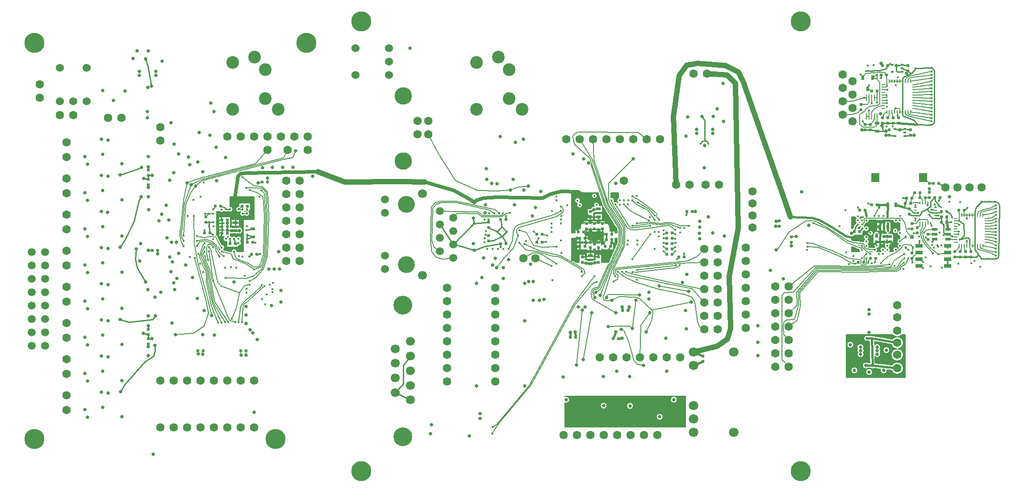
<source format=gbl>
G04 (created by PCBNEW-RS274X (2010-03-14)-final) date Thu 07 Oct 2010 02:34:06 PM EDT*
G01*
G70*
G90*
%MOIN*%
G04 Gerber Fmt 3.4, Leading zero omitted, Abs format*
%FSLAX34Y34*%
G04 APERTURE LIST*
%ADD10C,0.001000*%
%ADD11R,0.023600X0.019700*%
%ADD12R,0.019700X0.023600*%
%ADD13R,0.035400X0.023600*%
%ADD14C,0.063000*%
%ADD15C,0.140000*%
%ADD16C,0.066900*%
%ADD17C,0.070900*%
%ADD18C,0.129900*%
%ADD19C,0.060000*%
%ADD20R,0.009800X0.047200*%
%ADD21R,0.009800X0.025600*%
%ADD22R,0.025600X0.009800*%
%ADD23C,0.126000*%
%ADD24C,0.059100*%
%ADD25R,0.023600X0.033500*%
%ADD26R,0.042000X0.023600*%
%ADD27R,0.016500X0.023600*%
%ADD28R,0.031500X0.027600*%
%ADD29R,0.009800X0.023600*%
%ADD30R,0.023600X0.009800*%
%ADD31R,0.023600X0.035400*%
%ADD32R,0.059100X0.070900*%
%ADD33C,0.094500*%
%ADD34R,0.055100X0.027600*%
%ADD35R,0.023600X0.015700*%
%ADD36C,0.150000*%
%ADD37C,0.025000*%
%ADD38C,0.016000*%
%ADD39C,0.005000*%
%ADD40C,0.010000*%
%ADD41C,0.015000*%
%ADD42C,0.025000*%
%ADD43C,0.040000*%
%ADD44C,0.008000*%
G04 APERTURE END LIST*
G54D10*
G54D11*
X27900Y13197D03*
X27900Y12803D03*
X28300Y13197D03*
X28300Y12803D03*
X29100Y12803D03*
X29100Y13197D03*
X25900Y14497D03*
X25900Y14103D03*
X23100Y14347D03*
X23100Y13953D03*
X15700Y13903D03*
X15700Y14297D03*
X14800Y15497D03*
X14800Y15103D03*
X23300Y23197D03*
X23300Y22803D03*
X21200Y22303D03*
X21200Y22697D03*
X23000Y22297D03*
X23000Y21903D03*
X24600Y21903D03*
X24600Y22297D03*
G54D12*
X-24903Y16600D03*
X-25297Y16600D03*
X-25803Y13800D03*
X-26197Y13800D03*
X-28597Y05800D03*
X-28203Y05800D03*
X-05603Y13800D03*
X-05997Y13800D03*
G54D11*
X-06900Y15003D03*
X-06900Y15397D03*
G54D12*
X-05997Y15600D03*
X-05603Y15600D03*
X06797Y13800D03*
X06403Y13800D03*
X06403Y13400D03*
X06797Y13400D03*
X07697Y12800D03*
X07303Y12800D03*
X07903Y16200D03*
X08297Y16200D03*
X06403Y14200D03*
X06797Y14200D03*
X06797Y14600D03*
X06403Y14600D03*
X-02903Y13900D03*
X-03297Y13900D03*
X-02903Y14500D03*
X-03297Y14500D03*
G54D11*
X-06900Y14003D03*
X-06900Y14397D03*
X01000Y14903D03*
X01000Y15297D03*
G54D12*
X01903Y14500D03*
X02297Y14500D03*
G54D11*
X01600Y14903D03*
X01600Y15297D03*
G54D12*
X01803Y13600D03*
X02197Y13600D03*
G54D11*
X01300Y12403D03*
X01300Y12797D03*
X00100Y12403D03*
X00100Y12797D03*
G54D12*
X00297Y14200D03*
X-00097Y14200D03*
X00297Y13600D03*
X-00097Y13600D03*
X01903Y14100D03*
X02297Y14100D03*
G54D11*
X01300Y13897D03*
X01300Y13503D03*
X00700Y13897D03*
X00700Y13503D03*
G54D13*
X22100Y22205D03*
X22100Y22795D03*
X00700Y12895D03*
X00700Y12305D03*
G54D14*
X09400Y26500D03*
X08400Y26500D03*
X09300Y18200D03*
X10300Y18200D03*
X-20400Y21800D03*
X-21400Y21800D03*
X-22400Y21800D03*
X-23400Y21800D03*
X-24400Y21800D03*
X-25400Y21800D03*
X-26400Y21800D03*
X14500Y10600D03*
X15500Y10600D03*
X14500Y09600D03*
X15500Y09600D03*
X14500Y08600D03*
X15500Y08600D03*
X14500Y07600D03*
X15500Y07600D03*
X14500Y06600D03*
X15500Y06600D03*
X14500Y05600D03*
X15500Y05600D03*
X14500Y04600D03*
X15500Y04600D03*
X05700Y-00500D03*
X04700Y-00500D03*
X02700Y-00500D03*
X01700Y-00500D03*
X00700Y-00500D03*
X-00300Y-00500D03*
X-01300Y-00500D03*
X03700Y-00500D03*
X-01100Y21600D03*
X-00100Y21600D03*
X01900Y21600D03*
X02900Y21600D03*
X03900Y21600D03*
X04900Y21600D03*
X05900Y21600D03*
X00900Y21600D03*
G54D15*
X-13300Y09219D03*
G54D16*
X-12741Y06493D03*
X-12741Y05402D03*
X-12741Y04312D03*
X-12741Y03221D03*
X-12741Y02130D03*
X-13859Y05947D03*
X-13859Y04857D03*
X-13859Y03766D03*
X-13859Y02676D03*
G54D15*
X-13300Y-00620D03*
G54D17*
X08400Y05700D03*
X08400Y04700D03*
X08400Y01700D03*
X08400Y00700D03*
X08400Y-00300D03*
X11400Y-00300D03*
X11400Y05700D03*
G54D18*
X-13260Y24841D03*
X-13260Y19959D03*
G54D14*
X-12193Y22963D03*
X-11406Y22963D03*
X-11406Y21979D03*
X-12193Y21979D03*
G54D19*
X-14350Y26400D03*
X-14350Y27400D03*
X-14350Y28400D03*
X-16850Y28400D03*
X-16850Y26400D03*
G54D20*
X22092Y23310D03*
X21896Y23310D03*
X21700Y23310D03*
X21504Y23310D03*
X21308Y23310D03*
X21308Y24689D03*
X21504Y24689D03*
X21700Y24689D03*
X21896Y24689D03*
X22092Y24689D03*
G54D21*
X29986Y13648D03*
X29789Y13648D03*
X29592Y13648D03*
X29395Y13648D03*
X29198Y13648D03*
X29002Y13648D03*
X28805Y13648D03*
X28608Y13648D03*
X28411Y13648D03*
X28214Y13648D03*
X28214Y15952D03*
X28411Y15952D03*
X28608Y15952D03*
X28805Y15952D03*
X29002Y15952D03*
X29198Y15952D03*
X29395Y15952D03*
X29592Y15952D03*
X29789Y15952D03*
X29986Y15952D03*
G54D22*
X27948Y13914D03*
X27948Y14111D03*
X27948Y14308D03*
X27948Y14505D03*
X27948Y14702D03*
X27948Y14898D03*
X27948Y15095D03*
X27948Y15292D03*
X27948Y15489D03*
X27948Y15686D03*
X30252Y15686D03*
X30252Y15489D03*
X30252Y15292D03*
X30252Y15095D03*
X30252Y14898D03*
X30252Y14702D03*
X30252Y14505D03*
X30252Y14308D03*
X30252Y14111D03*
X30252Y13914D03*
G54D21*
X24586Y23648D03*
X24389Y23648D03*
X24192Y23648D03*
X23995Y23648D03*
X23798Y23648D03*
X23602Y23648D03*
X23405Y23648D03*
X23208Y23648D03*
X23011Y23648D03*
X22814Y23648D03*
X22814Y25952D03*
X23011Y25952D03*
X23208Y25952D03*
X23405Y25952D03*
X23602Y25952D03*
X23798Y25952D03*
X23995Y25952D03*
X24192Y25952D03*
X24389Y25952D03*
X24586Y25952D03*
G54D22*
X22548Y23914D03*
X22548Y24111D03*
X22548Y24308D03*
X22548Y24505D03*
X22548Y24702D03*
X22548Y24898D03*
X22548Y25095D03*
X22548Y25292D03*
X22548Y25489D03*
X22548Y25686D03*
X24852Y25686D03*
X24852Y25489D03*
X24852Y25292D03*
X24852Y25095D03*
X24852Y24898D03*
X24852Y24702D03*
X24852Y24505D03*
X24852Y24308D03*
X24852Y24111D03*
X24852Y23914D03*
G54D23*
X-13051Y16749D03*
X-13051Y12249D03*
G54D16*
X-11850Y17552D03*
X-11850Y11448D03*
G54D24*
X-14649Y17109D03*
X-14649Y11889D03*
X-14649Y16109D03*
X-14649Y12889D03*
X-10551Y16249D03*
X-09551Y15749D03*
X-10551Y15249D03*
X-09551Y14749D03*
X-10551Y14249D03*
X-09551Y13749D03*
X-10551Y13249D03*
X-09551Y12749D03*
G54D25*
X21400Y25387D03*
X21026Y26213D03*
X21774Y26213D03*
G54D26*
X27412Y14874D03*
X27412Y14500D03*
X27412Y14126D03*
X26388Y14126D03*
X26388Y14500D03*
X26388Y14874D03*
G54D14*
X23600Y08300D03*
X28100Y18000D03*
X23600Y09200D03*
X29000Y18000D03*
X27200Y18000D03*
X29900Y18000D03*
X23600Y06400D03*
X23600Y07300D03*
X12800Y15000D03*
X12800Y15900D03*
X12800Y16800D03*
X12800Y17700D03*
X-38401Y21370D03*
X-38401Y20270D03*
X-38401Y13270D03*
X-38401Y12170D03*
X-38401Y15970D03*
X-38401Y14870D03*
X-38401Y05170D03*
X-38401Y04070D03*
X-38401Y02470D03*
X-38401Y01370D03*
X-38401Y07870D03*
X-38401Y06770D03*
X-38401Y10570D03*
X-38401Y09470D03*
X-38401Y18670D03*
X-38401Y17570D03*
X-24401Y03570D03*
X-27401Y03570D03*
X-28401Y03570D03*
X-29401Y03570D03*
X-30401Y03570D03*
X-10000Y08500D03*
X03200Y18500D03*
X-03400Y12700D03*
X-04300Y12700D03*
G54D12*
X27297Y15400D03*
X26903Y15400D03*
G54D11*
X28700Y13197D03*
X28700Y12803D03*
G54D12*
X28597Y16300D03*
X28203Y16300D03*
X26903Y15800D03*
X27297Y15800D03*
G54D14*
X12300Y07500D03*
X12300Y08500D03*
X12300Y09500D03*
X12300Y10500D03*
X12300Y11500D03*
X12300Y12500D03*
X12300Y13500D03*
G54D27*
X24236Y14304D03*
G54D28*
X24689Y14304D03*
G54D27*
X24748Y13516D03*
X24236Y13516D03*
G54D11*
X24700Y13097D03*
X24700Y12703D03*
G54D14*
X23600Y05500D03*
X23600Y04500D03*
G54D29*
X25700Y15352D03*
X25897Y15352D03*
X26094Y15352D03*
X25503Y15352D03*
X25306Y15352D03*
X26094Y16848D03*
X25897Y16848D03*
X25700Y16848D03*
X25503Y16848D03*
X25306Y16848D03*
G54D30*
X26448Y16100D03*
X26448Y16297D03*
X26448Y16494D03*
X26448Y15903D03*
X26448Y15706D03*
X24952Y16100D03*
X24952Y16297D03*
X24952Y16494D03*
X24952Y15903D03*
X24952Y15706D03*
G54D11*
X26000Y17647D03*
X26000Y17253D03*
G54D12*
X25697Y17250D03*
X25303Y17250D03*
X24903Y17600D03*
X25297Y17600D03*
X24303Y17200D03*
X24697Y17200D03*
X24203Y16800D03*
X24597Y16800D03*
G54D11*
X26000Y17903D03*
X26000Y18297D03*
G54D12*
X26303Y18300D03*
X26697Y18300D03*
X27297Y16200D03*
X26903Y16200D03*
G54D11*
X25100Y14603D03*
X25100Y14997D03*
X24700Y14903D03*
X24700Y15297D03*
X22050Y14347D03*
X22050Y13953D03*
X22600Y14347D03*
X22600Y13953D03*
G54D31*
X22305Y15050D03*
X22895Y15050D03*
X22905Y16700D03*
X23495Y16700D03*
G54D12*
X20803Y16300D03*
X21197Y16300D03*
X21703Y16700D03*
X22097Y16700D03*
G54D11*
X24500Y16397D03*
X24500Y16003D03*
G54D12*
X26797Y17250D03*
X26403Y17250D03*
G54D32*
X25522Y18750D03*
X21979Y18750D03*
G54D12*
X20703Y12400D03*
X21097Y12400D03*
X21997Y12700D03*
X21603Y12700D03*
X20403Y14700D03*
X20797Y14700D03*
G54D11*
X24400Y26703D03*
X24400Y27097D03*
G54D12*
X22503Y27100D03*
X22897Y27100D03*
G54D11*
X21600Y22697D03*
X21600Y22303D03*
X22500Y23197D03*
X22500Y22803D03*
X22900Y23197D03*
X22900Y22803D03*
X23700Y22803D03*
X23700Y23197D03*
G54D12*
X22403Y26400D03*
X22797Y26400D03*
G54D11*
X20900Y24197D03*
X20900Y23803D03*
G54D14*
X-21000Y12500D03*
X-22000Y12500D03*
X-21000Y13500D03*
X-22000Y13500D03*
X-21000Y14500D03*
X-22000Y14500D03*
X-21000Y15500D03*
X-22000Y15500D03*
X-21000Y16500D03*
X-22000Y16500D03*
X-21000Y17500D03*
X-22000Y17500D03*
X-21000Y18500D03*
X-22000Y18500D03*
X-40400Y24700D03*
X-40400Y25700D03*
X-31400Y21500D03*
X-31400Y22500D03*
X-35300Y23200D03*
X-34300Y23200D03*
G54D12*
X-26404Y15570D03*
X-26798Y15570D03*
X-26404Y14570D03*
X-26798Y14570D03*
X-26404Y15070D03*
X-26798Y15070D03*
G54D13*
X-25801Y15365D03*
X-25801Y14775D03*
X-24500Y14895D03*
X-24500Y14305D03*
G54D12*
X-24597Y13000D03*
X-24203Y13000D03*
X-26903Y16600D03*
X-27297Y16600D03*
G54D14*
X-26401Y03570D03*
X-25401Y03570D03*
X-31401Y03570D03*
G54D12*
X-23403Y18400D03*
X-23797Y18400D03*
X-25397Y05800D03*
X-25003Y05800D03*
G54D14*
X-24401Y00070D03*
X-25401Y00070D03*
X-26401Y00070D03*
X-27401Y00070D03*
X-28401Y00070D03*
X-29401Y00070D03*
X-30401Y00070D03*
X-31401Y00070D03*
G54D19*
X-38900Y24450D03*
X-37900Y24450D03*
X-36900Y24450D03*
X-36900Y26950D03*
X-38900Y26950D03*
G54D14*
X01400Y05300D03*
X02400Y05300D03*
X03400Y05300D03*
X04400Y05300D03*
X05400Y05300D03*
X06400Y05300D03*
X07400Y05300D03*
X10200Y07400D03*
X09200Y07400D03*
X10200Y08400D03*
X09200Y08400D03*
X10200Y09400D03*
X09200Y09400D03*
X10200Y10400D03*
X09200Y10400D03*
X10200Y11400D03*
X09200Y11400D03*
X10200Y12400D03*
X09200Y12400D03*
X10200Y13400D03*
X09200Y13400D03*
X07100Y18200D03*
X08100Y18200D03*
G54D11*
X00400Y14903D03*
X00400Y15297D03*
G54D12*
X00197Y14670D03*
X-00197Y14670D03*
G54D11*
X00700Y16197D03*
X00700Y15803D03*
G54D13*
X01300Y15805D03*
X01300Y16395D03*
G54D14*
X-06400Y08500D03*
X-06400Y09500D03*
X-06400Y10500D03*
X-06400Y07500D03*
X-06400Y06500D03*
X-06400Y05500D03*
X-06400Y04500D03*
X-06400Y03500D03*
G54D12*
X03103Y08800D03*
X03497Y08800D03*
X-00797Y06800D03*
X-00403Y06800D03*
X02403Y06700D03*
X02797Y06700D03*
G54D14*
X-10000Y10500D03*
X-10000Y09500D03*
X-10000Y07500D03*
X-10000Y06500D03*
X-10000Y05500D03*
X-10000Y04500D03*
X-10000Y03500D03*
G54D24*
X-41001Y13170D03*
X-40001Y13170D03*
X-41001Y12170D03*
X-40001Y12170D03*
X-41001Y11170D03*
X-40001Y11170D03*
X-41001Y10170D03*
X-40001Y10170D03*
X-41001Y09170D03*
X-40001Y09170D03*
X-41001Y08170D03*
X-40001Y08170D03*
X-41001Y07170D03*
X-40001Y07170D03*
X-41001Y06170D03*
X-40001Y06170D03*
G54D14*
X20275Y22950D03*
X19525Y23450D03*
X20275Y23950D03*
X19525Y24450D03*
X20275Y24950D03*
X19525Y25450D03*
X20275Y25950D03*
X19525Y26450D03*
G54D12*
X21703Y25200D03*
X22097Y25200D03*
X-31997Y13300D03*
X-31603Y13300D03*
G54D33*
X-24359Y27749D03*
X-23572Y26804D03*
X-23572Y24639D03*
X-22607Y23851D03*
X-25993Y23851D03*
X-25993Y27355D03*
X-06159Y27749D03*
X-05372Y26804D03*
X-05372Y24639D03*
X-04407Y23851D03*
X-07793Y23851D03*
X-07793Y27355D03*
G54D34*
X25237Y12150D03*
X25237Y12650D03*
X25237Y13150D03*
X25237Y13650D03*
X27363Y13650D03*
X27363Y13150D03*
X27363Y12650D03*
X27363Y12150D03*
G54D35*
X23974Y27156D03*
X23974Y26900D03*
X23974Y26644D03*
X23226Y26644D03*
X23226Y27156D03*
X24174Y22356D03*
X24174Y22100D03*
X24174Y21844D03*
X23426Y21844D03*
X23426Y22356D03*
G54D12*
X06797Y13000D03*
X06403Y13000D03*
G54D11*
X-32300Y07003D03*
X-32300Y07397D03*
X-32300Y18903D03*
X-32300Y19297D03*
X-32300Y06697D03*
X-32300Y06303D03*
X-32300Y18597D03*
X-32300Y18203D03*
G54D12*
X-24897Y13900D03*
X-24503Y13900D03*
G54D11*
X-28000Y15797D03*
X-28000Y15403D03*
G54D12*
X-28097Y14600D03*
X-27703Y14600D03*
G54D11*
X09100Y05003D03*
X09100Y05397D03*
G54D36*
X-20500Y28800D03*
X-40800Y28800D03*
X-40800Y-00800D03*
X-22800Y-00800D03*
X-16400Y30400D03*
X16400Y30400D03*
X16400Y-03200D03*
X-16400Y-03200D03*
G54D14*
X-20400Y20800D03*
X-23400Y20800D03*
X-21900Y20800D03*
X-37900Y23400D03*
X-38900Y23400D03*
G54D37*
X22095Y05549D03*
X22095Y06072D03*
X-07165Y16094D03*
G54D38*
X23055Y27238D03*
X-07106Y14731D03*
G54D37*
X-03652Y15856D03*
G54D38*
X-01500Y16248D03*
X-05405Y13401D03*
X07085Y12162D03*
X04205Y11838D03*
X03828Y11685D03*
X07358Y12189D03*
X05152Y14500D03*
X03827Y12623D03*
X-07124Y14480D03*
X-05601Y15860D03*
G54D37*
X-04985Y16707D03*
G54D38*
X-06902Y15594D03*
X-06001Y13532D03*
X-08002Y15304D03*
G54D37*
X-07965Y13307D03*
X-08028Y15710D03*
G54D38*
X-04611Y13884D03*
X00057Y11695D03*
G54D37*
X04864Y07211D03*
X02312Y09578D03*
X08241Y09433D03*
X03897Y20136D03*
X02593Y08647D03*
X00571Y19842D03*
X01091Y10181D03*
X01429Y09938D03*
X01014Y09782D03*
G54D38*
X-04246Y13783D03*
X00063Y11366D03*
X-04716Y14401D03*
X-01517Y16563D03*
G54D37*
X-06316Y12018D03*
G54D38*
X01001Y11364D03*
X-06609Y00109D03*
X-01491Y15622D03*
X-07206Y14205D03*
X-01491Y14037D03*
X-06195Y13398D03*
X-02200Y14670D03*
X-06603Y13398D03*
X-02213Y14993D03*
X-07016Y13418D03*
X-01491Y15306D03*
X-07215Y13890D03*
X-05800Y13401D03*
X-01483Y13108D03*
X06157Y14820D03*
X03202Y17029D03*
X05151Y15133D03*
X02571Y16737D03*
G54D37*
X04379Y09960D03*
X01888Y09780D03*
G54D38*
X05797Y14675D03*
X02885Y16721D03*
X05481Y14669D03*
X02883Y17042D03*
X03361Y11715D03*
X02417Y10979D03*
X02561Y11358D03*
X03047Y11720D03*
X01156Y10948D03*
X-06624Y-00385D03*
X-04619Y14799D03*
X-01848Y13568D03*
G54D37*
X00083Y08849D03*
X-00347Y04752D03*
X00806Y08627D03*
X00151Y05130D03*
G54D38*
X02734Y11707D03*
G54D37*
X-32308Y20308D03*
X-32308Y17304D03*
X-32298Y08402D03*
X-31805Y09795D03*
X-32294Y05433D03*
G54D38*
X-25553Y12864D03*
G54D37*
X-30043Y13061D03*
G54D38*
X-26151Y12026D03*
G54D37*
X-30494Y12442D03*
G54D38*
X-29676Y14402D03*
G54D37*
X-21318Y20755D03*
X-28774Y18092D03*
G54D38*
X-24412Y11856D03*
X-26819Y13209D03*
X-29205Y12803D03*
X-23882Y17772D03*
X-26537Y11231D03*
X-25014Y17956D03*
X-25311Y07939D03*
X-23636Y10631D03*
X-25557Y07925D03*
X-23844Y10694D03*
X-27477Y11033D03*
X-27766Y13226D03*
X-25812Y07928D03*
X-25889Y13210D03*
X-24747Y17794D03*
X-24745Y10734D03*
X-26081Y08177D03*
X-27763Y13531D03*
X-28071Y12873D03*
X-26328Y07923D03*
X-28091Y13213D03*
X-26582Y07923D03*
X-28088Y13523D03*
X-26844Y07919D03*
X-28088Y13852D03*
X-27102Y07919D03*
X-28847Y12750D03*
G54D37*
X-30275Y06992D03*
G54D38*
X-26578Y12009D03*
G54D37*
X-30180Y11200D03*
X-29492Y12193D03*
X-30693Y12799D03*
G54D38*
X-25256Y12854D03*
X-24745Y10997D03*
X-25261Y18785D03*
X-29682Y13602D03*
G54D37*
X-29418Y18334D03*
G54D38*
X-25738Y12013D03*
G54D37*
X-30335Y10368D03*
G54D38*
X-29679Y14009D03*
G54D37*
X-29102Y18212D03*
X-35315Y21544D03*
X-35315Y18844D03*
X-35343Y16145D03*
X-35315Y13444D03*
X-35315Y10744D03*
X-35315Y08044D03*
X-35315Y05344D03*
X-35315Y02644D03*
X-32294Y19549D03*
X-32302Y06111D03*
X-30772Y15578D03*
X-37030Y20290D03*
X-37030Y17590D03*
X-37030Y14890D03*
X-37030Y12190D03*
X-37030Y09490D03*
X-37030Y06790D03*
X-37030Y04090D03*
X-37030Y01390D03*
X-32302Y07686D03*
X-32306Y18001D03*
X-30403Y19097D03*
G54D38*
X25715Y14265D03*
X22534Y13028D03*
X24824Y14585D03*
X21920Y13330D03*
G54D37*
X14558Y13336D03*
G54D38*
X16883Y13577D03*
X20447Y12304D03*
X26255Y13061D03*
X27361Y13489D03*
X21606Y13031D03*
X26157Y15127D03*
X17325Y15324D03*
X20969Y12704D03*
X25269Y15613D03*
X25532Y11966D03*
X21287Y12720D03*
X16893Y13843D03*
X19996Y12264D03*
X24949Y15529D03*
X20968Y13330D03*
X28182Y14720D03*
X20314Y12869D03*
X20985Y15237D03*
X26234Y13928D03*
X26651Y13010D03*
X21920Y12389D03*
X16868Y13328D03*
X24431Y12715D03*
X24118Y13034D03*
X24113Y12716D03*
X23043Y12241D03*
X24112Y12382D03*
X22241Y13027D03*
X25234Y14339D03*
X30947Y16676D03*
X30947Y14425D03*
X30947Y14179D03*
X30947Y13925D03*
X30947Y13679D03*
X30947Y13425D03*
X30947Y13170D03*
X30947Y12916D03*
X30947Y16430D03*
X30947Y16184D03*
X30947Y15930D03*
X30947Y15672D03*
X30947Y15425D03*
X30947Y15175D03*
X30947Y14941D03*
X30947Y14687D03*
X26591Y13687D03*
X27643Y15399D03*
X29378Y12494D03*
X29128Y12326D03*
X26651Y13580D03*
X26752Y14630D03*
X28219Y15491D03*
X28272Y14091D03*
X25609Y14634D03*
X21691Y12352D03*
X28177Y14510D03*
X20973Y13645D03*
G54D37*
X02996Y07415D03*
X04650Y04720D03*
G54D38*
X26163Y26668D03*
X26168Y24430D03*
X26168Y24172D03*
X26168Y23926D03*
X26165Y23679D03*
X26168Y23430D03*
X26165Y23180D03*
X26168Y22934D03*
X26163Y26413D03*
X26156Y26172D03*
X26165Y25931D03*
X26165Y25679D03*
X26165Y25419D03*
X26165Y25178D03*
X26165Y24929D03*
X26165Y24682D03*
X26088Y22686D03*
X25077Y22696D03*
X24955Y26914D03*
X26171Y26936D03*
X22822Y24300D03*
X22862Y25299D03*
X21397Y27097D03*
X21820Y27140D03*
G54D37*
X24860Y21912D03*
X22752Y22203D03*
X22458Y22614D03*
X20970Y22315D03*
X24288Y26544D03*
X22399Y27257D03*
G54D38*
X21502Y25628D03*
X21506Y23755D03*
G54D37*
X22374Y23522D03*
G54D38*
X23475Y23903D03*
X23485Y25638D03*
X22403Y26186D03*
G54D37*
X01680Y01698D03*
X05876Y00860D03*
X-01119Y02137D03*
X03652Y01688D03*
X06917Y02148D03*
G54D38*
X21394Y26703D03*
X21036Y22951D03*
X23649Y26232D03*
X22820Y24028D03*
X22818Y25612D03*
X23643Y23380D03*
X23252Y22574D03*
X22789Y22565D03*
X20849Y26438D03*
X22088Y24349D03*
G54D37*
X22758Y21901D03*
X02120Y01693D03*
X06795Y00645D03*
X03178Y01711D03*
G54D38*
X22098Y26411D03*
X22820Y24513D03*
X21704Y24268D03*
X21126Y24698D03*
X22808Y24900D03*
X23450Y14761D03*
X-02201Y15306D03*
G54D37*
X-07550Y00742D03*
G54D38*
X29895Y16942D03*
X30418Y16931D03*
X30941Y16937D03*
X30935Y12684D03*
X30401Y12678D03*
X29884Y12673D03*
X28795Y15675D03*
X28795Y14019D03*
X28107Y12803D03*
X28896Y12803D03*
X27496Y16930D03*
X28301Y16897D03*
X27710Y14355D03*
X27071Y15200D03*
X27047Y14435D03*
X29790Y12056D03*
X28157Y12315D03*
X26934Y12016D03*
X25256Y13993D03*
X24114Y16494D03*
X25998Y15959D03*
X28845Y16464D03*
X22896Y14787D03*
X22886Y15336D03*
X19285Y15115D03*
X19721Y16293D03*
X20652Y16499D03*
X20673Y15535D03*
X20967Y15543D03*
X20669Y15228D03*
X21286Y15551D03*
X21600Y14599D03*
X22229Y15857D03*
X22557Y15870D03*
X23492Y15543D03*
X23810Y15541D03*
X23791Y13977D03*
X23812Y13653D03*
X23488Y13349D03*
X22856Y13639D03*
X22076Y13677D03*
X21290Y13643D03*
X26891Y13663D03*
X24038Y17208D03*
X26683Y17021D03*
X25178Y16099D03*
X24047Y11904D03*
X25717Y12773D03*
X19796Y13155D03*
G54D37*
X21500Y07185D03*
X21507Y08870D03*
X22105Y05796D03*
X20865Y05805D03*
X20851Y06062D03*
X20860Y05544D03*
X20405Y04334D03*
X22593Y04329D03*
X21504Y04213D03*
X20100Y06251D03*
X22791Y05855D03*
X21506Y08529D03*
X15700Y13632D03*
X14557Y15458D03*
X13204Y05445D03*
X13192Y06450D03*
G54D38*
X07054Y13867D03*
X07041Y13229D03*
X07026Y14500D03*
X06155Y13556D03*
X06175Y14193D03*
X07858Y15954D03*
X07705Y13068D03*
X-03521Y14701D03*
X-02610Y13942D03*
X-05896Y15049D03*
X-05541Y14712D03*
X-05913Y14340D03*
X-06256Y14718D03*
G54D37*
X-11221Y-00385D03*
X-11184Y00284D03*
X09210Y19472D03*
X09221Y21146D03*
X09877Y23299D03*
X09838Y22040D03*
X09829Y22330D03*
X08614Y22035D03*
X08614Y22330D03*
X07819Y21839D03*
X10617Y22938D03*
X-07124Y16697D03*
X-07809Y10845D03*
X-07800Y03178D03*
X-04217Y03188D03*
X-04197Y10839D03*
X-36822Y19727D03*
X-35807Y21589D03*
X-35699Y20487D03*
X-34257Y19761D03*
X-34257Y17061D03*
X-35699Y17787D03*
X-35807Y18889D03*
X-36822Y17027D03*
X-34257Y14361D03*
X-35699Y15087D03*
X-35807Y16189D03*
X-36822Y14327D03*
X-34257Y11661D03*
X-35699Y12387D03*
X-35807Y13489D03*
X-36822Y11627D03*
X-34257Y08961D03*
X-35699Y09687D03*
X-35807Y10789D03*
X-36822Y08927D03*
X-34257Y06261D03*
X-35699Y06987D03*
X-35807Y08089D03*
X-36822Y06227D03*
X-34257Y03561D03*
X-35699Y04287D03*
X-35807Y05389D03*
X-36822Y03527D03*
X-34257Y00861D03*
X-35699Y01587D03*
X-35807Y02689D03*
X-36822Y00827D03*
X-32927Y12507D03*
X-32885Y13804D03*
X-32348Y10374D03*
X-30612Y11717D03*
X-30397Y10863D03*
X-31493Y15506D03*
X-32287Y16329D03*
X-31603Y13025D03*
X-30204Y13911D03*
X-30697Y18551D03*
X-30987Y16686D03*
X-24688Y07367D03*
X-25004Y08476D03*
X-24996Y09097D03*
X-24996Y07830D03*
X-24504Y07124D03*
G54D38*
X-24987Y10148D03*
X-23484Y10003D03*
X-23252Y10740D03*
X-22993Y10867D03*
X-25096Y11409D03*
X-28923Y17065D03*
X-29367Y15879D03*
G54D37*
X-23411Y18715D03*
X-26543Y20237D03*
X-29300Y20282D03*
X-28603Y19905D03*
X-30379Y21236D03*
X-27243Y20994D03*
X-27702Y21909D03*
X-27402Y23678D03*
X-30603Y22853D03*
X-32354Y23221D03*
X-32354Y23664D03*
X-32345Y25488D03*
X-31746Y26364D03*
X-31746Y26679D03*
X-32956Y26675D03*
X-32964Y26364D03*
X-32303Y28212D03*
X-33142Y28200D03*
X-31254Y27452D03*
X-33447Y27627D03*
X-34894Y24505D03*
X-35719Y25237D03*
X-34052Y25220D03*
X-03417Y16497D03*
X-02988Y17692D03*
X-04271Y17797D03*
X-03570Y09575D03*
X-05806Y11999D03*
X-05078Y18605D03*
X-07023Y18591D03*
X-06031Y21803D03*
X-12784Y28419D03*
X02605Y07202D03*
X03065Y09071D03*
X00304Y09064D03*
X-00212Y09078D03*
X-01351Y03843D03*
X01651Y03857D03*
X06400Y04263D03*
X-00795Y07187D03*
X06328Y06737D03*
X-04203Y08035D03*
X09814Y14600D03*
X10610Y25776D03*
X10158Y23885D03*
X05053Y09662D03*
X07907Y11506D03*
X00371Y13881D03*
X00991Y13886D03*
X01630Y13886D03*
X01310Y14191D03*
X00681Y14205D03*
X00376Y14525D03*
X01005Y14505D03*
X01635Y14525D03*
X00691Y14835D03*
X01301Y14830D03*
X00961Y16341D03*
X02611Y18300D03*
G54D38*
X-28410Y17303D03*
X-27771Y16049D03*
X-28081Y16044D03*
X-27462Y16049D03*
X-26518Y16364D03*
X-26193Y16369D03*
X-25259Y16054D03*
X-24935Y16049D03*
X-24944Y15110D03*
X-24935Y14465D03*
X-24930Y14147D03*
X-25564Y13846D03*
X-25908Y14166D03*
X-26513Y14161D03*
X-27457Y14151D03*
X-27452Y15091D03*
X-24004Y17290D03*
G54D37*
X-26397Y15328D03*
X-26397Y14810D03*
X-26087Y14776D03*
X-25511Y14786D03*
G54D38*
X-28099Y14794D03*
X-24940Y16351D03*
X-24765Y12832D03*
G54D37*
X-25362Y05461D03*
X-28585Y05568D03*
X-31997Y18904D03*
X-32631Y18671D03*
X-32023Y06700D03*
X-32681Y07107D03*
X-04306Y21604D03*
G54D38*
X-00107Y16678D03*
X01157Y16692D03*
X04170Y17364D03*
X04158Y11105D03*
X-02138Y11074D03*
G54D37*
X-00619Y20503D03*
X16467Y17672D03*
X14122Y11808D03*
X16992Y15163D03*
X22853Y14350D03*
G54D38*
X22050Y14522D03*
G54D37*
X03646Y03885D03*
X00382Y12348D03*
X01044Y12362D03*
X-07063Y19411D03*
X-22402Y10309D03*
X-22405Y09438D03*
X-28143Y08797D03*
X07954Y23281D03*
X-02757Y09633D03*
X-24395Y01200D03*
X-31927Y-01922D03*
X20189Y14558D03*
G54D38*
X-28161Y18359D03*
X25865Y16657D03*
G54D37*
X-22897Y11894D03*
X-23308Y11908D03*
G54D38*
X-23807Y09669D03*
G54D37*
X-08348Y-00550D03*
X-27356Y06964D03*
X-28252Y07019D03*
X-30549Y07877D03*
G54D38*
X28228Y15213D03*
X27686Y15775D03*
G54D37*
X-07266Y12751D03*
X-08044Y13809D03*
G54D38*
X-07212Y15620D03*
X-02178Y16242D03*
X-28200Y11687D03*
G54D37*
X-30895Y14252D03*
G54D38*
X-01842Y17345D03*
G54D37*
X-23105Y09167D03*
X-22272Y19495D03*
X-23773Y19486D03*
G54D38*
X26168Y16325D03*
X03503Y16723D03*
X05812Y14351D03*
X07031Y14827D03*
X02271Y17040D03*
X03829Y15136D03*
X07391Y14970D03*
X07384Y14641D03*
X01000Y17377D03*
X04179Y15323D03*
X08049Y15132D03*
X03513Y17052D03*
X07704Y14961D03*
X05061Y15553D03*
X03199Y16726D03*
X05511Y15902D03*
X04214Y16877D03*
X05505Y15586D03*
X03837Y17025D03*
X-06484Y16085D03*
X-05827Y16081D03*
X-06868Y16079D03*
X04189Y14046D03*
G54D37*
X08852Y15055D03*
G54D38*
X03483Y14043D03*
G54D37*
X08853Y15466D03*
G54D38*
X-03175Y14200D03*
X-02553Y14414D03*
X05814Y15603D03*
X03834Y17355D03*
X-01835Y12310D03*
X04193Y13727D03*
G54D37*
X08847Y14173D03*
G54D38*
X03479Y13727D03*
G54D37*
X08844Y14570D03*
X03838Y07474D03*
X04096Y09566D03*
X02018Y07589D03*
X05128Y08626D03*
X-03938Y18091D03*
X-05287Y17800D03*
X08026Y10255D03*
X05822Y10650D03*
G54D38*
X09506Y21266D03*
X08934Y21280D03*
G54D37*
X09027Y23293D03*
G54D38*
X-06113Y16085D03*
X-05299Y16105D03*
X-02196Y12142D03*
X25532Y12443D03*
X21285Y13029D03*
G54D37*
X10708Y14368D03*
G54D38*
X21442Y12358D03*
X21444Y16819D03*
X22388Y12341D03*
X24949Y16675D03*
X20663Y15854D03*
X25437Y16160D03*
X26091Y16566D03*
X26699Y16648D03*
X26394Y16746D03*
X26666Y15902D03*
X21305Y06728D03*
X21707Y06732D03*
G54D37*
X21247Y04694D03*
X21751Y04704D03*
X23797Y22291D03*
X23527Y27112D03*
G54D38*
X-27838Y12558D03*
X-27464Y13527D03*
G54D37*
X-32302Y13294D03*
G54D38*
X-23047Y10417D03*
G54D37*
X-32056Y25577D03*
X-32518Y27600D03*
G54D38*
X-24983Y10437D03*
X-23565Y09262D03*
X-23047Y10188D03*
G54D37*
X-27573Y08441D03*
G54D38*
X-28908Y15876D03*
G54D37*
X-32516Y10953D03*
X-33206Y13406D03*
G54D38*
X-26831Y13522D03*
X-28680Y14380D03*
X-26674Y12856D03*
X-28687Y13990D03*
X-26993Y12848D03*
X-28670Y13634D03*
G54D37*
X-03562Y10958D03*
X-06270Y18284D03*
X-03896Y10963D03*
X-06682Y18298D03*
X-34389Y18940D03*
X-32818Y19496D03*
X-34398Y13546D03*
X-32825Y17310D03*
X-34378Y02743D03*
X-31789Y06220D03*
X-31787Y08409D03*
X-34393Y08138D03*
G54D38*
X23521Y13635D03*
X23467Y15071D03*
X23032Y15527D03*
X21760Y15524D03*
X21673Y14048D03*
X21756Y13682D03*
X22312Y13953D03*
X22318Y14690D03*
X22053Y15056D03*
G54D37*
X-07986Y16884D03*
X-00272Y14870D03*
X00052Y15469D03*
X00681Y15488D03*
X01305Y15483D03*
X01940Y15498D03*
X02269Y14810D03*
G54D38*
X-26991Y14180D03*
X-27128Y14628D03*
X-26973Y16015D03*
X-25732Y16004D03*
X-25280Y15572D03*
X-25256Y14148D03*
G54D37*
X-07549Y01089D03*
X-28636Y09715D03*
G54D38*
X27354Y12397D03*
X21292Y13961D03*
X21282Y14297D03*
X21296Y14926D03*
X20981Y14928D03*
X21282Y15864D03*
X21904Y15861D03*
X22870Y15852D03*
X23820Y15864D03*
X23807Y14597D03*
X24442Y13339D03*
X24731Y12408D03*
X22864Y13327D03*
X22533Y13349D03*
X20326Y12510D03*
X23402Y12130D03*
X26094Y12106D03*
X22229Y16500D03*
X24442Y14901D03*
G54D37*
X16055Y14350D03*
X14543Y15103D03*
X15098Y11173D03*
X13198Y07687D03*
G54D38*
X05145Y15766D03*
X07046Y14185D03*
X07033Y13555D03*
X06154Y14509D03*
X06159Y13871D03*
X06151Y13241D03*
X05494Y13393D03*
X-04100Y13994D03*
G54D37*
X03580Y09064D03*
X-31373Y10160D03*
X-28989Y11271D03*
G54D38*
X-28580Y13045D03*
X-28439Y12295D03*
X-23932Y13051D03*
G54D37*
X-24089Y18328D03*
X-29198Y19706D03*
X-30053Y20515D03*
X-28511Y22093D03*
X-27630Y24316D03*
X-27208Y18520D03*
X-03099Y09575D03*
X-05799Y11209D03*
X07792Y08805D03*
X03057Y06725D03*
X-07409Y11270D03*
X-00452Y07214D03*
X02662Y04263D03*
X09498Y15797D03*
X07554Y10919D03*
X05049Y10158D03*
X00047Y13250D03*
X00681Y13245D03*
X01306Y13250D03*
X01935Y13254D03*
X02284Y13874D03*
X-00309Y14207D03*
X-00311Y13565D03*
G54D38*
X07172Y12632D03*
G54D37*
X08520Y16201D03*
G54D38*
X-27776Y15105D03*
X-27462Y14476D03*
X-27781Y15415D03*
X-24954Y14795D03*
X-25564Y14161D03*
X-26198Y14161D03*
X-24320Y13856D03*
X-27450Y15421D03*
X-26827Y16350D03*
X-25571Y16367D03*
X-25256Y16352D03*
X-27464Y16362D03*
G54D37*
X-25903Y10930D03*
X-22565Y13204D03*
X-24159Y06626D03*
X-24989Y05471D03*
X-28225Y05527D03*
X-30555Y13922D03*
X-31295Y16003D03*
X27510Y17296D03*
X-06608Y12205D03*
X-06415Y12699D03*
X-05391Y12619D03*
X-04916Y21387D03*
G54D38*
X-01475Y15866D03*
X-01844Y17039D03*
X-01045Y16668D03*
X-00261Y17021D03*
G54D37*
X00208Y20148D03*
X07879Y07433D03*
X-03756Y12260D03*
X-28229Y19159D03*
X-22499Y11918D03*
X-20032Y18838D03*
X-21517Y19515D03*
X-23027Y19510D03*
G54D38*
X26205Y13689D03*
X26320Y13514D03*
G54D39*
X27749Y14324D02*
X27730Y14368D01*
X23643Y23422D02*
X23697Y23188D01*
X-05405Y13401D02*
X-05108Y14076D01*
X-05108Y14076D02*
X-05063Y14640D01*
X-05063Y14640D02*
X-04924Y15005D01*
X-04924Y15005D02*
X-04714Y15199D01*
X-04714Y15199D02*
X-02189Y15892D01*
X-02189Y15892D02*
X-01500Y16248D01*
X07085Y12162D02*
X04205Y11838D01*
X07358Y12189D02*
X07221Y12060D01*
X07221Y12060D02*
X07108Y11995D01*
X07108Y11995D02*
X04127Y11662D01*
X04127Y11662D02*
X03828Y11685D01*
X03827Y12623D02*
X05152Y14500D01*
X-07124Y14480D02*
X-06900Y14397D01*
G54D40*
X-05603Y15600D02*
X-05601Y15860D01*
G54D39*
X-06900Y15397D02*
X-06902Y15594D01*
X-05997Y13800D02*
X-06001Y13532D01*
G54D40*
X-10551Y15249D02*
X-09551Y13749D01*
X-09594Y13813D02*
X-07965Y13307D01*
X-09551Y13749D02*
X-08002Y15304D01*
X-07965Y13307D02*
X-07173Y13613D01*
X-07173Y13613D02*
X-05997Y13800D01*
X-05997Y13800D02*
X-05999Y13540D01*
X-08002Y15304D02*
X-08028Y15710D01*
X-08002Y15304D02*
X-06900Y15397D01*
X-06900Y15397D02*
X-06902Y15594D01*
G54D39*
X-04130Y13337D02*
X-04611Y13884D01*
X-04130Y13337D02*
X-03251Y13212D01*
X-03251Y13212D02*
X-02125Y12866D01*
X-02125Y12866D02*
X-01576Y12805D01*
X-01576Y12805D02*
X00021Y11881D01*
X00021Y11881D02*
X00057Y11695D01*
X02312Y09578D02*
X02839Y09838D01*
X02839Y09838D02*
X04094Y09815D01*
X04094Y09815D02*
X04396Y09664D01*
X04396Y09664D02*
X05297Y08851D01*
X05297Y08851D02*
X05372Y08595D01*
X05372Y08595D02*
X05268Y08043D01*
X05268Y08043D02*
X04864Y07211D01*
X08241Y09433D02*
X05297Y08851D01*
X02312Y09578D02*
X01912Y09542D01*
X01912Y09542D02*
X01734Y09598D01*
X01734Y09598D02*
X01650Y09699D01*
X01650Y09699D02*
X01642Y09828D01*
X01642Y09828D02*
X01779Y10095D01*
X01779Y10095D02*
X02343Y11915D01*
X02343Y11915D02*
X02537Y12095D01*
X02537Y12095D02*
X03276Y13665D01*
X03276Y13665D02*
X03263Y15100D01*
X03263Y15100D02*
X02246Y16726D01*
X02246Y16726D02*
X02079Y17083D01*
X02079Y17083D02*
X02078Y18309D01*
X02078Y18309D02*
X02463Y18691D01*
X02463Y18691D02*
X03897Y20136D01*
X02593Y08647D02*
X00873Y09623D01*
X00873Y09623D02*
X00786Y09780D01*
X00786Y09780D02*
X00769Y10111D01*
X00769Y10111D02*
X00821Y10396D01*
X00821Y10396D02*
X01026Y10507D01*
X01026Y10507D02*
X01254Y10548D01*
X01254Y10548D02*
X01999Y12182D01*
X01999Y12182D02*
X02192Y12372D01*
X02192Y12372D02*
X02838Y13836D01*
X02838Y13836D02*
X02825Y14932D01*
X02825Y14932D02*
X01767Y16603D01*
X01767Y16603D02*
X00714Y19731D01*
X00714Y19731D02*
X00571Y19842D01*
X01091Y10181D02*
X01457Y10395D01*
X01457Y10395D02*
X02152Y12030D01*
X02152Y12030D02*
X02345Y12218D01*
X02345Y12218D02*
X03047Y13774D01*
X03047Y13774D02*
X03046Y14988D01*
X03046Y14988D02*
X01991Y16660D01*
X01991Y16660D02*
X01881Y16979D01*
X01881Y16979D02*
X00821Y20118D01*
X00821Y20118D02*
X-00100Y21600D01*
X01429Y09938D02*
X02231Y11958D01*
X02231Y11958D02*
X02431Y12150D01*
X03154Y13677D02*
X02431Y12150D01*
X03154Y13677D02*
X03160Y15045D01*
X03160Y15045D02*
X02109Y16663D01*
X02109Y16663D02*
X01979Y17009D01*
X01979Y17009D02*
X00961Y20063D01*
X00961Y20063D02*
X00900Y21600D01*
X01014Y09782D02*
X00883Y10168D01*
X00883Y10168D02*
X00911Y10312D01*
X00911Y10312D02*
X01020Y10389D01*
X01020Y10389D02*
X01141Y10381D01*
X01141Y10381D02*
X01378Y10495D01*
X01378Y10495D02*
X02069Y12093D01*
X02069Y12093D02*
X02275Y12310D01*
X02275Y12310D02*
X02944Y13807D01*
X02944Y13807D02*
X02934Y14948D01*
X02934Y14948D02*
X01870Y16629D01*
X01870Y16629D02*
X01507Y17735D01*
X01507Y17735D02*
X00669Y20173D01*
X00669Y20173D02*
X-00466Y21198D01*
X-00466Y21198D02*
X-00580Y21497D01*
X-00580Y21497D02*
X-00603Y21847D01*
X-00603Y21847D02*
X-00517Y22013D01*
X-00517Y22013D02*
X-00216Y22146D01*
X-00216Y22146D02*
X04272Y22118D01*
X04272Y22118D02*
X04900Y21600D01*
X-04246Y13783D02*
X-03097Y13277D01*
X-03097Y13277D02*
X-02012Y12990D01*
X-02012Y12990D02*
X-01539Y12903D01*
X-01539Y12903D02*
X00186Y11901D01*
X00186Y11901D02*
X00295Y11595D01*
X00295Y11595D02*
X00063Y11366D01*
X-04716Y14401D02*
X-04804Y14614D01*
X-04804Y14614D02*
X-04793Y14875D01*
X-04793Y14875D02*
X-04643Y15006D01*
X-04643Y15006D02*
X-01798Y15853D01*
X-01798Y15853D02*
X-01371Y16131D01*
X-01371Y16131D02*
X-01325Y16236D01*
X-01325Y16236D02*
X-01334Y16380D01*
X-01334Y16380D02*
X-01385Y16495D01*
X-01385Y16495D02*
X-01517Y16563D01*
X-04716Y14401D02*
X-05042Y13463D01*
X-05042Y13463D02*
X-05736Y12728D01*
X-05736Y12728D02*
X-06316Y12018D01*
X01001Y11364D02*
X-00553Y09302D01*
X-00553Y09302D02*
X-03845Y03246D01*
X-03845Y03246D02*
X-06319Y00288D01*
X-06609Y00109D02*
X-06319Y00288D01*
X05151Y15133D02*
X03996Y14993D01*
X03996Y14993D02*
X03759Y14974D01*
X03759Y14974D02*
X03589Y15086D01*
X03589Y15086D02*
X02571Y16737D01*
X04379Y09960D02*
X02009Y10007D01*
X01888Y09780D02*
X02009Y10007D01*
X03361Y11715D02*
X03805Y11525D01*
X03805Y11525D02*
X06974Y10824D01*
X06974Y10824D02*
X09195Y10372D01*
X02417Y10979D02*
X02730Y11155D01*
X02730Y11155D02*
X02747Y11428D01*
X02747Y11428D02*
X02561Y11614D01*
X02561Y11614D02*
X02573Y11829D01*
X02573Y11829D02*
X02909Y11908D01*
X02909Y11908D02*
X07373Y12347D01*
X07373Y12347D02*
X09200Y12400D01*
X02561Y11358D02*
X02433Y11573D01*
X02433Y11573D02*
X02424Y11835D01*
X02424Y11835D02*
X02561Y11978D01*
X02561Y11978D02*
X07923Y12503D01*
X07923Y12503D02*
X08647Y12823D01*
X08647Y12823D02*
X09200Y13400D01*
X03047Y11720D02*
X03392Y11449D01*
X03392Y11449D02*
X06416Y10817D01*
X06416Y10817D02*
X08289Y10439D01*
X08289Y10439D02*
X09200Y09400D01*
X-06624Y-00385D02*
X-06154Y00327D01*
X-06154Y00327D02*
X-03733Y03223D01*
X-03733Y03223D02*
X-00447Y09275D01*
X-00447Y09275D02*
X00856Y10817D01*
X00856Y10817D02*
X01156Y10948D01*
X-04619Y14799D02*
X-04073Y14648D01*
X-04073Y14648D02*
X-03794Y14108D01*
X-03794Y14108D02*
X-03521Y13667D01*
X-03521Y13667D02*
X-02934Y13545D01*
X-02934Y13545D02*
X-01848Y13568D01*
X00083Y08849D02*
X-00347Y04752D01*
X00151Y05130D02*
X00806Y08627D01*
X02734Y11707D02*
X03314Y11260D01*
X03314Y11260D02*
X04114Y10916D01*
X05748Y10415D02*
X07725Y09995D01*
X08277Y09810D02*
X08505Y09413D01*
X08505Y09413D02*
X08702Y07978D01*
X08702Y07978D02*
X08862Y07542D01*
X08862Y07542D02*
X09200Y07400D01*
X07725Y09995D02*
X08277Y09810D01*
X04114Y10916D02*
X05748Y10415D01*
X-25535Y19244D02*
X-22177Y20105D01*
X-22177Y20105D02*
X-21493Y20247D01*
X-21318Y20755D02*
X-21493Y20247D01*
X-25535Y19244D02*
X-28306Y18503D01*
X-28306Y18503D02*
X-28494Y18335D01*
X-28494Y18335D02*
X-28774Y18092D01*
X-29676Y14402D02*
X-29515Y16730D01*
X-29515Y16730D02*
X-29128Y17621D01*
X-29128Y17621D02*
X-28774Y18092D01*
X-26106Y13033D02*
X-25961Y12663D01*
X-24968Y12263D02*
X-24412Y11856D01*
X-26819Y13209D02*
X-26106Y13033D01*
X-24412Y11856D02*
X-23864Y12057D01*
X-23864Y12057D02*
X-23619Y12937D01*
X-23619Y12937D02*
X-23533Y15985D01*
X-23533Y15985D02*
X-23626Y17583D01*
X-23626Y17583D02*
X-23882Y17772D01*
X-25961Y12663D02*
X-24968Y12263D01*
X-26537Y11231D02*
X-25004Y11202D01*
X-25004Y11202D02*
X-24459Y11364D01*
X-24459Y11364D02*
X-23792Y11942D01*
X-23792Y11942D02*
X-23519Y12912D01*
X-23519Y12912D02*
X-23431Y15956D01*
X-23431Y15956D02*
X-23517Y17629D01*
X-23517Y17629D02*
X-23818Y17931D01*
X-23818Y17931D02*
X-24476Y17980D01*
X-24476Y17980D02*
X-25014Y17956D01*
X-25311Y07939D02*
X-25228Y09082D01*
X-25228Y09082D02*
X-25128Y09306D01*
X-25128Y09306D02*
X-24797Y09556D01*
X-24797Y09556D02*
X-23636Y10631D01*
X-25557Y07925D02*
X-25393Y09106D01*
X-25393Y09106D02*
X-25120Y09505D01*
X-25120Y09505D02*
X-24439Y10084D01*
X-24439Y10084D02*
X-23863Y10621D01*
X-23863Y10621D02*
X-23844Y10694D01*
X-27766Y13226D02*
X-27477Y11033D01*
X-27477Y11033D02*
X-26273Y08140D01*
X-26273Y08140D02*
X-26169Y08025D01*
X-26169Y08025D02*
X-25812Y07928D01*
X-25889Y13210D02*
X-25768Y12731D01*
X-25768Y12731D02*
X-25572Y12616D01*
X-25572Y12616D02*
X-24849Y12324D01*
X-24849Y12324D02*
X-24418Y12043D01*
X-24418Y12043D02*
X-23991Y12119D01*
X-23991Y12119D02*
X-23719Y12974D01*
X-23719Y12974D02*
X-23641Y16011D01*
X-23641Y16011D02*
X-23750Y17300D01*
X-23750Y17300D02*
X-24171Y17601D01*
X-24171Y17601D02*
X-24747Y17794D01*
X-25520Y10141D02*
X-25493Y10068D01*
X-26081Y08177D02*
X-25731Y08981D01*
X-25348Y10387D02*
X-25146Y10635D01*
X-25146Y10635D02*
X-24937Y10706D01*
X-24937Y10706D02*
X-24745Y10734D01*
X-27763Y13531D02*
X-27630Y13334D01*
X-27630Y13334D02*
X-27125Y10956D01*
X-27125Y10956D02*
X-26863Y10623D01*
X-25450Y10198D02*
X-25348Y10387D01*
X-25538Y10148D02*
X-25450Y10198D01*
X-26863Y10623D02*
X-25538Y10148D01*
X-25450Y10198D02*
X-25493Y10068D01*
X-25493Y10068D02*
X-25731Y08981D01*
X-28071Y12873D02*
X-27971Y12427D01*
X-27340Y09440D02*
X-26328Y07923D01*
X-27696Y11846D02*
X-27971Y12427D01*
X-27696Y11846D02*
X-27619Y11257D01*
X-27643Y11023D02*
X-27340Y09440D01*
X-27619Y11257D02*
X-27643Y11023D01*
X-28091Y13213D02*
X-28224Y12994D01*
X-28224Y12994D02*
X-28248Y12837D01*
X-28248Y12837D02*
X-28117Y12594D01*
X-28117Y12594D02*
X-28082Y12379D01*
X-27431Y09382D02*
X-26582Y07923D01*
X-28082Y12379D02*
X-27803Y11811D01*
X-27747Y10996D02*
X-27431Y09382D01*
X-27721Y11262D02*
X-27747Y10996D01*
X-27803Y11811D02*
X-27721Y11262D01*
X-28088Y13523D02*
X-28265Y13226D01*
X-28265Y13226D02*
X-28330Y12990D01*
X-28330Y12990D02*
X-28352Y12826D01*
X-28352Y12826D02*
X-28314Y12719D01*
X-28314Y12719D02*
X-28218Y12532D01*
X-28218Y12532D02*
X-28183Y12362D01*
X-27516Y09296D02*
X-26844Y07919D01*
X-28183Y12362D02*
X-28152Y12268D01*
X-27857Y10998D02*
X-27516Y09296D01*
X-27826Y11262D02*
X-27857Y10998D01*
X-27915Y11794D02*
X-27826Y11262D01*
X-28152Y12268D02*
X-27915Y11794D01*
X-28088Y13852D02*
X-28244Y13640D01*
X-28244Y13640D02*
X-28361Y13256D01*
X-28361Y13256D02*
X-28435Y12987D01*
X-28435Y12987D02*
X-28460Y12857D01*
X-28460Y12857D02*
X-28436Y12712D01*
X-28436Y12712D02*
X-28305Y12449D01*
X-28305Y12449D02*
X-28270Y12289D01*
X-27592Y09171D02*
X-27102Y07919D01*
X-28270Y12289D02*
X-28226Y12163D01*
X-28226Y12163D02*
X-28020Y11771D01*
X-28020Y11771D02*
X-27934Y11271D01*
X-27974Y10982D02*
X-27592Y09171D01*
X-27934Y11271D02*
X-27974Y10982D01*
X-28006Y09596D02*
X-28847Y12750D01*
X-28006Y09596D02*
X-27790Y08607D01*
X-30275Y06992D02*
X-28932Y07111D01*
X-28121Y07640D02*
X-28932Y07111D01*
X-28121Y07640D02*
X-27790Y08607D01*
X-24745Y10997D02*
X-24321Y11205D01*
X-24321Y11205D02*
X-23696Y11898D01*
X-23696Y11898D02*
X-23410Y12893D01*
X-23410Y12893D02*
X-23316Y15912D01*
X-23316Y15912D02*
X-23417Y17679D01*
X-23417Y17679D02*
X-23778Y18046D01*
X-23778Y18046D02*
X-24432Y18154D01*
X-24432Y18154D02*
X-25261Y18785D01*
X-29682Y13602D02*
X-29830Y13965D01*
X-29830Y13965D02*
X-29930Y14350D01*
X-29930Y14350D02*
X-29949Y14484D01*
X-29949Y14484D02*
X-29933Y14680D01*
X-29933Y14680D02*
X-29882Y15007D01*
X-23400Y20800D02*
X-24294Y19771D01*
X-24294Y19771D02*
X-25703Y19409D01*
X-25703Y19409D02*
X-28744Y18595D01*
X-28744Y18595D02*
X-29418Y18334D01*
X-29882Y15007D02*
X-29684Y17084D01*
X-29684Y17084D02*
X-29418Y18334D01*
X-29679Y14009D02*
X-29831Y14369D01*
X-29831Y14369D02*
X-29837Y14616D01*
X-29782Y14951D02*
X-29837Y14616D01*
X-21900Y20800D02*
X-22196Y20204D01*
X-22196Y20204D02*
X-25592Y19334D01*
X-25592Y19334D02*
X-28381Y18588D01*
X-28381Y18588D02*
X-29102Y18212D01*
X-29782Y14951D02*
X-29610Y16794D01*
X-29610Y16794D02*
X-29102Y18212D01*
G54D40*
X-32300Y06303D02*
X-32302Y06111D01*
X-32300Y19297D02*
X-32294Y19549D01*
X-32300Y18203D02*
X-32306Y18001D01*
X-32300Y07397D02*
X-32302Y07686D01*
G54D39*
X25900Y14103D02*
X25715Y14265D01*
X24824Y14585D02*
X25100Y14603D01*
X21920Y13330D02*
X21328Y13394D01*
X21328Y13394D02*
X21177Y13505D01*
X21177Y13505D02*
X21141Y13596D01*
X21141Y13596D02*
X21129Y13654D01*
X21129Y13654D02*
X21119Y13731D01*
X21119Y13731D02*
X21033Y13810D01*
X21033Y13810D02*
X20754Y13844D01*
X20754Y13844D02*
X20327Y13874D01*
X20327Y13874D02*
X19937Y14005D01*
X19937Y14005D02*
X18340Y15037D01*
X18340Y15037D02*
X17425Y15508D01*
X17425Y15508D02*
X17294Y15508D01*
X17294Y15508D02*
X16775Y15492D01*
X16775Y15492D02*
X15482Y14631D01*
X15482Y14631D02*
X14733Y13441D01*
X14733Y13441D02*
X14558Y13336D01*
X26255Y13061D02*
X25634Y13837D01*
X25634Y13837D02*
X25494Y14041D01*
X25337Y14541D02*
X25329Y14746D01*
X25329Y14746D02*
X25493Y15071D01*
X25493Y15071D02*
X25503Y15352D01*
X20447Y12304D02*
X20565Y12325D01*
X20158Y12345D02*
X19444Y12807D01*
X19444Y12807D02*
X17711Y13543D01*
X17711Y13543D02*
X16883Y13577D01*
X20565Y12325D02*
X20703Y12400D01*
X20158Y12345D02*
X20447Y12304D01*
X27363Y13650D02*
X27361Y13489D01*
X25494Y14041D02*
X25337Y14541D01*
X26157Y15127D02*
X26094Y15352D01*
X21606Y13031D02*
X21365Y13162D01*
X21365Y13162D02*
X21039Y13491D01*
X20861Y13484D02*
X19930Y13839D01*
X19930Y13839D02*
X18380Y14891D01*
X18380Y14891D02*
X17325Y15324D01*
X21039Y13491D02*
X20861Y13484D01*
X25807Y15613D02*
X25892Y15537D01*
X25892Y15537D02*
X25897Y15352D01*
X25807Y15613D02*
X25269Y15613D01*
X25269Y15613D02*
X25139Y15459D01*
X25139Y15459D02*
X25028Y15309D01*
X25028Y15309D02*
X24700Y15297D01*
X25532Y11966D02*
X25198Y12100D01*
X20510Y12646D02*
X20011Y12702D01*
X20011Y12702D02*
X18829Y13248D01*
X18829Y13248D02*
X17217Y13834D01*
X17217Y13834D02*
X16893Y13843D01*
X20510Y12646D02*
X20830Y12600D01*
X20830Y12600D02*
X20894Y12530D01*
X20894Y12530D02*
X20898Y12264D01*
X20928Y12207D02*
X20898Y12264D01*
X20928Y12207D02*
X21241Y12203D01*
X21241Y12203D02*
X21278Y12241D01*
X21278Y12241D02*
X21290Y12406D01*
X21287Y12720D02*
X21290Y12406D01*
X24952Y15706D02*
X24949Y15529D01*
X27948Y14702D02*
X28160Y14705D01*
X28160Y14705D02*
X28182Y14720D01*
X24689Y14304D02*
X24473Y14512D01*
X24473Y14512D02*
X24291Y14722D01*
X24291Y14722D02*
X24209Y15310D01*
X24209Y15310D02*
X23968Y15677D01*
X23968Y15677D02*
X23720Y15710D01*
X23720Y15710D02*
X23170Y15699D01*
X23170Y15699D02*
X22517Y15693D01*
X22517Y15693D02*
X21716Y15708D01*
X21716Y15708D02*
X21203Y15707D01*
X21203Y15707D02*
X21131Y15634D01*
X21131Y15634D02*
X21124Y15540D01*
X21124Y15540D02*
X21133Y15388D01*
X21133Y15388D02*
X20985Y15237D01*
X26234Y13928D02*
X26388Y14126D01*
X25700Y15352D02*
X25706Y15057D01*
X25706Y15057D02*
X25533Y14804D01*
X25533Y14804D02*
X25463Y14720D01*
X25463Y14720D02*
X25446Y14589D01*
X25446Y14589D02*
X25513Y14454D01*
X25513Y14454D02*
X25590Y14102D01*
X25590Y14102D02*
X25721Y13901D01*
X26651Y13010D02*
X26090Y13488D01*
X26651Y13010D02*
X27363Y13150D01*
X21920Y12389D02*
X21997Y12700D01*
X26090Y13488D02*
X25721Y13901D01*
X24431Y12715D02*
X24237Y12280D01*
X24237Y12280D02*
X24094Y12180D01*
X24094Y12180D02*
X23912Y12093D01*
X23912Y12093D02*
X23833Y11899D01*
X23833Y11899D02*
X23567Y11743D01*
X23567Y11743D02*
X22423Y11730D01*
X22423Y11730D02*
X21169Y11685D01*
X17696Y11711D02*
X21169Y11685D01*
X17696Y11711D02*
X16338Y10147D01*
X16338Y10147D02*
X16366Y09121D01*
X16366Y09121D02*
X16119Y08071D01*
X16119Y08071D02*
X15500Y07600D01*
X24118Y13034D02*
X23355Y12546D01*
X23355Y12546D02*
X23234Y12261D01*
X23160Y12120D02*
X23234Y12261D01*
X23160Y12120D02*
X23056Y12052D01*
X23056Y12052D02*
X22320Y12076D01*
X22320Y12076D02*
X21264Y11995D01*
X15500Y04600D02*
X14995Y05151D01*
X14995Y05151D02*
X14995Y09909D01*
X15177Y10137D02*
X14995Y09909D01*
X15177Y10137D02*
X15824Y10162D01*
X15824Y10162D02*
X17523Y12026D01*
X17523Y12026D02*
X21264Y11995D01*
X24113Y12716D02*
X23852Y12466D01*
X23852Y12466D02*
X23625Y12065D01*
X23625Y12065D02*
X23487Y11960D01*
X23487Y11960D02*
X22414Y11935D01*
X22414Y11935D02*
X21251Y11892D01*
X17600Y11924D02*
X21251Y11892D01*
X17600Y11924D02*
X16104Y10186D01*
X16104Y10186D02*
X16119Y09199D01*
X16119Y09199D02*
X15500Y08600D01*
X23043Y12241D02*
X22693Y12204D01*
X22693Y12204D02*
X22377Y12183D01*
X21274Y12099D02*
X22377Y12183D01*
X17445Y12127D02*
X21274Y12099D01*
X17445Y12127D02*
X15500Y10600D01*
X24112Y12382D02*
X23847Y12217D01*
X23847Y12217D02*
X23728Y12000D01*
X23728Y12000D02*
X23527Y11844D01*
X23527Y11844D02*
X22427Y11834D01*
X22427Y11834D02*
X21244Y11789D01*
X15500Y06600D02*
X15136Y06991D01*
X15136Y06991D02*
X15095Y07576D01*
X15095Y07576D02*
X15117Y07954D01*
X15117Y07954D02*
X15339Y08100D01*
X15339Y08100D02*
X15920Y08148D01*
X15920Y08148D02*
X16245Y09213D01*
X16245Y09213D02*
X16236Y10184D01*
X16236Y10184D02*
X17637Y11812D01*
X17637Y11812D02*
X21244Y11789D01*
X29592Y15952D02*
X29614Y16135D01*
X29614Y16135D02*
X29735Y16216D01*
X29735Y16216D02*
X29913Y16311D01*
X29913Y16311D02*
X30603Y16482D01*
X30603Y16482D02*
X30947Y16676D01*
X30252Y14505D02*
X30615Y14465D01*
X30615Y14465D02*
X30947Y14425D01*
X30252Y14308D02*
X30623Y14280D01*
X30623Y14280D02*
X30947Y14179D01*
X30252Y14111D02*
X30643Y14038D01*
X30643Y14038D02*
X30947Y13925D01*
X30252Y13914D02*
X30623Y13852D01*
X30623Y13852D02*
X30947Y13679D01*
X29986Y13648D02*
X30611Y13542D01*
X30611Y13542D02*
X30947Y13425D01*
X29789Y13648D02*
X29812Y13473D01*
X29812Y13473D02*
X29897Y13425D01*
X29897Y13425D02*
X30562Y13243D01*
X30562Y13243D02*
X30947Y13170D01*
X29592Y13648D02*
X29594Y13461D01*
X29594Y13461D02*
X29667Y13384D01*
X29667Y13384D02*
X30607Y13094D01*
X30607Y13094D02*
X30947Y12916D01*
X29789Y15952D02*
X29824Y16148D01*
X29824Y16148D02*
X29889Y16184D01*
X29889Y16184D02*
X30441Y16297D01*
X30441Y16297D02*
X30947Y16430D01*
X29986Y15952D02*
X30566Y16023D01*
X30566Y16023D02*
X30947Y16184D01*
X30252Y15686D02*
X30728Y15756D01*
X30728Y15756D02*
X30947Y15930D01*
X30252Y15489D02*
X30599Y15522D01*
X30599Y15522D02*
X30947Y15672D01*
X30252Y15292D02*
X30611Y15308D01*
X30611Y15308D02*
X30947Y15425D01*
X30252Y15095D02*
X30474Y15091D01*
X30474Y15091D02*
X30947Y15175D01*
X30252Y14898D02*
X30720Y14909D01*
X30720Y14909D02*
X30947Y14941D01*
X30252Y14702D02*
X30947Y14687D01*
G54D40*
X27297Y15400D02*
X27297Y15800D01*
X27297Y15400D02*
X27643Y15399D01*
G54D41*
X27297Y15400D02*
X27412Y14874D01*
G54D39*
X29002Y13648D02*
X29027Y13438D01*
X29027Y13438D02*
X29090Y13346D01*
X29090Y13346D02*
X29100Y13197D01*
X28214Y15952D02*
X28203Y16300D01*
X27948Y15489D02*
X28219Y15491D01*
X28214Y15952D02*
X28219Y15491D01*
G54D40*
X29002Y13648D02*
X29004Y14090D01*
X29004Y14090D02*
X28907Y14243D01*
X28907Y14243D02*
X28685Y14243D01*
X28272Y14091D02*
X28685Y14243D01*
X28219Y15491D02*
X28557Y15261D01*
X28272Y14091D02*
X28598Y14407D01*
X28557Y15261D02*
X28598Y14407D01*
G54D39*
X25609Y14634D02*
X25788Y14826D01*
X25788Y14826D02*
X26388Y14874D01*
X27948Y14505D02*
X28189Y14510D01*
X04650Y04720D02*
X04158Y04793D01*
X04158Y04793D02*
X03920Y05095D01*
X03920Y05095D02*
X03811Y05644D01*
X03811Y05644D02*
X03492Y06624D01*
X03492Y06624D02*
X03194Y07290D01*
X03194Y07290D02*
X02996Y07415D01*
X24192Y25952D02*
X24248Y26162D01*
X24248Y26162D02*
X24475Y26303D01*
X24475Y26303D02*
X26163Y26668D01*
X24852Y24505D02*
X26168Y24430D01*
X24852Y24308D02*
X26168Y24172D01*
X24852Y24111D02*
X26168Y23926D01*
X24852Y23914D02*
X26165Y23679D01*
X24586Y23648D02*
X26168Y23430D01*
X24389Y23648D02*
X24441Y23490D01*
X24441Y23490D02*
X24533Y23427D01*
X24533Y23427D02*
X26165Y23180D01*
X24192Y23648D02*
X24233Y23456D01*
X24233Y23456D02*
X24422Y23340D01*
X24422Y23340D02*
X26168Y22934D01*
X24389Y25952D02*
X24432Y26119D01*
X24432Y26119D02*
X24557Y26196D01*
X24557Y26196D02*
X26163Y26413D01*
X24586Y25952D02*
X26156Y26172D01*
X24852Y25686D02*
X26165Y25931D01*
X24852Y25489D02*
X26165Y25679D01*
X24852Y25292D02*
X26165Y25419D01*
X24852Y25095D02*
X26165Y25178D01*
X24852Y24898D02*
X26165Y24929D01*
X24852Y24702D02*
X26165Y24682D01*
G54D40*
X26088Y22686D02*
X25077Y22696D01*
X25077Y22696D02*
X24886Y23014D01*
X24894Y26756D02*
X24955Y26914D01*
X24955Y26914D02*
X26171Y26936D01*
X26171Y26936D02*
X26327Y26800D01*
X26327Y26800D02*
X26351Y26664D01*
X26351Y26664D02*
X26349Y22849D01*
X26349Y22849D02*
X26225Y22728D01*
X26225Y22728D02*
X26088Y22686D01*
X24886Y23014D02*
X24064Y23348D01*
X24064Y23348D02*
X24001Y23451D01*
X24001Y23451D02*
X23995Y23648D01*
X23995Y23648D02*
X23995Y25952D01*
X23995Y25952D02*
X23996Y26123D01*
X23996Y26123D02*
X24093Y26274D01*
X24093Y26274D02*
X24628Y26506D01*
X24628Y26506D02*
X24894Y26756D01*
G54D39*
X23995Y25952D02*
X23798Y25952D01*
X23798Y25952D02*
X23602Y25952D01*
X23602Y25952D02*
X23405Y25952D01*
X23405Y25952D02*
X23208Y25952D01*
X23208Y25952D02*
X23011Y25952D01*
X22548Y25292D02*
X22862Y25299D01*
G54D40*
X24600Y21903D02*
X24860Y21912D01*
X24174Y21844D02*
X24600Y21903D01*
X22752Y22203D02*
X23000Y22297D01*
X22500Y22803D02*
X22900Y22803D01*
X22846Y22803D02*
X23300Y22803D01*
X23300Y22803D02*
X23700Y22803D01*
X22458Y22614D02*
X22500Y22803D01*
X22752Y22203D02*
X22043Y22216D01*
X22458Y22614D02*
X22519Y22277D01*
X22124Y22227D02*
X21600Y22303D01*
X21679Y22292D02*
X21200Y22303D01*
X21200Y22303D02*
X20970Y22315D01*
X24400Y26703D02*
X24628Y26506D01*
X24400Y26703D02*
X24288Y26544D01*
X22503Y27100D02*
X22399Y27257D01*
G54D39*
X21504Y23310D02*
X21308Y23310D01*
X21504Y23310D02*
X21506Y23755D01*
G54D41*
X23700Y22803D02*
X25077Y22696D01*
G54D40*
X23974Y26900D02*
X24400Y26703D01*
X24400Y26703D02*
X24288Y26544D01*
X24288Y26544D02*
X24324Y26374D01*
G54D39*
X23798Y23648D02*
X23995Y23648D01*
X23405Y23648D02*
X23407Y23831D01*
X23407Y23831D02*
X23475Y23903D01*
X23475Y23903D02*
X23751Y23908D01*
X23751Y23908D02*
X23804Y23849D01*
X23804Y23849D02*
X23798Y23648D01*
X22548Y24308D02*
X22822Y24300D01*
G54D40*
X22403Y26400D02*
X22403Y26186D01*
G54D39*
X21400Y25387D02*
X21502Y25628D01*
X21703Y25200D02*
X21400Y25387D01*
X21896Y23311D02*
X21869Y23047D01*
X21869Y23047D02*
X21797Y22938D01*
X21797Y22938D02*
X21600Y22697D01*
X21600Y22697D02*
X21200Y22697D01*
X21036Y22951D02*
X21067Y22878D01*
G54D40*
X22897Y27100D02*
X23047Y27224D01*
X22897Y27100D02*
X22765Y26886D01*
X22765Y26886D02*
X22257Y26729D01*
X22257Y26729D02*
X21394Y26703D01*
G54D39*
X21067Y22878D02*
X21200Y22697D01*
G54D40*
X21394Y26703D02*
X21200Y26703D01*
X23047Y27224D02*
X23226Y27156D01*
G54D39*
X23643Y23380D02*
X23602Y23648D01*
X22548Y25489D02*
X22761Y25491D01*
X22761Y25491D02*
X22818Y25612D01*
X22818Y25612D02*
X22814Y25952D01*
X22797Y26400D02*
X22814Y25952D01*
X21026Y26213D02*
X20849Y26438D01*
X22797Y26400D02*
X22650Y26589D01*
X22650Y26589D02*
X22408Y26610D01*
X22408Y26610D02*
X21753Y26579D01*
X21753Y26579D02*
X21202Y26492D01*
X21202Y26492D02*
X21026Y26213D01*
X21896Y24690D02*
X22092Y24690D01*
X22088Y24349D02*
X22092Y24690D01*
G54D40*
X23426Y21844D02*
X23000Y21903D01*
X23050Y21896D02*
X22758Y21901D01*
G54D39*
X22092Y24689D02*
X22097Y25200D01*
G54D41*
X06795Y00645D02*
X05971Y00531D01*
X05971Y00531D02*
X04993Y00565D01*
X04993Y00565D02*
X03691Y00943D01*
X03691Y00943D02*
X03203Y01400D01*
X03203Y01400D02*
X03178Y01711D01*
X02120Y01693D02*
X03178Y01711D01*
G54D39*
X22292Y25838D02*
X22300Y25050D01*
X22300Y25050D02*
X22282Y24284D01*
X22282Y24284D02*
X22165Y24155D01*
X22165Y24155D02*
X21574Y24088D01*
X21232Y23878D02*
X21574Y24088D01*
X21210Y23717D02*
X21232Y23878D01*
X21210Y23717D02*
X20808Y23477D01*
X20808Y22713D02*
X20951Y22582D01*
X21047Y22518D02*
X21620Y22497D01*
X21620Y22497D02*
X21890Y22493D01*
X22016Y22565D02*
X22100Y22795D01*
X21890Y22493D02*
X22016Y22565D01*
X20951Y22582D02*
X21047Y22518D01*
X20808Y23477D02*
X20808Y22713D01*
X22092Y23310D02*
X22100Y22795D01*
X22292Y25838D02*
X22092Y26089D01*
X21774Y26213D02*
X22092Y26089D01*
X21774Y26213D02*
X22098Y26411D01*
X22098Y26411D02*
X22092Y26089D01*
X22548Y24505D02*
X22813Y24508D01*
X21700Y24689D02*
X21704Y24268D01*
X21308Y24689D02*
X21126Y24698D01*
X19525Y24450D02*
X20244Y24443D01*
X20244Y24443D02*
X21126Y24698D01*
X22548Y24702D02*
X22768Y24698D01*
X22768Y24698D02*
X22824Y24755D01*
X22824Y24755D02*
X22808Y24900D01*
X20900Y23803D02*
X20660Y23581D01*
X20660Y23581D02*
X20167Y23447D01*
X20167Y23447D02*
X19525Y23450D01*
G54D40*
X29395Y13648D02*
X29399Y13344D01*
X29399Y13344D02*
X29884Y12673D01*
X29884Y12673D02*
X30401Y12678D01*
X30401Y12678D02*
X30935Y12684D01*
X30935Y12684D02*
X31109Y12754D01*
X31109Y12754D02*
X31179Y12911D01*
X31179Y12911D02*
X31214Y16629D01*
X31214Y16629D02*
X31156Y16832D01*
X31156Y16832D02*
X30941Y16937D01*
X30941Y16937D02*
X30418Y16931D01*
X30418Y16931D02*
X29895Y16942D01*
X29895Y16942D02*
X29508Y16527D01*
X29508Y16527D02*
X29399Y16237D01*
X29399Y16237D02*
X29395Y15952D01*
X29396Y16003D02*
X29395Y13648D01*
G54D39*
X28411Y15952D02*
X28608Y15952D01*
X28608Y15952D02*
X28805Y15952D01*
X28805Y15952D02*
X29002Y15952D01*
X29002Y15952D02*
X29198Y15952D01*
X28608Y15952D02*
X28597Y16300D01*
X28805Y15952D02*
X28795Y15675D01*
X28805Y13648D02*
X28795Y14019D01*
X29198Y13648D02*
X29395Y13648D01*
G54D40*
X28700Y12803D02*
X28300Y12803D01*
X28300Y12803D02*
X28107Y12803D01*
X28107Y12803D02*
X27900Y12803D01*
X28896Y12803D02*
X28700Y12803D01*
X29506Y12804D02*
X29657Y12987D01*
G54D39*
X27710Y14355D02*
X27948Y14308D01*
X27412Y14500D02*
X27710Y14355D01*
G54D40*
X26903Y15400D02*
X27071Y15200D01*
X26903Y15400D02*
X26903Y15800D01*
X27071Y15200D02*
X27062Y14624D01*
X27062Y14624D02*
X27125Y14523D01*
X27125Y14523D02*
X27412Y14500D01*
X27125Y14523D02*
X27047Y14435D01*
X25198Y13600D02*
X25256Y13993D01*
G54D39*
X26168Y16325D02*
X26448Y16297D01*
G54D40*
X26903Y15800D02*
X26722Y15684D01*
X26722Y15684D02*
X26448Y15706D01*
X26448Y15706D02*
X26227Y15706D01*
X26227Y15706D02*
X26058Y15831D01*
X26058Y15831D02*
X25998Y15959D01*
X28597Y16300D02*
X28845Y16464D01*
G54D39*
X29198Y15952D02*
X29395Y15952D01*
G54D40*
X24114Y16494D02*
X24203Y16800D01*
X24183Y16732D02*
X24303Y17200D01*
X24303Y17200D02*
X24038Y17208D01*
X24500Y16397D02*
X24114Y16494D01*
X26797Y17250D02*
X26683Y17021D01*
X24952Y16100D02*
X25178Y16099D01*
X24500Y16397D02*
X24719Y16191D01*
X24719Y16191D02*
X24783Y16104D01*
X24783Y16104D02*
X24952Y16100D01*
G54D41*
X22886Y15336D02*
X22895Y15050D01*
X22896Y14787D02*
X22895Y15050D01*
X23495Y16700D02*
X24114Y16494D01*
G54D39*
X24236Y14304D02*
X23791Y13977D01*
G54D40*
X20403Y14700D02*
X20503Y15073D01*
X20503Y15073D02*
X20669Y15228D01*
G54D39*
X15700Y13903D02*
X15700Y13632D01*
X14557Y15458D02*
X14800Y15497D01*
G54D40*
X14800Y15497D02*
X14586Y15463D01*
G54D39*
X-02903Y13900D02*
X-02610Y13942D01*
X-03521Y14701D02*
X-03297Y14500D01*
G54D40*
X-05997Y15600D02*
X-05896Y15049D01*
X-05896Y15049D02*
X-06256Y14718D01*
X-06256Y14718D02*
X-05913Y14340D01*
X-05913Y14340D02*
X-05541Y14712D01*
X-05541Y14712D02*
X-05896Y15049D01*
X-06900Y14003D02*
X-06524Y14040D01*
X-06524Y14040D02*
X-05913Y14340D01*
X-06900Y15003D02*
X-06256Y14718D01*
X-05603Y13800D02*
X-05706Y14069D01*
X-05706Y14069D02*
X-05913Y14340D01*
X-31603Y13300D02*
X-31603Y13025D01*
G54D39*
X-23403Y18400D02*
X-23411Y18715D01*
G54D41*
X02403Y06700D02*
X02605Y07202D01*
X-00797Y06800D02*
X-00795Y07187D01*
X03065Y09071D02*
X03103Y08800D01*
G54D40*
X01903Y14500D02*
X01635Y14525D01*
X01635Y14525D02*
X01600Y14903D01*
X01600Y14903D02*
X01301Y14830D01*
X01301Y14830D02*
X01000Y14903D01*
X01000Y14903D02*
X00691Y14835D01*
X00691Y14835D02*
X00400Y14903D01*
X00400Y14903D02*
X00376Y14525D01*
X00376Y14525D02*
X00297Y14200D01*
X00311Y14259D02*
X00371Y13881D01*
X00371Y13881D02*
X00700Y13897D01*
X00297Y13600D02*
X00371Y13881D01*
X00700Y13897D02*
X00991Y13886D01*
X00991Y13886D02*
X01300Y13897D01*
X01300Y13897D02*
X01630Y13886D01*
X01630Y13886D02*
X01803Y13600D01*
X00197Y14670D02*
X00400Y14903D01*
X00197Y14670D02*
X00376Y14525D01*
X01630Y13886D02*
X01635Y14525D01*
X00681Y14205D02*
X00700Y13897D01*
X00311Y14259D02*
X00681Y14205D01*
X01301Y14830D02*
X01005Y14505D01*
X01005Y14505D02*
X00681Y14205D01*
X00691Y14835D02*
X01005Y14505D01*
X01005Y14505D02*
X01310Y14191D01*
X01310Y14191D02*
X00991Y13886D01*
X01310Y14191D02*
X01630Y13886D01*
X01310Y14191D02*
X01635Y14525D01*
X01635Y14525D02*
X01301Y14830D01*
X01630Y13886D02*
X01903Y14100D01*
X01903Y14100D02*
X01903Y14500D01*
X01044Y12362D02*
X00700Y12305D01*
X01044Y12362D02*
X01200Y12403D01*
X00382Y12348D02*
X00100Y12403D01*
X00076Y12428D02*
X00100Y12403D01*
X00700Y16197D02*
X00961Y16341D01*
X01300Y16395D02*
X00961Y16341D01*
G54D39*
X06403Y13400D02*
X06155Y13556D01*
X06797Y13800D02*
X07054Y13867D01*
X06403Y14200D02*
X06175Y14193D01*
X06797Y14600D02*
X07026Y14500D01*
X07705Y13068D02*
X07697Y12800D01*
X07041Y13229D02*
X06797Y13000D01*
G54D40*
X07858Y15954D02*
X07903Y16200D01*
X-26404Y15570D02*
X-26397Y15328D01*
X-26404Y15070D02*
X-26397Y15328D01*
X-26404Y15070D02*
X-26397Y14810D01*
X-26404Y14570D02*
X-26397Y14810D01*
X-25801Y14775D02*
X-26087Y14776D01*
X-25801Y14775D02*
X-25511Y14786D01*
G54D39*
X-28097Y14600D02*
X-28103Y14798D01*
X-28000Y15797D02*
X-28081Y16044D01*
X-28000Y15797D02*
X-27771Y16049D01*
X-28081Y16044D02*
X-27771Y16049D01*
X-27771Y16049D02*
X-27462Y16049D01*
X-24903Y16600D02*
X-24940Y16351D01*
X-24935Y16049D02*
X-24940Y16351D01*
X-25259Y16054D02*
X-24935Y16049D01*
G54D40*
X-24500Y14305D02*
X-24935Y14465D01*
X-24930Y14147D02*
X-24547Y14322D01*
X-24935Y14465D02*
X-24930Y14147D01*
X-24930Y14147D02*
X-24897Y13900D01*
X-24765Y12832D02*
X-24597Y13000D01*
X-25564Y13846D02*
X-25803Y13800D01*
X-25908Y14166D02*
X-25803Y13800D01*
X-26903Y16600D02*
X-26593Y16518D01*
X-26593Y16518D02*
X-26518Y16364D01*
X-26518Y16364D02*
X-26193Y16369D01*
G54D39*
X-25397Y05800D02*
X-25362Y05461D01*
X-28584Y05790D02*
X-28585Y05568D01*
G54D40*
X-32300Y18597D02*
X-32300Y18903D01*
X-32300Y18903D02*
X-31997Y18904D01*
X-32631Y18671D02*
X-32300Y18597D01*
X-32300Y07003D02*
X-32300Y06697D01*
X-32300Y06697D02*
X-32023Y06700D01*
X-32300Y07003D02*
X-32681Y07107D01*
G54D41*
X08400Y04700D02*
X09100Y05003D01*
G54D39*
X20803Y16300D02*
X20652Y16499D01*
G54D41*
X22600Y14347D02*
X22853Y14350D01*
X23100Y14347D02*
X22853Y14350D01*
X22050Y14347D02*
X22050Y14522D01*
G54D40*
X00382Y12348D02*
X00700Y12305D01*
X20403Y14700D02*
X20189Y14558D01*
G54D39*
X27948Y15292D02*
X28150Y15285D01*
X28150Y15285D02*
X28228Y15213D01*
G54D40*
X26697Y18300D02*
X27200Y18000D01*
X29506Y12804D02*
X29100Y12803D01*
X29155Y12803D02*
X28896Y12803D01*
X-26087Y14776D02*
X-26397Y14810D01*
X00376Y14525D02*
X00681Y14205D01*
X00376Y14525D02*
X00691Y14835D01*
X00681Y14205D02*
X00991Y13886D01*
G54D39*
X25865Y16657D02*
X25897Y16848D01*
G54D40*
X27297Y16200D02*
X27576Y16033D01*
X27576Y16033D02*
X27686Y15775D01*
G54D39*
X02271Y17040D02*
X02440Y16647D01*
X02440Y16647D02*
X03466Y14985D01*
X03466Y14985D02*
X03727Y14855D01*
X03727Y14855D02*
X04154Y14850D01*
X04154Y14850D02*
X05190Y14967D01*
X05190Y14967D02*
X06561Y15158D01*
X06561Y15158D02*
X07031Y14827D01*
X03829Y15136D02*
X04316Y15179D01*
X06024Y15194D02*
X06341Y15268D01*
X06341Y15268D02*
X06629Y15257D01*
X06629Y15257D02*
X07117Y15088D01*
X07117Y15088D02*
X07391Y14970D01*
X05163Y15292D02*
X06024Y15194D01*
X04316Y15179D02*
X05163Y15292D01*
X04091Y15319D02*
X05142Y15403D01*
X05142Y15403D02*
X06004Y15299D01*
X06004Y15299D02*
X06330Y15370D01*
X06330Y15370D02*
X06641Y15374D01*
X06641Y15374D02*
X06975Y15290D01*
X06975Y15290D02*
X07363Y15125D01*
X07363Y15125D02*
X08049Y15132D01*
X05061Y15553D02*
X03704Y16246D01*
X03704Y16246D02*
X03199Y16726D01*
X04214Y16877D02*
X05081Y16383D01*
X05081Y16383D02*
X05511Y15902D01*
X03837Y17025D02*
X04135Y16737D01*
X04135Y16737D02*
X05017Y16285D01*
X05017Y16285D02*
X05327Y15818D01*
X05327Y15818D02*
X05505Y15586D01*
X-10964Y13523D02*
X-10551Y13249D01*
X-11133Y13999D02*
X-11075Y16451D01*
X-11075Y16451D02*
X-10848Y16747D01*
X-10848Y16747D02*
X-10453Y16863D01*
X-10453Y16863D02*
X-09314Y16869D01*
X-09314Y16869D02*
X-06822Y16305D01*
X-06822Y16305D02*
X-06484Y16085D01*
X-10964Y13523D02*
X-11133Y13999D01*
X-07345Y15894D02*
X-06135Y15893D01*
X-06135Y15893D02*
X-05920Y15933D01*
X-05920Y15933D02*
X-05827Y16081D01*
X-07345Y15894D02*
X-07659Y16160D01*
X-09500Y16207D02*
X-10551Y16249D01*
X-07659Y16160D02*
X-09500Y16207D01*
X-03175Y14200D02*
X-03297Y13900D01*
X-02903Y14500D02*
X-02553Y14414D01*
X05814Y15603D02*
X05659Y15765D01*
X05659Y15765D02*
X05669Y15932D01*
X05669Y15932D02*
X05595Y16089D01*
X05595Y16089D02*
X05122Y16481D01*
X05122Y16481D02*
X04274Y17092D01*
X04274Y17092D02*
X03834Y17355D01*
X-04300Y12700D02*
X-03650Y13095D01*
X-03650Y13095D02*
X-03327Y13107D01*
X-03327Y13107D02*
X-02936Y12999D01*
X-02936Y12999D02*
X-01835Y12310D01*
X03838Y07474D02*
X04096Y09566D01*
X02018Y07589D02*
X02896Y07651D01*
X02896Y07651D02*
X03614Y07630D01*
X03614Y07630D02*
X03838Y07474D01*
X04400Y05300D02*
X04450Y07692D01*
X04450Y07692D02*
X05128Y08626D01*
X-03938Y18091D02*
X-04799Y18014D01*
X-04799Y18014D02*
X-05287Y17800D01*
X-05287Y17800D02*
X-06310Y17728D01*
X-06310Y17728D02*
X-07691Y17771D01*
X-07691Y17771D02*
X-09364Y18517D01*
X-09364Y18517D02*
X-10660Y20573D01*
X-10660Y20573D02*
X-11406Y21979D01*
G54D40*
X-13286Y04720D02*
X-12741Y05402D01*
X-13286Y04720D02*
X-13277Y03344D01*
X-13277Y03344D02*
X-13859Y02676D01*
X-13859Y02676D02*
X-12741Y02130D01*
G54D39*
X08026Y10255D02*
X05822Y10650D01*
G54D40*
X09506Y21266D02*
X09410Y21437D01*
X09410Y21437D02*
X09214Y21511D01*
X09015Y21441D02*
X08934Y21280D01*
X09214Y21511D02*
X09015Y21441D01*
X09214Y21511D02*
X09216Y22999D01*
X09216Y22999D02*
X09027Y23293D01*
G54D39*
X-09551Y12749D02*
X-10319Y12646D01*
X-10319Y12646D02*
X-10796Y12762D01*
X-10796Y12762D02*
X-11133Y13168D01*
X-11133Y13168D02*
X-11239Y14032D01*
X-11239Y14032D02*
X-11174Y16527D01*
X-11174Y16527D02*
X-10871Y16873D01*
X-10871Y16873D02*
X-10465Y16974D01*
X-10465Y16974D02*
X-09291Y16973D01*
X-09291Y16973D02*
X-06416Y16323D01*
X-06416Y16323D02*
X-06113Y16085D01*
X-06148Y15789D02*
X-05893Y15823D01*
X-05893Y15823D02*
X-05714Y15972D01*
X-05714Y15972D02*
X-05570Y16072D01*
X-05570Y16072D02*
X-05299Y16105D01*
X-07407Y15792D02*
X-06148Y15789D01*
X-07683Y16045D02*
X-07407Y15792D01*
X-07683Y16045D02*
X-09231Y16079D01*
X-09231Y16079D02*
X-09550Y15750D01*
X-03400Y12700D02*
X-02196Y12142D01*
X25532Y12443D02*
X25213Y12662D01*
X21285Y13029D02*
X21130Y12870D01*
X21130Y12870D02*
X21116Y12399D01*
X26000Y18297D02*
X26303Y18300D01*
X26000Y18297D02*
X25522Y18750D01*
X21442Y12358D02*
X21448Y12553D01*
X21448Y12553D02*
X21603Y12700D01*
X21703Y16700D02*
X21444Y16819D01*
X25306Y15352D02*
X25299Y15170D01*
X25299Y15170D02*
X25218Y15057D01*
X25218Y15057D02*
X25100Y14997D01*
X25303Y17250D02*
X25501Y17069D01*
X25501Y17069D02*
X25503Y16848D01*
X25303Y17250D02*
X25297Y17600D01*
X25700Y16848D02*
X25697Y17250D01*
X25697Y17250D02*
X26000Y17253D01*
X24748Y13516D02*
X24700Y13097D01*
X24748Y13516D02*
X24639Y13692D01*
X24639Y13692D02*
X24244Y13744D01*
X24244Y13744D02*
X24042Y13720D01*
X24042Y13720D02*
X23957Y13550D01*
X23957Y13550D02*
X23772Y13336D01*
X23772Y13336D02*
X23489Y13155D01*
X23489Y13155D02*
X22880Y12839D01*
X22880Y12839D02*
X22513Y12490D01*
X22513Y12490D02*
X22384Y12341D01*
X24952Y16494D02*
X24949Y16675D01*
X24903Y17600D02*
X24697Y17200D01*
X24697Y17200D02*
X24597Y16800D01*
X24597Y16800D02*
X24929Y16881D01*
X24929Y16881D02*
X25306Y16848D01*
X26000Y17647D02*
X26000Y17903D01*
G54D40*
X24952Y15903D02*
X24710Y15903D01*
X24710Y15903D02*
X24500Y16003D01*
X24952Y15903D02*
X25304Y15900D01*
X25437Y16160D02*
X25304Y15900D01*
X25437Y16160D02*
X25820Y16398D01*
X26091Y16566D02*
X26094Y16848D01*
X26095Y16794D02*
X26091Y16984D01*
X26091Y16984D02*
X26403Y17250D01*
X26403Y17250D02*
X26422Y17007D01*
X26422Y17007D02*
X26618Y16785D01*
X26618Y16785D02*
X26699Y16648D01*
X26699Y16648D02*
X26900Y16503D01*
X26448Y16100D02*
X26904Y16143D01*
X26448Y16100D02*
X26209Y16104D01*
X26209Y16104D02*
X25942Y16209D01*
X26091Y16566D02*
X25820Y16398D01*
X25942Y16209D02*
X25820Y16398D01*
G54D39*
X26394Y16746D02*
X26448Y16494D01*
G54D40*
X26448Y15903D02*
X26666Y15902D01*
G54D41*
X21305Y06728D02*
X21707Y06732D01*
X21707Y06732D02*
X21751Y04704D01*
X21751Y04704D02*
X23600Y04500D01*
X21707Y06732D02*
X23600Y06400D01*
X21751Y04704D02*
X21247Y04694D01*
G54D39*
X22814Y23648D02*
X22610Y23495D01*
X22610Y23495D02*
X22500Y23197D01*
X23208Y23648D02*
X23239Y23447D01*
X23239Y23447D02*
X23300Y23197D01*
X23011Y23648D02*
X22990Y23410D01*
X22990Y23410D02*
X22900Y23197D01*
X21700Y23311D02*
X21709Y23630D01*
X21709Y23630D02*
X21853Y23841D01*
X21853Y23841D02*
X22186Y24040D01*
X22186Y24040D02*
X22548Y24111D01*
X21504Y24689D02*
X21496Y24372D01*
X21366Y24216D02*
X21496Y24372D01*
X21366Y24216D02*
X20835Y24194D01*
G54D40*
X24174Y22356D02*
X24600Y22297D01*
X23797Y22291D02*
X23426Y22356D01*
X24400Y27097D02*
X23974Y27156D01*
X23974Y27156D02*
X23784Y27154D01*
X23784Y27154D02*
X23527Y27112D01*
X23527Y27112D02*
X23521Y26742D01*
X23521Y26742D02*
X23594Y26641D01*
X23594Y26641D02*
X23974Y26644D01*
X23797Y22291D02*
X24174Y22356D01*
G54D39*
X-27838Y12558D02*
X-27936Y13068D01*
X-27936Y13068D02*
X-27928Y13479D01*
X-27928Y13479D02*
X-27904Y13657D01*
X-27904Y13657D02*
X-27783Y13761D01*
X-27783Y13761D02*
X-27623Y13757D01*
X-27623Y13757D02*
X-27484Y13620D01*
X-27484Y13620D02*
X-27464Y13527D01*
G54D40*
X-32302Y13294D02*
X-31997Y13300D01*
X-32056Y25577D02*
X-32351Y27111D01*
X-32518Y27600D02*
X-32336Y27031D01*
G54D39*
X-27573Y08441D02*
X-27988Y10204D01*
X-27988Y10204D02*
X-28620Y12357D01*
X-28620Y12357D02*
X-28876Y13840D01*
X-28908Y15876D02*
X-28876Y13840D01*
G54D40*
X-32516Y10953D02*
X-33150Y12005D01*
X-33150Y12005D02*
X-33262Y12626D01*
X-33262Y12626D02*
X-33206Y13406D01*
G54D39*
X-27050Y13851D02*
X-26831Y13522D01*
X-27050Y13851D02*
X-27278Y14316D01*
X-27278Y14316D02*
X-27699Y14326D01*
X-27699Y14326D02*
X-28096Y14238D01*
X-28096Y14238D02*
X-28680Y14380D01*
X-26674Y12856D02*
X-27016Y13133D01*
X-27016Y13133D02*
X-27179Y13411D01*
X-27179Y13411D02*
X-27215Y13669D01*
X-27215Y13669D02*
X-27430Y13869D01*
X-27430Y13869D02*
X-27575Y13974D01*
X-27575Y13974D02*
X-27952Y14099D01*
X-27952Y14099D02*
X-28148Y14119D01*
X-28148Y14119D02*
X-28513Y14041D01*
X-28513Y14041D02*
X-28687Y13990D01*
X-26993Y12848D02*
X-27269Y13300D01*
X-27269Y13300D02*
X-27307Y13589D01*
X-27307Y13589D02*
X-27468Y13765D01*
X-27468Y13765D02*
X-27571Y13845D01*
X-27571Y13845D02*
X-27727Y13918D01*
X-27727Y13918D02*
X-28080Y14011D01*
X-28080Y14011D02*
X-28467Y13948D01*
X-28467Y13948D02*
X-28670Y13634D01*
X28608Y13648D02*
X28635Y13429D01*
X28635Y13429D02*
X28700Y13197D01*
X27900Y13197D02*
X28117Y13399D01*
X28117Y13399D02*
X28214Y13648D01*
X25900Y14497D02*
X26388Y14500D01*
X27948Y14111D02*
X27412Y14126D01*
X28411Y13648D02*
X28412Y13429D01*
X28412Y13429D02*
X28300Y13197D01*
G54D40*
X-34389Y18940D02*
X-33103Y19374D01*
X-33103Y19374D02*
X-32818Y19496D01*
X-34398Y13546D02*
X-34030Y14098D01*
X-34030Y14098D02*
X-33377Y15470D01*
X-33377Y15470D02*
X-33017Y17043D01*
X-33017Y17043D02*
X-32825Y17310D01*
X-34378Y02743D02*
X-34059Y03258D01*
X-34059Y03258D02*
X-32578Y04971D01*
X-32578Y04971D02*
X-31900Y05397D01*
X-31900Y05397D02*
X-31788Y05808D01*
X-31788Y05808D02*
X-31789Y06220D01*
X-31787Y08409D02*
X-31968Y08130D01*
X-31968Y08130D02*
X-33732Y07955D01*
X-33732Y07955D02*
X-34393Y08138D01*
G54D41*
X23100Y13953D02*
X22600Y13953D01*
X22600Y13953D02*
X22312Y13953D01*
X22050Y13953D02*
X22312Y13953D01*
X21756Y13682D02*
X22050Y13953D01*
X21673Y14048D02*
X21756Y13682D01*
X22318Y14690D02*
X22305Y15050D01*
X22305Y15050D02*
X22053Y15056D01*
X21760Y15524D02*
X22053Y15056D01*
X23032Y15527D02*
X22896Y15542D01*
X22896Y15542D02*
X22579Y15530D01*
X22579Y15530D02*
X22325Y15311D01*
X22325Y15311D02*
X22305Y15050D01*
X23032Y15527D02*
X23467Y15071D01*
X22318Y14690D02*
X22312Y13953D01*
G54D40*
X01600Y15297D02*
X01305Y15483D01*
X01305Y15483D02*
X01000Y15297D01*
X01000Y15297D02*
X00681Y15488D01*
X00681Y15488D02*
X00400Y15297D01*
X00400Y15297D02*
X00052Y15469D01*
X-00272Y14870D02*
X00052Y15469D01*
X01600Y15297D02*
X01940Y15498D01*
X02269Y14810D02*
X02297Y14500D01*
X-00197Y14670D02*
X-00272Y14870D01*
X01305Y15483D02*
X01300Y15805D01*
X00681Y15488D02*
X00700Y15803D01*
X00700Y15803D02*
X01300Y15805D01*
X02269Y14810D02*
X01940Y15498D01*
X-26973Y16015D02*
X-26798Y15570D01*
X-26798Y15570D02*
X-26798Y15070D01*
X-26798Y15070D02*
X-26798Y14570D01*
X-27128Y14628D02*
X-26798Y14570D01*
X-26991Y14180D02*
X-26798Y14570D01*
X-25256Y14148D02*
X-25280Y15572D01*
X-25280Y15572D02*
X-25732Y16004D01*
X-25801Y15365D02*
X-25390Y15367D01*
X-26973Y16015D02*
X-25732Y16004D01*
G54D42*
X00700Y15803D02*
X00474Y15836D01*
X00474Y15836D02*
X00323Y16063D01*
X00323Y16063D02*
X00254Y16998D01*
X00254Y16998D02*
X00108Y17486D01*
X00108Y17486D02*
X-00188Y17672D01*
X-00188Y17672D02*
X-01495Y17689D01*
X-01495Y17689D02*
X-02262Y17515D01*
X-02262Y17515D02*
X-02872Y17195D01*
X-02872Y17195D02*
X-04498Y17242D01*
X-04498Y17242D02*
X-06311Y17271D01*
X-06311Y17271D02*
X-07263Y17201D01*
X-07263Y17201D02*
X-07804Y17027D01*
X-07804Y17027D02*
X-07986Y16884D01*
X-07986Y16884D02*
X-08187Y17044D01*
X-08187Y17044D02*
X-09465Y17765D01*
X-09465Y17765D02*
X-11668Y18406D01*
G54D43*
X-11668Y18406D02*
X-13547Y18454D01*
X-13547Y18454D02*
X-17643Y18406D01*
G54D42*
X-25861Y17022D02*
X-25878Y16353D01*
X-25878Y16353D02*
X-25732Y16004D01*
G54D41*
X21673Y14048D02*
X21445Y14461D01*
X21445Y14461D02*
X21269Y14551D01*
X21269Y14551D02*
X21129Y14495D01*
X21129Y14495D02*
X20764Y14248D01*
X20764Y14248D02*
X20319Y14237D01*
X20319Y14237D02*
X19764Y14366D01*
X19764Y14366D02*
X18669Y15075D01*
X18669Y15075D02*
X17781Y15579D01*
X17781Y15579D02*
X17243Y15727D01*
X17243Y15727D02*
X15640Y15792D01*
G54D43*
X12134Y25826D02*
X15640Y15792D01*
X12134Y25826D02*
X11749Y26621D01*
X11749Y26621D02*
X10797Y27103D01*
X10797Y27103D02*
X08701Y27283D01*
X08701Y27283D02*
X07882Y27127D01*
X07882Y27127D02*
X07328Y26368D01*
X07328Y26368D02*
X06894Y23320D01*
X06894Y23320D02*
X07100Y18200D01*
G54D41*
X23521Y13635D02*
X23100Y13953D01*
G54D40*
X-26798Y15070D02*
X-27133Y15064D01*
X-26798Y15570D02*
X-27133Y15570D01*
X-25801Y15365D02*
X-25802Y15721D01*
X-25390Y15367D02*
X-25280Y15572D01*
X-25801Y15365D02*
X-26151Y15361D01*
X-26151Y15361D02*
X-26151Y16007D01*
X-25801Y15365D02*
X-25802Y15064D01*
X-26151Y15361D02*
X-26157Y15070D01*
X-26157Y15070D02*
X-25802Y15064D01*
X-25802Y15064D02*
X-25272Y15071D01*
X22600Y13953D02*
X22596Y13591D01*
G54D41*
X23467Y15071D02*
X23206Y14942D01*
X23206Y14942D02*
X23191Y14700D01*
X23191Y14700D02*
X23225Y14603D01*
X23225Y14603D02*
X23375Y14506D01*
X23375Y14506D02*
X23510Y14250D01*
X23510Y14250D02*
X23521Y13635D01*
X22053Y15056D02*
X21681Y14966D01*
X21681Y14966D02*
X21414Y14734D01*
X21414Y14734D02*
X21269Y14551D01*
G54D42*
X-25861Y17022D02*
X-25593Y18838D01*
X-25593Y18838D02*
X-25407Y19041D01*
X-25407Y19041D02*
X-25041Y19070D01*
X-25041Y19070D02*
X-19638Y19180D01*
G54D43*
X-19638Y19180D02*
X-17643Y18406D01*
G54D40*
X27363Y12650D02*
X27354Y12397D01*
X27363Y12150D02*
X27354Y12397D01*
G54D39*
X22097Y16700D02*
X22229Y16500D01*
X22229Y16500D02*
X21904Y15861D01*
G54D41*
X22870Y15852D02*
X22905Y16700D01*
X22905Y16700D02*
X22097Y16700D01*
X22229Y16500D02*
X22236Y16700D01*
G54D39*
X24442Y14901D02*
X24700Y14903D01*
X24700Y12703D02*
X24731Y12408D01*
X24236Y13516D02*
X24442Y13339D01*
G54D40*
X20981Y14928D02*
X20797Y14700D01*
G54D39*
X15700Y14297D02*
X16055Y14350D01*
X14543Y15103D02*
X14800Y15103D01*
G54D40*
X14800Y15103D02*
X14543Y15103D01*
G54D39*
X-23797Y18400D02*
X-24089Y18328D01*
G54D41*
X03057Y06725D02*
X02797Y06700D01*
X-00403Y06800D02*
X-00452Y07214D01*
X03580Y09064D02*
X03497Y08800D01*
G54D39*
X25237Y13150D02*
X25119Y13150D01*
X25119Y13150D02*
X24928Y12959D01*
X24928Y12959D02*
X24700Y12731D01*
X24700Y12731D02*
X24700Y12703D01*
G54D40*
X02297Y14100D02*
X02284Y13874D01*
X02197Y13600D02*
X02284Y13874D01*
X02197Y13600D02*
X01935Y13254D01*
X01935Y13254D02*
X01306Y13250D01*
X01306Y13250D02*
X01300Y13503D01*
X01306Y13250D02*
X00681Y13245D01*
X00681Y13245D02*
X00700Y13503D01*
X00681Y13245D02*
X00047Y13250D01*
X00047Y13250D02*
X-00103Y13412D01*
X-00103Y13412D02*
X-00097Y13600D01*
X-00311Y13565D02*
X-00097Y13600D01*
X-00097Y13600D02*
X-00097Y14200D01*
X-00309Y14207D02*
X-00097Y14200D01*
X00700Y12895D02*
X00681Y13245D01*
X00700Y12895D02*
X01300Y12797D01*
X01300Y12797D02*
X01306Y13250D01*
X00100Y12797D02*
X00700Y12895D01*
X00100Y12797D02*
X00047Y13250D01*
G54D39*
X06403Y14600D02*
X06154Y14509D01*
X06797Y14200D02*
X07046Y14185D01*
X06159Y13871D02*
X06403Y13800D01*
X06797Y13400D02*
X07033Y13555D01*
G54D40*
X07303Y12800D02*
X07172Y12632D01*
G54D39*
X06151Y13241D02*
X06403Y13000D01*
G54D40*
X08297Y16200D02*
X08520Y16201D01*
G54D39*
X-25256Y16352D02*
X-25297Y16600D01*
X-25571Y16367D02*
X-25256Y16352D01*
X-25571Y16367D02*
X-25297Y16600D01*
G54D40*
X-24500Y14895D02*
X-24954Y14795D01*
X-24203Y13000D02*
X-23932Y13051D01*
X-26197Y13800D02*
X-26198Y14161D01*
X-27297Y16600D02*
X-27464Y16362D01*
X-27776Y15105D02*
X-27781Y15415D01*
X-27781Y15415D02*
X-27450Y15421D01*
X-28000Y15403D02*
X-27781Y15415D01*
X-27703Y14600D02*
X-27462Y14476D01*
X-27703Y14600D02*
X-27776Y15105D01*
G54D39*
X-25003Y05800D02*
X-24989Y05471D01*
X-28203Y05800D02*
X-28225Y05527D01*
G54D41*
X21197Y16300D02*
X21282Y15864D01*
G54D39*
X-24503Y13900D02*
X-24320Y13856D01*
G54D43*
X09400Y26500D02*
X10901Y26404D01*
X10901Y26404D02*
X11515Y25778D01*
X11515Y25778D02*
X11739Y14941D01*
X11739Y14941D02*
X11074Y11385D01*
X11074Y11385D02*
X11161Y07482D01*
X11161Y07482D02*
X10930Y06658D01*
X10930Y06658D02*
X10163Y06138D01*
X10163Y06138D02*
X08400Y05700D01*
G54D41*
X09100Y05397D02*
X08400Y05700D01*
G54D10*
G36*
X-24517Y16545D02*
X-24400Y16761D01*
X-24400Y16545D01*
X-24517Y16545D01*
X-24517Y16545D01*
G37*
G54D44*
X-24517Y16545D02*
X-24400Y16761D01*
X-24400Y16545D01*
X-24517Y16545D01*
G54D10*
G36*
X-24517Y16761D02*
X-24400Y16976D01*
X-24400Y16761D01*
X-24517Y16761D01*
X-24517Y16761D01*
G37*
G54D44*
X-24517Y16761D02*
X-24400Y16976D01*
X-24400Y16761D01*
X-24517Y16761D01*
G54D10*
G36*
X-24517Y16976D02*
X-24400Y17192D01*
X-24400Y16976D01*
X-24517Y16976D01*
X-24517Y16976D01*
G37*
G54D44*
X-24517Y16976D02*
X-24400Y17192D01*
X-24400Y16976D01*
X-24517Y16976D01*
G54D10*
G36*
X-24517Y17192D02*
X-24400Y17300D01*
X-24400Y17192D01*
X-24517Y17192D01*
X-24517Y17192D01*
G37*
G54D44*
X-24517Y17192D02*
X-24400Y17300D01*
X-24400Y17192D01*
X-24517Y17192D01*
G54D10*
G36*
X-24517Y15682D02*
X-24517Y15600D01*
X-24750Y15682D01*
X-24517Y15682D01*
X-24517Y15682D01*
G37*
G54D44*
X-24517Y15682D02*
X-24517Y15600D01*
X-24750Y15682D01*
X-24517Y15682D01*
G54D10*
G36*
X-24517Y16113D02*
X-24400Y16113D01*
X-24400Y15897D01*
X-24517Y16113D01*
X-24517Y16113D01*
G37*
G54D44*
X-24517Y16113D02*
X-24400Y16113D01*
X-24400Y15897D01*
X-24517Y16113D01*
G54D10*
G36*
X-24750Y15682D02*
X-24750Y15897D01*
X-24517Y15897D01*
X-24750Y15682D01*
X-24750Y15682D01*
G37*
G54D44*
X-24750Y15682D02*
X-24750Y15897D01*
X-24517Y15897D01*
X-24750Y15682D01*
G54D10*
G36*
X-24517Y16329D02*
X-24400Y16329D01*
X-24400Y16113D01*
X-24517Y16329D01*
X-24517Y16329D01*
G37*
G54D44*
X-24517Y16329D02*
X-24400Y16329D01*
X-24400Y16113D01*
X-24517Y16329D01*
G54D10*
G36*
X-24750Y15897D02*
X-24750Y15682D01*
X-24857Y15860D01*
X-24750Y15897D01*
X-24750Y15897D01*
G37*
G54D44*
X-24750Y15897D02*
X-24750Y15682D01*
X-24857Y15860D01*
X-24750Y15897D01*
G54D10*
G36*
X-24517Y16545D02*
X-24400Y16545D01*
X-24400Y16329D01*
X-24517Y16545D01*
X-24517Y16545D01*
G37*
G54D44*
X-24517Y16545D02*
X-24400Y16545D01*
X-24400Y16329D01*
X-24517Y16545D01*
G54D10*
G36*
X-24517Y16761D02*
X-24400Y16761D01*
X-24517Y16545D01*
X-24517Y16761D01*
X-24517Y16761D01*
G37*
G54D44*
X-24517Y16761D02*
X-24400Y16761D01*
X-24517Y16545D01*
X-24517Y16761D01*
G54D10*
G36*
X-24517Y16976D02*
X-24400Y16976D01*
X-24517Y16761D01*
X-24517Y16976D01*
X-24517Y16976D01*
G37*
G54D44*
X-24517Y16976D02*
X-24400Y16976D01*
X-24517Y16761D01*
X-24517Y16976D01*
G54D10*
G36*
X-24517Y17192D02*
X-24400Y17192D01*
X-24517Y16976D01*
X-24517Y17192D01*
X-24517Y17192D01*
G37*
G54D44*
X-24517Y17192D02*
X-24400Y17192D01*
X-24517Y16976D01*
X-24517Y17192D01*
G54D10*
G36*
X-24750Y16976D02*
X-24750Y17192D01*
X-24517Y17192D01*
X-24750Y16976D01*
X-24750Y16976D01*
G37*
G54D44*
X-24750Y16976D02*
X-24750Y17192D01*
X-24517Y17192D01*
X-24750Y16976D01*
G54D10*
G36*
X-24517Y15897D02*
X-24517Y15682D01*
X-24750Y15682D01*
X-24517Y15897D01*
X-24517Y15897D01*
G37*
G54D44*
X-24517Y15897D02*
X-24517Y15682D01*
X-24750Y15682D01*
X-24517Y15897D01*
G54D10*
G36*
X-24750Y15897D02*
X-24746Y15971D01*
X-24517Y15897D01*
X-24750Y15897D01*
X-24750Y15897D01*
G37*
G54D44*
X-24750Y15897D02*
X-24746Y15971D01*
X-24517Y15897D01*
X-24750Y15897D01*
G54D10*
G36*
X-24750Y15682D02*
X-24517Y15600D01*
X-24750Y15600D01*
X-24750Y15682D01*
X-24750Y15682D01*
G37*
G54D44*
X-24750Y15682D02*
X-24517Y15600D01*
X-24750Y15600D01*
X-24750Y15682D01*
G54D10*
G36*
X-24517Y16113D02*
X-24730Y16049D01*
X-24746Y16127D01*
X-24517Y16113D01*
X-24517Y16113D01*
G37*
G54D44*
X-24517Y16113D02*
X-24730Y16049D01*
X-24746Y16127D01*
X-24517Y16113D01*
G54D10*
G36*
X-24736Y16355D02*
X-24679Y16355D01*
X-24735Y16351D01*
X-24736Y16355D01*
X-24736Y16355D01*
G37*
G54D44*
X-24736Y16355D02*
X-24679Y16355D01*
X-24735Y16351D01*
X-24736Y16355D01*
G54D10*
G36*
X-24517Y17192D02*
X-24517Y16976D01*
X-24750Y16976D01*
X-24517Y17192D01*
X-24517Y17192D01*
G37*
G54D44*
X-24517Y17192D02*
X-24517Y16976D01*
X-24750Y16976D01*
X-24517Y17192D01*
G54D10*
G36*
X-24750Y17192D02*
X-24750Y17300D01*
X-24517Y17300D01*
X-24750Y17192D01*
X-24750Y17192D01*
G37*
G54D44*
X-24750Y17192D02*
X-24750Y17300D01*
X-24517Y17300D01*
X-24750Y17192D01*
G54D10*
G36*
X-24750Y16976D02*
X-24750Y16845D01*
X-24983Y16976D01*
X-24750Y16976D01*
X-24750Y16976D01*
G37*
G54D44*
X-24750Y16976D02*
X-24750Y16845D01*
X-24983Y16976D01*
X-24750Y16976D01*
G54D10*
G36*
X-24983Y16976D02*
X-24983Y17192D01*
X-24750Y17192D01*
X-24983Y16976D01*
X-24983Y16976D01*
G37*
G54D44*
X-24983Y16976D02*
X-24983Y17192D01*
X-24750Y17192D01*
X-24983Y16976D01*
G54D10*
G36*
X-25217Y13739D02*
X-25200Y13739D01*
X-25200Y13524D01*
X-25217Y13739D01*
X-25217Y13739D01*
G37*
G54D44*
X-25217Y13739D02*
X-25200Y13739D01*
X-25200Y13524D01*
X-25217Y13739D01*
G54D10*
G36*
X-25217Y14818D02*
X-25278Y14883D01*
X-25200Y14818D01*
X-25217Y14818D01*
X-25217Y14818D01*
G37*
G54D44*
X-25217Y14818D02*
X-25278Y14883D01*
X-25200Y14818D01*
X-25217Y14818D01*
G54D10*
G36*
X-25217Y14603D02*
X-25278Y14689D01*
X-25200Y14603D01*
X-25217Y14603D01*
X-25217Y14603D01*
G37*
G54D44*
X-25217Y14603D02*
X-25278Y14689D01*
X-25200Y14603D01*
X-25217Y14603D01*
G54D10*
G36*
X-25200Y15034D02*
X-25200Y14818D01*
X-25278Y14883D01*
X-25200Y15034D01*
X-25200Y15034D01*
G37*
G54D44*
X-25200Y15034D02*
X-25200Y14818D01*
X-25278Y14883D01*
X-25200Y15034D01*
G54D10*
G36*
X-25217Y15250D02*
X-25200Y15250D01*
X-25217Y15034D01*
X-25217Y15250D01*
X-25217Y15250D01*
G37*
G54D44*
X-25217Y15250D02*
X-25200Y15250D01*
X-25217Y15034D01*
X-25217Y15250D01*
G54D10*
G36*
X-24983Y15682D02*
X-24857Y15860D01*
X-24750Y15682D01*
X-24983Y15682D01*
X-24983Y15682D01*
G37*
G54D44*
X-24983Y15682D02*
X-24857Y15860D01*
X-24750Y15682D01*
X-24983Y15682D01*
G54D10*
G36*
X-25217Y15466D02*
X-25200Y15466D01*
X-25217Y15250D01*
X-25217Y15466D01*
X-25217Y15466D01*
G37*
G54D44*
X-25217Y15466D02*
X-25200Y15466D01*
X-25217Y15250D01*
X-25217Y15466D01*
G54D10*
G36*
X-25217Y15466D02*
X-25450Y15466D01*
X-25200Y15600D01*
X-25217Y15466D01*
X-25217Y15466D01*
G37*
G54D44*
X-25217Y15466D02*
X-25450Y15466D01*
X-25200Y15600D01*
X-25217Y15466D01*
G54D10*
G36*
X-24517Y16545D02*
X-24679Y16465D01*
X-24679Y16545D01*
X-24517Y16545D01*
X-24517Y16545D01*
G37*
G54D44*
X-24517Y16545D02*
X-24679Y16465D01*
X-24679Y16545D01*
X-24517Y16545D01*
G54D10*
G36*
X-24679Y16761D02*
X-24517Y16761D01*
X-24679Y16605D01*
X-24679Y16761D01*
X-24679Y16761D01*
G37*
G54D44*
X-24679Y16761D02*
X-24517Y16761D01*
X-24679Y16605D01*
X-24679Y16761D01*
G54D10*
G36*
X-24750Y17192D02*
X-24750Y16976D01*
X-24983Y16976D01*
X-24750Y17192D01*
X-24750Y17192D01*
G37*
G54D44*
X-24750Y17192D02*
X-24750Y16976D01*
X-24983Y16976D01*
X-24750Y17192D01*
G54D10*
G36*
X-25217Y16976D02*
X-25217Y17192D01*
X-24983Y17192D01*
X-25217Y16976D01*
X-25217Y16976D01*
G37*
G54D44*
X-25217Y16976D02*
X-25217Y17192D01*
X-24983Y17192D01*
X-25217Y16976D01*
G54D10*
G36*
X-25200Y13200D02*
X-25450Y13200D01*
X-25217Y13308D01*
X-25200Y13200D01*
X-25200Y13200D01*
G37*
G54D44*
X-25200Y13200D02*
X-25450Y13200D01*
X-25217Y13308D01*
X-25200Y13200D01*
G54D10*
G36*
X-25450Y13308D02*
X-25450Y13524D01*
X-25217Y13524D01*
X-25450Y13308D01*
X-25450Y13308D01*
G37*
G54D44*
X-25450Y13308D02*
X-25450Y13524D01*
X-25217Y13524D01*
X-25450Y13308D01*
G54D10*
G36*
X-25217Y14603D02*
X-25200Y14603D01*
X-25217Y14387D01*
X-25217Y14603D01*
X-25217Y14603D01*
G37*
G54D44*
X-25217Y14603D02*
X-25200Y14603D01*
X-25217Y14387D01*
X-25217Y14603D01*
G54D10*
G36*
X-25200Y14818D02*
X-25200Y14603D01*
X-25278Y14689D01*
X-25200Y14818D01*
X-25200Y14818D01*
G37*
G54D44*
X-25200Y14818D02*
X-25200Y14603D01*
X-25278Y14689D01*
X-25200Y14818D01*
G54D10*
G36*
X-25217Y15034D02*
X-25200Y15250D01*
X-25200Y15034D01*
X-25217Y15034D01*
X-25217Y15034D01*
G37*
G54D44*
X-25217Y15034D02*
X-25200Y15250D01*
X-25200Y15034D01*
X-25217Y15034D01*
G54D10*
G36*
X-25217Y15250D02*
X-25200Y15466D01*
X-25200Y15250D01*
X-25217Y15250D01*
X-25217Y15250D01*
G37*
G54D44*
X-25217Y15250D02*
X-25200Y15466D01*
X-25200Y15250D01*
X-25217Y15250D01*
G54D10*
G36*
X-25217Y15466D02*
X-25200Y15600D01*
X-25200Y15466D01*
X-25217Y15466D01*
X-25217Y15466D01*
G37*
G54D44*
X-25217Y15466D02*
X-25200Y15600D01*
X-25200Y15466D01*
X-25217Y15466D01*
G54D10*
G36*
X-25217Y15250D02*
X-25414Y15019D01*
X-25450Y15250D01*
X-25217Y15250D01*
X-25217Y15250D01*
G37*
G54D44*
X-25217Y15250D02*
X-25414Y15019D01*
X-25450Y15250D01*
X-25217Y15250D01*
G54D10*
G36*
X-25450Y15250D02*
X-25450Y15466D01*
X-25217Y15466D01*
X-25450Y15250D01*
X-25450Y15250D01*
G37*
G54D44*
X-25450Y15250D02*
X-25450Y15466D01*
X-25217Y15466D01*
X-25450Y15250D01*
G54D10*
G36*
X-25217Y15682D02*
X-25200Y15600D01*
X-25450Y15682D01*
X-25217Y15682D01*
X-25217Y15682D01*
G37*
G54D44*
X-25217Y15682D02*
X-25200Y15600D01*
X-25450Y15682D01*
X-25217Y15682D01*
G54D10*
G36*
X-24983Y17192D02*
X-24983Y16976D01*
X-25217Y16976D01*
X-24983Y17192D01*
X-24983Y17192D01*
G37*
G54D44*
X-24983Y17192D02*
X-24983Y16976D01*
X-25217Y16976D01*
X-24983Y17192D01*
G54D10*
G36*
X-25217Y17192D02*
X-25450Y17192D01*
X-25217Y17300D01*
X-25217Y17192D01*
X-25217Y17192D01*
G37*
G54D44*
X-25217Y17192D02*
X-25450Y17192D01*
X-25217Y17300D01*
X-25217Y17192D01*
G54D10*
G36*
X-25450Y16976D02*
X-25450Y17192D01*
X-25217Y17192D01*
X-25450Y16976D01*
X-25450Y16976D01*
G37*
G54D44*
X-25450Y16976D02*
X-25450Y17192D01*
X-25217Y17192D01*
X-25450Y16976D01*
G54D10*
G36*
X-25217Y13524D02*
X-25217Y13308D01*
X-25450Y13308D01*
X-25217Y13524D01*
X-25217Y13524D01*
G37*
G54D44*
X-25217Y13524D02*
X-25217Y13308D01*
X-25450Y13308D01*
X-25217Y13524D01*
G54D10*
G36*
X-25450Y13524D02*
X-25419Y13701D01*
X-25217Y13524D01*
X-25450Y13524D01*
X-25450Y13524D01*
G37*
G54D44*
X-25450Y13524D02*
X-25419Y13701D01*
X-25217Y13524D01*
X-25450Y13524D01*
G54D10*
G36*
X-25450Y13308D02*
X-25450Y13200D01*
X-25684Y13210D01*
X-25450Y13308D01*
X-25450Y13308D01*
G37*
G54D44*
X-25450Y13308D02*
X-25450Y13200D01*
X-25684Y13210D01*
X-25450Y13308D01*
G54D10*
G36*
X-25683Y13524D02*
X-25579Y13555D01*
X-25683Y13308D01*
X-25683Y13524D01*
X-25683Y13524D01*
G37*
G54D44*
X-25683Y13524D02*
X-25579Y13555D01*
X-25683Y13308D01*
X-25683Y13524D01*
G54D10*
G36*
X-25419Y13991D02*
X-25375Y14083D01*
X-25375Y13924D01*
X-25419Y13991D01*
X-25419Y13991D01*
G37*
G54D44*
X-25419Y13991D02*
X-25375Y14083D01*
X-25375Y13924D01*
X-25419Y13991D01*
G54D10*
G36*
X-25217Y14387D02*
X-25375Y14239D01*
X-25419Y14306D01*
X-25217Y14387D01*
X-25217Y14387D01*
G37*
G54D44*
X-25217Y14387D02*
X-25375Y14239D01*
X-25419Y14306D01*
X-25217Y14387D01*
G54D10*
G36*
X-25450Y14387D02*
X-25493Y14530D01*
X-25414Y14553D01*
X-25450Y14387D01*
X-25450Y14387D01*
G37*
G54D44*
X-25450Y14387D02*
X-25493Y14530D01*
X-25414Y14553D01*
X-25450Y14387D01*
G54D10*
G36*
X-25493Y14530D02*
X-25450Y14387D01*
X-25512Y14530D01*
X-25493Y14530D01*
X-25493Y14530D01*
G37*
G54D44*
X-25493Y14530D02*
X-25450Y14387D01*
X-25512Y14530D01*
X-25493Y14530D01*
G54D10*
G36*
X-25217Y15034D02*
X-25414Y15019D01*
X-25217Y15250D01*
X-25217Y15034D01*
X-25217Y15034D01*
G37*
G54D44*
X-25217Y15034D02*
X-25414Y15019D01*
X-25217Y15250D01*
X-25217Y15034D01*
G54D10*
G36*
X-25217Y15466D02*
X-25217Y15250D01*
X-25450Y15250D01*
X-25217Y15466D01*
X-25217Y15466D01*
G37*
G54D44*
X-25217Y15466D02*
X-25217Y15250D01*
X-25450Y15250D01*
X-25217Y15466D01*
G54D10*
G36*
X-25450Y15466D02*
X-25450Y15682D01*
X-25200Y15600D01*
X-25450Y15466D01*
X-25450Y15466D01*
G37*
G54D44*
X-25450Y15466D02*
X-25450Y15682D01*
X-25200Y15600D01*
X-25450Y15466D01*
G54D10*
G36*
X-25450Y15250D02*
X-25493Y15120D01*
X-25493Y15250D01*
X-25450Y15250D01*
X-25450Y15250D01*
G37*
G54D44*
X-25450Y15250D02*
X-25493Y15120D01*
X-25493Y15250D01*
X-25450Y15250D01*
G54D10*
G36*
X-25450Y15682D02*
X-25493Y15610D01*
X-25683Y15682D01*
X-25450Y15682D01*
X-25450Y15682D01*
G37*
G54D44*
X-25450Y15682D02*
X-25493Y15610D01*
X-25683Y15682D01*
X-25450Y15682D01*
G54D10*
G36*
X-25683Y15682D02*
X-25683Y15897D01*
X-25450Y15897D01*
X-25683Y15682D01*
X-25683Y15682D01*
G37*
G54D44*
X-25683Y15682D02*
X-25683Y15897D01*
X-25450Y15897D01*
X-25683Y15682D01*
G54D10*
G36*
X-25683Y16113D02*
X-25571Y16162D01*
X-25464Y16054D01*
X-25683Y16113D01*
X-25683Y16113D01*
G37*
G54D44*
X-25683Y16113D02*
X-25571Y16162D01*
X-25464Y16054D01*
X-25683Y16113D01*
G54D10*
G36*
X-25217Y17192D02*
X-25217Y16976D01*
X-25450Y16976D01*
X-25217Y17192D01*
X-25217Y17192D01*
G37*
G54D44*
X-25217Y17192D02*
X-25217Y16976D01*
X-25450Y16976D01*
X-25217Y17192D01*
G54D10*
G36*
X-25450Y17192D02*
X-25450Y17300D01*
X-25217Y17300D01*
X-25450Y17192D01*
X-25450Y17192D01*
G37*
G54D44*
X-25450Y17192D02*
X-25450Y17300D01*
X-25217Y17300D01*
X-25450Y17192D01*
G54D10*
G36*
X-25450Y16976D02*
X-25521Y16845D01*
X-25683Y16976D01*
X-25450Y16976D01*
X-25450Y16976D01*
G37*
G54D44*
X-25450Y16976D02*
X-25521Y16845D01*
X-25683Y16976D01*
X-25450Y16976D01*
G54D10*
G36*
X-25683Y16976D02*
X-25683Y17192D01*
X-25450Y17192D01*
X-25683Y16976D01*
X-25683Y16976D01*
G37*
G54D44*
X-25683Y16976D02*
X-25683Y17192D01*
X-25450Y17192D01*
X-25683Y16976D01*
G54D10*
G36*
X-25684Y13210D02*
X-25450Y13200D01*
X-25684Y13200D01*
X-25684Y13210D01*
X-25684Y13210D01*
G37*
G54D44*
X-25684Y13210D02*
X-25450Y13200D01*
X-25684Y13200D01*
X-25684Y13210D01*
G54D10*
G36*
X-25683Y13308D02*
X-25579Y13555D01*
X-25450Y13308D01*
X-25683Y13308D01*
X-25683Y13308D01*
G37*
G54D44*
X-25683Y13308D02*
X-25579Y13555D01*
X-25450Y13308D01*
X-25683Y13308D01*
G54D10*
G36*
X-25683Y13308D02*
X-25684Y13210D01*
X-25700Y13288D01*
X-25683Y13308D01*
X-25683Y13308D01*
G37*
G54D44*
X-25683Y13308D02*
X-25684Y13210D01*
X-25700Y13288D01*
X-25683Y13308D01*
G54D10*
G36*
X-25450Y15250D02*
X-25414Y15019D01*
X-25493Y15120D01*
X-25450Y15250D01*
X-25450Y15250D01*
G37*
G54D44*
X-25450Y15250D02*
X-25414Y15019D01*
X-25493Y15120D01*
X-25450Y15250D01*
G54D10*
G36*
X-25450Y15250D02*
X-25493Y15250D01*
X-25493Y15466D01*
X-25450Y15250D01*
X-25450Y15250D01*
G37*
G54D44*
X-25450Y15250D02*
X-25493Y15250D01*
X-25493Y15466D01*
X-25450Y15250D01*
G54D10*
G36*
X-25450Y15682D02*
X-25450Y15466D01*
X-25493Y15610D01*
X-25450Y15682D01*
X-25450Y15682D01*
G37*
G54D44*
X-25450Y15682D02*
X-25450Y15466D01*
X-25493Y15610D01*
X-25450Y15682D01*
G54D10*
G36*
X-25450Y15897D02*
X-25450Y15682D01*
X-25683Y15682D01*
X-25450Y15897D01*
X-25450Y15897D01*
G37*
G54D44*
X-25450Y15897D02*
X-25450Y15682D01*
X-25683Y15682D01*
X-25450Y15897D01*
G54D10*
G36*
X-25683Y15682D02*
X-25683Y15610D01*
X-25917Y15610D01*
X-25683Y15682D01*
X-25683Y15682D01*
G37*
G54D44*
X-25683Y15682D02*
X-25683Y15610D01*
X-25917Y15610D01*
X-25683Y15682D01*
G54D10*
G36*
X-25917Y15682D02*
X-25917Y15897D01*
X-25683Y15897D01*
X-25917Y15682D01*
X-25917Y15682D01*
G37*
G54D44*
X-25917Y15682D02*
X-25917Y15897D01*
X-25683Y15897D01*
X-25917Y15682D01*
G54D10*
G36*
X-25917Y15897D02*
X-25917Y16113D01*
X-25683Y16113D01*
X-25917Y15897D01*
X-25917Y15897D01*
G37*
G54D44*
X-25917Y15897D02*
X-25917Y16113D01*
X-25683Y16113D01*
X-25917Y15897D01*
G54D10*
G36*
X-25450Y16976D02*
X-25450Y16845D01*
X-25521Y16845D01*
X-25450Y16976D01*
X-25450Y16976D01*
G37*
G54D44*
X-25450Y16976D02*
X-25450Y16845D01*
X-25521Y16845D01*
X-25450Y16976D01*
G54D10*
G36*
X-25450Y17192D02*
X-25450Y16976D01*
X-25683Y16976D01*
X-25450Y17192D01*
X-25450Y17192D01*
G37*
G54D44*
X-25450Y17192D02*
X-25450Y16976D01*
X-25683Y16976D01*
X-25450Y17192D01*
G54D10*
G36*
X-25917Y16545D02*
X-25917Y16761D01*
X-25683Y16761D01*
X-25917Y16545D01*
X-25917Y16545D01*
G37*
G54D44*
X-25917Y16545D02*
X-25917Y16761D01*
X-25683Y16761D01*
X-25917Y16545D01*
G54D10*
G36*
X-25683Y17192D02*
X-25683Y17300D01*
X-25450Y17192D01*
X-25683Y17192D01*
X-25683Y17192D01*
G37*
G54D44*
X-25683Y17192D02*
X-25683Y17300D01*
X-25450Y17192D01*
X-25683Y17192D01*
G54D10*
G36*
X-25917Y16761D02*
X-25917Y16976D01*
X-25683Y16976D01*
X-25917Y16761D01*
X-25917Y16761D01*
G37*
G54D44*
X-25917Y16761D02*
X-25917Y16976D01*
X-25683Y16976D01*
X-25917Y16761D01*
G54D10*
G36*
X-25917Y16976D02*
X-25917Y17192D01*
X-25683Y17192D01*
X-25917Y16976D01*
X-25917Y16976D01*
G37*
G54D44*
X-25917Y16976D02*
X-25917Y17192D01*
X-25683Y17192D01*
X-25917Y16976D01*
G54D10*
G36*
X-25683Y13308D02*
X-25450Y13308D01*
X-25684Y13210D01*
X-25683Y13308D01*
X-25683Y13308D01*
G37*
G54D44*
X-25683Y13308D02*
X-25450Y13308D01*
X-25684Y13210D01*
X-25683Y13308D01*
G54D10*
G36*
X-26094Y13210D02*
X-26099Y13200D01*
X-26131Y13200D01*
X-26094Y13210D01*
X-26094Y13210D01*
G37*
G54D44*
X-26094Y13210D02*
X-26099Y13200D01*
X-26131Y13200D01*
X-26094Y13210D01*
G54D10*
G36*
X-26150Y13524D02*
X-26180Y13555D01*
X-26145Y13555D01*
X-26150Y13524D01*
X-26150Y13524D01*
G37*
G54D44*
X-26150Y13524D02*
X-26180Y13555D01*
X-26145Y13555D01*
X-26150Y13524D01*
G54D10*
G36*
X-25986Y14355D02*
X-26120Y14350D01*
X-26087Y14523D01*
X-25986Y14355D01*
X-25986Y14355D01*
G37*
G54D44*
X-25986Y14355D02*
X-26120Y14350D01*
X-26087Y14523D01*
X-25986Y14355D01*
G54D10*
G36*
X-25917Y15120D02*
X-25683Y15120D01*
X-25703Y15020D01*
X-25917Y15120D01*
X-25917Y15120D01*
G37*
G54D44*
X-25917Y15120D02*
X-25683Y15120D01*
X-25703Y15020D01*
X-25917Y15120D01*
G54D10*
G36*
X-25683Y15682D02*
X-25493Y15610D01*
X-25683Y15610D01*
X-25683Y15682D01*
X-25683Y15682D01*
G37*
G54D44*
X-25683Y15682D02*
X-25493Y15610D01*
X-25683Y15610D01*
X-25683Y15682D01*
G54D10*
G36*
X-25683Y15897D02*
X-25683Y15682D01*
X-25917Y15682D01*
X-25683Y15897D01*
X-25683Y15897D01*
G37*
G54D44*
X-25683Y15897D02*
X-25683Y15682D01*
X-25917Y15682D01*
X-25683Y15897D01*
G54D10*
G36*
X-26144Y15328D02*
X-26109Y15316D01*
X-26157Y15265D01*
X-26144Y15328D01*
X-26144Y15328D01*
G37*
G54D44*
X-26144Y15328D02*
X-26109Y15316D01*
X-26157Y15265D01*
X-26144Y15328D01*
G54D10*
G36*
X-25683Y16113D02*
X-25683Y15897D01*
X-25917Y15897D01*
X-25683Y16113D01*
X-25683Y16113D01*
G37*
G54D44*
X-25683Y16113D02*
X-25683Y15897D01*
X-25917Y15897D01*
X-25683Y16113D01*
G54D10*
G36*
X-25917Y15897D02*
X-25917Y15682D01*
X-26180Y15815D01*
X-25917Y15897D01*
X-25917Y15897D01*
G37*
G54D44*
X-25917Y15897D02*
X-25917Y15682D01*
X-26180Y15815D01*
X-25917Y15897D01*
G54D10*
G36*
X-26150Y15897D02*
X-26150Y16113D01*
X-25917Y16113D01*
X-26150Y15897D01*
X-26150Y15897D01*
G37*
G54D44*
X-26150Y15897D02*
X-26150Y16113D01*
X-25917Y16113D01*
X-26150Y15897D01*
G54D10*
G36*
X-25683Y16761D02*
X-25683Y16545D01*
X-25917Y16545D01*
X-25683Y16761D01*
X-25683Y16761D01*
G37*
G54D44*
X-25683Y16761D02*
X-25683Y16545D01*
X-25917Y16545D01*
X-25683Y16761D01*
G54D10*
G36*
X-25683Y16976D02*
X-25683Y16761D01*
X-25917Y16761D01*
X-25683Y16976D01*
X-25683Y16976D01*
G37*
G54D44*
X-25683Y16976D02*
X-25683Y16761D01*
X-25917Y16761D01*
X-25683Y16976D01*
G54D10*
G36*
X-25683Y17192D02*
X-25683Y16976D01*
X-25917Y16976D01*
X-25683Y17192D01*
X-25683Y17192D01*
G37*
G54D44*
X-25683Y17192D02*
X-25683Y16976D01*
X-25917Y16976D01*
X-25683Y17192D01*
G54D10*
G36*
X-25917Y16761D02*
X-26115Y16558D01*
X-26150Y16761D01*
X-25917Y16761D01*
X-25917Y16761D01*
G37*
G54D44*
X-25917Y16761D02*
X-26115Y16558D01*
X-26150Y16761D01*
X-25917Y16761D01*
G54D10*
G36*
X-25917Y17192D02*
X-25917Y17300D01*
X-25683Y17192D01*
X-25917Y17192D01*
X-25917Y17192D01*
G37*
G54D44*
X-25917Y17192D02*
X-25917Y17300D01*
X-25683Y17192D01*
X-25917Y17192D01*
G54D10*
G36*
X-26150Y16761D02*
X-26150Y16976D01*
X-25917Y16976D01*
X-26150Y16761D01*
X-26150Y16761D01*
G37*
G54D44*
X-26150Y16761D02*
X-26150Y16976D01*
X-25917Y16976D01*
X-26150Y16761D01*
G54D10*
G36*
X-26150Y16976D02*
X-26150Y17192D01*
X-25917Y17192D01*
X-26150Y16976D01*
X-26150Y16976D01*
G37*
G54D44*
X-26150Y16976D02*
X-26150Y17192D01*
X-25917Y17192D01*
X-26150Y16976D01*
G54D10*
G36*
X-26150Y13200D02*
X-26171Y13200D01*
X-26150Y13308D01*
X-26150Y13200D01*
X-26150Y13200D01*
G37*
G54D44*
X-26150Y13200D02*
X-26171Y13200D01*
X-26150Y13308D01*
X-26150Y13200D01*
G54D10*
G36*
X-26150Y13524D02*
X-26150Y13308D01*
X-26383Y13308D01*
X-26150Y13524D01*
X-26150Y13524D01*
G37*
G54D44*
X-26150Y13524D02*
X-26150Y13308D01*
X-26383Y13308D01*
X-26150Y13524D01*
G54D10*
G36*
X-25986Y14355D02*
X-26055Y14530D01*
X-25990Y14530D01*
X-25986Y14355D01*
X-25986Y14355D01*
G37*
G54D44*
X-25986Y14355D02*
X-26055Y14530D01*
X-25990Y14530D01*
X-25986Y14355D01*
G54D10*
G36*
X-26109Y14528D02*
X-26087Y14523D01*
X-26180Y14421D01*
X-26109Y14528D01*
X-26109Y14528D01*
G37*
G54D44*
X-26109Y14528D02*
X-26087Y14523D01*
X-26180Y14421D01*
X-26109Y14528D01*
G54D10*
G36*
X-26513Y13956D02*
X-26435Y13972D01*
X-26421Y13856D01*
X-26513Y13956D01*
X-26513Y13956D01*
G37*
G54D44*
X-26513Y13956D02*
X-26435Y13972D01*
X-26421Y13856D01*
X-26513Y13956D01*
G54D10*
G36*
X-26180Y14542D02*
X-26109Y14528D01*
X-26180Y14421D01*
X-26180Y14542D01*
X-26180Y14542D01*
G37*
G54D44*
X-26180Y14542D02*
X-26109Y14528D01*
X-26180Y14421D01*
X-26180Y14542D01*
G54D10*
G36*
X-26045Y15020D02*
X-26109Y15120D01*
X-25983Y15020D01*
X-26045Y15020D01*
X-26045Y15020D01*
G37*
G54D44*
X-26045Y15020D02*
X-26109Y15120D01*
X-25983Y15020D01*
X-26045Y15020D01*
G54D10*
G36*
X-26150Y15034D02*
X-26116Y15023D01*
X-26180Y15010D01*
X-26150Y15034D01*
X-26150Y15034D01*
G37*
G54D44*
X-26150Y15034D02*
X-26116Y15023D01*
X-26180Y15010D01*
X-26150Y15034D01*
G54D10*
G36*
X-26150Y15466D02*
X-26180Y15483D01*
X-26109Y15466D01*
X-26150Y15466D01*
X-26150Y15466D01*
G37*
G54D44*
X-26150Y15466D02*
X-26180Y15483D01*
X-26109Y15466D01*
X-26150Y15466D01*
G54D10*
G36*
X-26150Y15682D02*
X-26180Y15815D01*
X-25917Y15682D01*
X-26150Y15682D01*
X-26150Y15682D01*
G37*
G54D44*
X-26150Y15682D02*
X-26180Y15815D01*
X-25917Y15682D01*
X-26150Y15682D01*
G54D10*
G36*
X-25917Y16113D02*
X-25917Y15897D01*
X-26150Y15897D01*
X-25917Y16113D01*
X-25917Y16113D01*
G37*
G54D44*
X-25917Y16113D02*
X-25917Y15897D01*
X-26150Y15897D01*
X-25917Y16113D01*
G54D10*
G36*
X-26150Y16113D02*
X-26193Y16164D01*
X-26115Y16180D01*
X-26150Y16113D01*
X-26150Y16113D01*
G37*
G54D44*
X-26150Y16113D02*
X-26193Y16164D01*
X-26115Y16180D01*
X-26150Y16113D01*
G54D10*
G36*
X-26150Y15897D02*
X-26180Y15815D01*
X-26383Y15897D01*
X-26150Y15897D01*
X-26150Y15897D01*
G37*
G54D44*
X-26150Y15897D02*
X-26180Y15815D01*
X-26383Y15897D01*
X-26150Y15897D01*
G54D10*
G36*
X-25988Y16369D02*
X-26004Y16447D01*
X-25917Y16329D01*
X-25988Y16369D01*
X-25988Y16369D01*
G37*
G54D44*
X-25988Y16369D02*
X-26004Y16447D01*
X-25917Y16329D01*
X-25988Y16369D01*
G54D10*
G36*
X-26383Y15897D02*
X-26383Y16113D01*
X-26150Y16113D01*
X-26383Y15897D01*
X-26383Y15897D01*
G37*
G54D44*
X-26383Y15897D02*
X-26383Y16113D01*
X-26150Y16113D01*
X-26383Y15897D01*
G54D10*
G36*
X-25917Y16761D02*
X-25917Y16545D01*
X-26115Y16558D01*
X-25917Y16761D01*
X-25917Y16761D01*
G37*
G54D44*
X-25917Y16761D02*
X-25917Y16545D01*
X-26115Y16558D01*
X-25917Y16761D01*
G54D10*
G36*
X-25917Y16976D02*
X-25917Y16761D01*
X-26150Y16761D01*
X-25917Y16976D01*
X-25917Y16976D01*
G37*
G54D44*
X-25917Y16976D02*
X-25917Y16761D01*
X-26150Y16761D01*
X-25917Y16976D01*
G54D10*
G36*
X-25917Y17192D02*
X-25917Y16976D01*
X-26150Y16976D01*
X-25917Y17192D01*
X-25917Y17192D01*
G37*
G54D44*
X-25917Y17192D02*
X-25917Y16976D01*
X-26150Y16976D01*
X-25917Y17192D01*
G54D10*
G36*
X-26150Y17192D02*
X-26150Y17300D01*
X-25917Y17192D01*
X-26150Y17192D01*
X-26150Y17192D01*
G37*
G54D44*
X-26150Y17192D02*
X-26150Y17300D01*
X-25917Y17192D01*
X-26150Y17192D01*
G54D10*
G36*
X-26617Y13524D02*
X-26642Y13600D01*
X-26421Y13555D01*
X-26617Y13524D01*
X-26617Y13524D01*
G37*
G54D44*
X-26617Y13524D02*
X-26642Y13600D01*
X-26421Y13555D01*
X-26617Y13524D01*
G54D10*
G36*
X-26421Y13739D02*
X-26617Y13739D01*
X-26421Y13856D01*
X-26421Y13739D01*
X-26421Y13739D01*
G37*
G54D44*
X-26421Y13739D02*
X-26617Y13739D01*
X-26421Y13856D01*
X-26421Y13739D01*
G54D10*
G36*
X-26109Y15466D02*
X-26109Y15350D01*
X-26164Y15425D01*
X-26109Y15466D01*
X-26109Y15466D01*
G37*
G54D44*
X-26109Y15466D02*
X-26109Y15350D01*
X-26164Y15425D01*
X-26109Y15466D01*
G54D10*
G36*
X-26150Y15897D02*
X-25917Y15897D01*
X-26180Y15815D01*
X-26150Y15897D01*
X-26150Y15897D01*
G37*
G54D44*
X-26150Y15897D02*
X-25917Y15897D01*
X-26180Y15815D01*
X-26150Y15897D01*
G54D10*
G36*
X-26150Y16113D02*
X-26150Y15897D01*
X-26383Y15897D01*
X-26150Y16113D01*
X-26150Y16113D01*
G37*
G54D44*
X-26150Y16113D02*
X-26150Y15897D01*
X-26383Y15897D01*
X-26150Y16113D01*
G54D10*
G36*
X-26617Y16113D02*
X-26518Y16159D01*
X-26617Y15897D01*
X-26617Y16113D01*
X-26617Y16113D01*
G37*
G54D44*
X-26617Y16113D02*
X-26518Y16159D01*
X-26617Y15897D01*
X-26617Y16113D01*
G54D10*
G36*
X-26617Y13524D02*
X-26421Y13555D01*
X-26642Y13444D01*
X-26617Y13524D01*
X-26617Y13524D01*
G37*
G54D44*
X-26617Y13524D02*
X-26421Y13555D01*
X-26642Y13444D01*
X-26617Y13524D01*
G54D10*
G36*
X-26343Y14306D02*
X-26372Y14325D01*
X-26314Y14325D01*
X-26343Y14306D01*
X-26343Y14306D01*
G37*
G54D44*
X-26343Y14306D02*
X-26372Y14325D01*
X-26314Y14325D01*
X-26343Y14306D01*
G54D10*
G36*
X-26574Y15815D02*
X-26617Y15897D01*
X-26428Y15815D01*
X-26574Y15815D01*
X-26574Y15815D01*
G37*
G54D44*
X-26574Y15815D02*
X-26617Y15897D01*
X-26428Y15815D01*
X-26574Y15815D01*
G54D10*
G36*
X-26617Y15897D02*
X-26518Y16159D01*
X-26383Y15897D01*
X-26617Y15897D01*
X-26617Y15897D01*
G37*
G54D44*
X-26617Y15897D02*
X-26518Y16159D01*
X-26383Y15897D01*
X-26617Y15897D01*
G54D10*
G36*
X-26850Y15897D02*
X-26749Y16161D01*
X-26617Y15897D01*
X-26850Y15897D01*
X-26850Y15897D01*
G37*
G54D44*
X-26850Y15897D02*
X-26749Y16161D01*
X-26617Y15897D01*
X-26850Y15897D01*
G54D10*
G36*
X-26945Y13969D02*
X-26956Y13993D01*
X-26850Y13955D01*
X-26945Y13969D01*
X-26945Y13969D01*
G37*
G54D44*
X-26945Y13969D02*
X-26956Y13993D01*
X-26850Y13955D01*
X-26945Y13969D01*
G54D10*
G36*
X-26850Y14825D02*
X-26774Y14825D01*
X-26850Y14818D01*
X-26850Y14825D01*
X-26850Y14825D01*
G37*
G54D44*
X-26850Y14825D02*
X-26774Y14825D01*
X-26850Y14818D01*
X-26850Y14825D01*
G54D10*
G36*
X-26850Y14171D02*
X-27044Y14171D01*
X-26883Y14325D01*
X-26850Y14171D01*
X-26850Y14171D01*
G37*
G54D44*
X-26850Y14171D02*
X-27044Y14171D01*
X-26883Y14325D01*
X-26850Y14171D01*
G54D10*
G36*
X-27083Y14603D02*
X-27022Y14603D01*
X-27022Y14387D01*
X-27083Y14603D01*
X-27083Y14603D01*
G37*
G54D44*
X-27083Y14603D02*
X-27022Y14603D01*
X-27022Y14387D01*
X-27083Y14603D01*
G54D10*
G36*
X-27083Y14603D02*
X-27083Y14818D01*
X-27022Y14815D01*
X-27083Y14603D01*
X-27083Y14603D01*
G37*
G54D44*
X-27083Y14603D02*
X-27083Y14818D01*
X-27022Y14815D01*
X-27083Y14603D01*
G54D10*
G36*
X-26383Y15897D02*
X-26428Y15815D01*
X-26617Y15897D01*
X-26383Y15897D01*
X-26383Y15897D01*
G37*
G54D44*
X-26383Y15897D02*
X-26428Y15815D01*
X-26617Y15897D01*
X-26383Y15897D01*
G54D10*
G36*
X-26617Y15897D02*
X-26628Y15815D01*
X-26850Y15897D01*
X-26617Y15897D01*
X-26617Y15897D01*
G37*
G54D44*
X-26617Y15897D02*
X-26628Y15815D01*
X-26850Y15897D01*
X-26617Y15897D01*
G54D10*
G36*
X-27022Y15325D02*
X-27022Y15315D01*
X-27083Y15250D01*
X-27022Y15325D01*
X-27022Y15325D01*
G37*
G54D44*
X-27022Y15325D02*
X-27022Y15315D01*
X-27083Y15250D01*
X-27022Y15325D01*
G54D10*
G36*
X-27083Y15682D02*
X-27200Y15682D01*
X-27022Y15815D01*
X-27083Y15682D01*
X-27083Y15682D01*
G37*
G54D44*
X-27083Y15682D02*
X-27200Y15682D01*
X-27022Y15815D01*
X-27083Y15682D01*
G54D10*
G36*
X-27083Y14603D02*
X-27022Y14815D01*
X-27022Y14603D01*
X-27083Y14603D01*
X-27083Y14603D01*
G37*
G54D44*
X-27083Y14603D02*
X-27022Y14815D01*
X-27022Y14603D01*
X-27083Y14603D01*
G54D10*
G36*
X-27083Y15034D02*
X-27022Y15034D01*
X-27022Y14825D01*
X-27083Y15034D01*
X-27083Y15034D01*
G37*
G54D44*
X-27083Y15034D02*
X-27022Y15034D01*
X-27022Y14825D01*
X-27083Y15034D01*
G54D10*
G36*
X-27083Y15250D02*
X-27022Y15297D01*
X-27022Y15034D01*
X-27083Y15250D01*
X-27083Y15250D01*
G37*
G54D44*
X-27083Y15250D02*
X-27022Y15297D01*
X-27022Y15034D01*
X-27083Y15250D01*
G54D10*
G36*
X-27083Y15466D02*
X-27022Y15466D01*
X-27022Y15325D01*
X-27083Y15466D01*
X-27083Y15466D01*
G37*
G54D44*
X-27083Y15466D02*
X-27022Y15466D01*
X-27022Y15325D01*
X-27083Y15466D01*
G54D10*
G36*
X-26850Y15897D02*
X-26628Y15815D01*
X-26850Y15815D01*
X-26850Y15897D01*
X-26850Y15897D01*
G37*
G54D44*
X-26850Y15897D02*
X-26628Y15815D01*
X-26850Y15815D01*
X-26850Y15897D01*
G54D10*
G36*
X-27146Y14380D02*
X-27181Y14426D01*
X-27083Y14387D01*
X-27146Y14380D01*
X-27146Y14380D01*
G37*
G54D44*
X-27146Y14380D02*
X-27181Y14426D01*
X-27083Y14387D01*
X-27146Y14380D01*
G54D10*
G36*
X-27083Y14818D02*
X-27083Y14603D01*
X-27200Y14711D01*
X-27083Y14818D01*
X-27083Y14818D01*
G37*
G54D44*
X-27083Y14818D02*
X-27083Y14603D01*
X-27200Y14711D01*
X-27083Y14818D01*
G54D10*
G36*
X-25217Y15682D02*
X-24983Y15682D01*
X-25200Y15600D01*
X-25217Y15682D01*
X-25217Y15682D01*
G37*
G54D44*
X-25217Y15682D02*
X-24983Y15682D01*
X-25200Y15600D01*
X-25217Y15682D01*
G54D10*
G36*
X-24983Y15682D02*
X-24750Y15682D01*
X-24983Y15600D01*
X-24983Y15682D01*
X-24983Y15682D01*
G37*
G54D44*
X-24983Y15682D02*
X-24750Y15682D01*
X-24983Y15600D01*
X-24983Y15682D01*
G54D10*
G36*
X-24517Y15682D02*
X-24517Y15897D01*
X-24400Y15682D01*
X-24517Y15682D01*
X-24517Y15682D01*
G37*
G54D44*
X-24517Y15682D02*
X-24517Y15897D01*
X-24400Y15682D01*
X-24517Y15682D01*
G54D10*
G36*
X-24517Y17192D02*
X-24750Y17192D01*
X-24517Y17300D01*
X-24517Y17192D01*
X-24517Y17192D01*
G37*
G54D44*
X-24517Y17192D02*
X-24750Y17192D01*
X-24517Y17300D01*
X-24517Y17192D01*
G54D10*
G36*
X-26150Y17192D02*
X-26150Y16976D01*
X-26200Y17192D01*
X-26150Y17192D01*
X-26150Y17192D01*
G37*
G54D44*
X-26150Y17192D02*
X-26150Y16976D01*
X-26200Y17192D01*
X-26150Y17192D01*
G54D10*
G36*
X-25217Y13308D02*
X-25200Y13308D01*
X-25200Y13200D01*
X-25217Y13308D01*
X-25217Y13308D01*
G37*
G54D44*
X-25217Y13308D02*
X-25200Y13308D01*
X-25200Y13200D01*
X-25217Y13308D01*
G54D10*
G36*
X-25217Y16976D02*
X-24983Y16976D01*
X-25127Y16845D01*
X-25217Y16976D01*
X-25217Y16976D01*
G37*
G54D44*
X-25217Y16976D02*
X-24983Y16976D01*
X-25127Y16845D01*
X-25217Y16976D01*
G54D10*
G36*
X-24983Y16976D02*
X-24983Y16845D01*
X-25073Y16845D01*
X-24983Y16976D01*
X-24983Y16976D01*
G37*
G54D44*
X-24983Y16976D02*
X-24983Y16845D01*
X-25073Y16845D01*
X-24983Y16976D01*
G54D10*
G36*
X-24679Y16355D02*
X-24679Y16465D01*
X-24517Y16329D01*
X-24679Y16355D01*
X-24679Y16355D01*
G37*
G54D44*
X-24679Y16355D02*
X-24679Y16465D01*
X-24517Y16329D01*
X-24679Y16355D01*
G54D10*
G36*
X-24750Y16976D02*
X-24517Y16976D01*
X-24679Y16845D01*
X-24750Y16976D01*
X-24750Y16976D01*
G37*
G54D44*
X-24750Y16976D02*
X-24517Y16976D01*
X-24679Y16845D01*
X-24750Y16976D01*
G54D10*
G36*
X-24517Y16976D02*
X-24517Y16761D01*
X-24679Y16845D01*
X-24517Y16976D01*
X-24517Y16976D01*
G37*
G54D44*
X-24517Y16976D02*
X-24517Y16761D01*
X-24679Y16845D01*
X-24517Y16976D01*
G54D10*
G36*
X-24517Y16113D02*
X-24751Y16273D01*
X-24517Y16329D01*
X-24517Y16113D01*
X-24517Y16113D01*
G37*
G54D44*
X-24517Y16113D02*
X-24751Y16273D01*
X-24517Y16329D01*
X-24517Y16113D01*
G54D10*
G36*
X-25559Y16569D02*
X-25571Y16572D01*
X-25521Y16601D01*
X-25559Y16569D01*
X-25559Y16569D01*
G37*
G54D44*
X-25559Y16569D02*
X-25571Y16572D01*
X-25521Y16601D01*
X-25559Y16569D01*
G54D10*
G36*
X-25683Y16545D02*
X-25683Y16761D01*
X-25649Y16556D01*
X-25683Y16545D01*
X-25683Y16545D01*
G37*
G54D44*
X-25683Y16545D02*
X-25683Y16761D01*
X-25649Y16556D01*
X-25683Y16545D01*
G54D10*
G36*
X-25127Y16845D02*
X-24983Y16976D01*
X-25073Y16845D01*
X-25127Y16845D01*
X-25127Y16845D01*
G37*
G54D44*
X-25127Y16845D02*
X-24983Y16976D01*
X-25073Y16845D01*
X-25127Y16845D01*
G54D10*
G36*
X-25683Y16761D02*
X-25683Y16976D01*
X-25521Y16845D01*
X-25683Y16761D01*
X-25683Y16761D01*
G37*
G54D44*
X-25683Y16761D02*
X-25683Y16976D01*
X-25521Y16845D01*
X-25683Y16761D01*
G54D10*
G36*
X-26027Y13555D02*
X-26034Y13355D01*
X-26150Y13524D01*
X-26027Y13555D01*
X-26027Y13555D01*
G37*
G54D44*
X-26027Y13555D02*
X-26034Y13355D01*
X-26150Y13524D01*
X-26027Y13555D01*
G54D10*
G36*
X-25450Y13524D02*
X-25450Y13308D01*
X-25579Y13555D01*
X-25450Y13524D01*
X-25450Y13524D01*
G37*
G54D44*
X-25450Y13524D02*
X-25450Y13308D01*
X-25579Y13555D01*
X-25450Y13524D01*
G54D10*
G36*
X-25811Y13399D02*
X-25801Y13555D01*
X-25683Y13524D01*
X-25811Y13399D01*
X-25811Y13399D01*
G37*
G54D44*
X-25811Y13399D02*
X-25801Y13555D01*
X-25683Y13524D01*
X-25811Y13399D01*
G54D10*
G36*
X-25973Y13555D02*
X-25967Y13399D01*
X-26027Y13555D01*
X-25973Y13555D01*
X-25973Y13555D01*
G37*
G54D44*
X-25973Y13555D02*
X-25967Y13399D01*
X-26027Y13555D01*
X-25973Y13555D01*
G54D10*
G36*
X-26150Y13524D02*
X-26145Y13555D01*
X-26027Y13555D01*
X-26150Y13524D01*
X-26150Y13524D01*
G37*
G54D44*
X-26150Y13524D02*
X-26145Y13555D01*
X-26027Y13555D01*
X-26150Y13524D01*
G54D10*
G36*
X-26383Y13524D02*
X-26383Y13308D01*
X-26642Y13444D01*
X-26383Y13524D01*
X-26383Y13524D01*
G37*
G54D44*
X-26383Y13524D02*
X-26383Y13308D01*
X-26642Y13444D01*
X-26383Y13524D01*
G54D10*
G36*
X-26421Y13555D02*
X-26383Y13524D01*
X-26642Y13444D01*
X-26421Y13555D01*
X-26421Y13555D01*
G37*
G54D44*
X-26421Y13555D02*
X-26383Y13524D01*
X-26642Y13444D01*
X-26421Y13555D01*
G54D10*
G36*
X-26150Y15466D02*
X-26109Y15466D01*
X-26164Y15425D01*
X-26150Y15466D01*
X-26150Y15466D01*
G37*
G54D44*
X-26150Y15466D02*
X-26109Y15466D01*
X-26164Y15425D01*
X-26150Y15466D01*
G54D10*
G36*
X-26628Y15815D02*
X-26617Y15897D01*
X-26574Y15815D01*
X-26628Y15815D01*
X-26628Y15815D01*
G37*
G54D44*
X-26628Y15815D02*
X-26617Y15897D01*
X-26574Y15815D01*
X-26628Y15815D01*
G54D10*
G36*
X-27022Y15315D02*
X-27022Y15325D01*
X-27000Y15315D01*
X-27022Y15315D01*
X-27022Y15315D01*
G37*
G54D44*
X-27022Y15315D02*
X-27022Y15325D01*
X-27000Y15315D01*
X-27022Y15315D01*
G54D10*
G36*
X-27083Y15250D02*
X-27083Y15466D01*
X-27022Y15325D01*
X-27083Y15250D01*
X-27083Y15250D01*
G37*
G54D44*
X-27083Y15250D02*
X-27083Y15466D01*
X-27022Y15325D01*
X-27083Y15250D01*
G54D10*
G36*
X-26850Y16113D02*
X-26850Y15897D01*
X-27083Y15897D01*
X-26850Y16113D01*
X-26850Y16113D01*
G37*
G54D44*
X-26850Y16113D02*
X-26850Y15897D01*
X-27083Y15897D01*
X-26850Y16113D01*
G54D10*
G36*
X-27022Y15815D02*
X-27083Y15897D01*
X-26850Y15897D01*
X-27022Y15815D01*
X-27022Y15815D01*
G37*
G54D44*
X-27022Y15815D02*
X-27083Y15897D01*
X-26850Y15897D01*
X-27022Y15815D01*
G54D10*
G36*
X-26150Y14387D02*
X-26120Y14350D01*
X-26180Y14362D01*
X-26150Y14387D01*
X-26150Y14387D01*
G37*
G54D44*
X-26150Y14387D02*
X-26120Y14350D01*
X-26180Y14362D01*
X-26150Y14387D01*
G54D10*
G36*
X-26702Y14239D02*
X-26788Y14325D01*
X-26658Y14306D01*
X-26702Y14239D01*
X-26702Y14239D01*
G37*
G54D44*
X-26702Y14239D02*
X-26788Y14325D01*
X-26658Y14306D01*
X-26702Y14239D01*
G54D10*
G36*
X-27083Y14818D02*
X-27083Y15034D01*
X-27022Y14825D01*
X-27083Y14818D01*
X-27083Y14818D01*
G37*
G54D44*
X-27083Y14818D02*
X-27083Y15034D01*
X-27022Y14825D01*
X-27083Y14818D01*
G54D10*
G36*
X-27022Y14815D02*
X-27022Y14825D01*
X-26850Y14818D01*
X-27022Y14815D01*
X-27022Y14815D01*
G37*
G54D44*
X-27022Y14815D02*
X-27022Y14825D01*
X-26850Y14818D01*
X-27022Y14815D01*
G54D10*
G36*
X-26150Y15250D02*
X-26109Y15250D01*
X-26164Y15231D01*
X-26150Y15250D01*
X-26150Y15250D01*
G37*
G54D44*
X-26150Y15250D02*
X-26109Y15250D01*
X-26164Y15231D01*
X-26150Y15250D01*
G54D10*
G36*
X-26180Y15208D02*
X-26164Y15231D01*
X-26109Y15120D01*
X-26180Y15208D01*
X-26180Y15208D01*
G37*
G54D44*
X-26180Y15208D02*
X-26164Y15231D01*
X-26109Y15120D01*
X-26180Y15208D01*
G54D10*
G36*
X-26770Y14815D02*
X-26755Y14825D01*
X-26647Y14825D01*
X-26770Y14815D01*
X-26770Y14815D01*
G37*
G54D44*
X-26770Y14815D02*
X-26755Y14825D01*
X-26647Y14825D01*
X-26770Y14815D01*
G54D10*
G36*
X-26770Y14815D02*
X-26774Y14825D01*
X-26755Y14825D01*
X-26770Y14815D01*
X-26770Y14815D01*
G37*
G54D44*
X-26770Y14815D02*
X-26774Y14825D01*
X-26755Y14825D01*
X-26770Y14815D01*
G54D10*
G36*
X-27022Y14815D02*
X-27083Y14818D01*
X-27022Y14825D01*
X-27022Y14815D01*
X-27022Y14815D01*
G37*
G54D44*
X-27022Y14815D02*
X-27083Y14818D01*
X-27022Y14825D01*
X-27022Y14815D01*
G54D10*
G36*
X-26990Y15325D02*
X-26972Y15315D01*
X-27000Y15315D01*
X-26990Y15325D01*
X-26990Y15325D01*
G37*
G54D44*
X-26990Y15325D02*
X-26972Y15315D01*
X-27000Y15315D01*
X-26990Y15325D01*
G54D10*
G36*
X-25450Y15466D02*
X-25493Y15466D01*
X-25493Y15610D01*
X-25450Y15466D01*
X-25450Y15466D01*
G37*
G54D44*
X-25450Y15466D02*
X-25493Y15466D01*
X-25493Y15610D01*
X-25450Y15466D01*
G54D10*
G36*
X-25493Y15120D02*
X-25511Y15038D01*
X-25638Y15120D01*
X-25493Y15120D01*
X-25493Y15120D01*
G37*
G54D44*
X-25493Y15120D02*
X-25511Y15038D01*
X-25638Y15120D01*
X-25493Y15120D01*
G54D10*
G36*
X-26150Y15250D02*
X-26157Y15265D01*
X-26109Y15250D01*
X-26150Y15250D01*
X-26150Y15250D01*
G37*
G54D44*
X-26150Y15250D02*
X-26157Y15265D01*
X-26109Y15250D01*
X-26150Y15250D01*
G54D10*
G36*
X-26150Y15682D02*
X-25917Y15682D01*
X-26109Y15610D01*
X-26150Y15682D01*
X-26150Y15682D01*
G37*
G54D44*
X-26150Y15682D02*
X-25917Y15682D01*
X-26109Y15610D01*
X-26150Y15682D01*
G54D10*
G36*
X-25917Y15682D02*
X-25683Y15682D01*
X-25917Y15610D01*
X-25917Y15682D01*
X-25917Y15682D01*
G37*
G54D44*
X-25917Y15682D02*
X-25683Y15682D01*
X-25917Y15610D01*
X-25917Y15682D01*
G54D10*
G36*
X-25683Y15034D02*
X-25683Y15120D01*
X-25638Y15120D01*
X-25683Y15034D01*
X-25683Y15034D01*
G37*
G54D44*
X-25683Y15034D02*
X-25683Y15120D01*
X-25638Y15120D01*
X-25683Y15034D01*
G54D10*
G36*
X-25604Y15020D02*
X-25638Y15120D01*
X-25511Y15038D01*
X-25604Y15020D01*
X-25604Y15020D01*
G37*
G54D44*
X-25604Y15020D02*
X-25638Y15120D01*
X-25511Y15038D01*
X-25604Y15020D01*
G54D10*
G36*
X-26055Y14530D02*
X-25986Y14355D01*
X-26087Y14523D01*
X-26055Y14530D01*
X-26055Y14530D01*
G37*
G54D44*
X-26055Y14530D02*
X-25986Y14355D01*
X-26087Y14523D01*
X-26055Y14530D01*
G54D10*
G36*
X-26087Y15028D02*
X-26116Y15023D01*
X-26109Y15120D01*
X-26087Y15028D01*
X-26087Y15028D01*
G37*
G54D44*
X-26087Y15028D02*
X-26116Y15023D01*
X-26109Y15120D01*
X-26087Y15028D01*
G54D10*
G36*
X-26964Y13354D02*
X-26976Y13377D01*
X-26952Y13361D01*
X-26964Y13354D01*
X-26964Y13354D01*
G37*
G54D44*
X-26964Y13354D02*
X-26976Y13377D01*
X-26952Y13361D01*
X-26964Y13354D01*
G54D10*
G36*
X-26674Y13354D02*
X-26620Y13311D01*
X-26650Y13318D01*
X-26674Y13354D01*
X-26674Y13354D01*
G37*
G54D44*
X-26674Y13354D02*
X-26620Y13311D01*
X-26650Y13318D01*
X-26674Y13354D01*
G54D10*
G36*
X-26150Y13308D02*
X-26150Y13524D01*
X-26034Y13355D01*
X-26150Y13308D01*
X-26150Y13308D01*
G37*
G54D44*
X-26150Y13308D02*
X-26150Y13524D01*
X-26034Y13355D01*
X-26150Y13308D01*
G54D10*
G36*
X-26094Y13210D02*
X-26150Y13308D01*
X-26078Y13288D01*
X-26094Y13210D01*
X-26094Y13210D01*
G37*
G54D44*
X-26094Y13210D02*
X-26150Y13308D01*
X-26078Y13288D01*
X-26094Y13210D01*
G54D10*
G36*
X-26078Y13288D02*
X-26150Y13308D01*
X-26034Y13355D01*
X-26078Y13288D01*
X-26078Y13288D01*
G37*
G54D44*
X-26078Y13288D02*
X-26150Y13308D01*
X-26034Y13355D01*
X-26078Y13288D01*
G54D10*
G36*
X-25917Y13524D02*
X-25967Y13399D01*
X-25973Y13555D01*
X-25917Y13524D01*
X-25917Y13524D01*
G37*
G54D44*
X-25917Y13524D02*
X-25967Y13399D01*
X-25973Y13555D01*
X-25917Y13524D01*
G54D10*
G36*
X-26034Y13355D02*
X-26027Y13555D01*
X-25967Y13399D01*
X-26034Y13355D01*
X-26034Y13355D01*
G37*
G54D44*
X-26034Y13355D02*
X-26027Y13555D01*
X-25967Y13399D01*
X-26034Y13355D01*
G54D10*
G36*
X-25917Y13524D02*
X-25889Y13415D01*
X-25967Y13399D01*
X-25917Y13524D01*
X-25917Y13524D01*
G37*
G54D44*
X-25917Y13524D02*
X-25889Y13415D01*
X-25967Y13399D01*
X-25917Y13524D01*
G54D10*
G36*
X-25909Y13555D02*
X-25819Y13555D01*
X-25917Y13524D01*
X-25909Y13555D01*
X-25909Y13555D01*
G37*
G54D44*
X-25909Y13555D02*
X-25819Y13555D01*
X-25917Y13524D01*
X-25909Y13555D01*
G54D10*
G36*
X-25683Y13524D02*
X-25683Y13308D01*
X-25744Y13355D01*
X-25683Y13524D01*
X-25683Y13524D01*
G37*
G54D44*
X-25683Y13524D02*
X-25683Y13308D01*
X-25744Y13355D01*
X-25683Y13524D01*
G54D10*
G36*
X-25917Y13524D02*
X-25819Y13555D01*
X-25889Y13415D01*
X-25917Y13524D01*
X-25917Y13524D01*
G37*
G54D44*
X-25917Y13524D02*
X-25819Y13555D01*
X-25889Y13415D01*
X-25917Y13524D01*
G54D10*
G36*
X-25683Y13308D02*
X-25700Y13288D01*
X-25744Y13355D01*
X-25683Y13308D01*
X-25683Y13308D01*
G37*
G54D44*
X-25683Y13308D02*
X-25700Y13288D01*
X-25744Y13355D01*
X-25683Y13308D01*
G54D10*
G36*
X-25811Y13399D02*
X-25683Y13524D01*
X-25744Y13355D01*
X-25811Y13399D01*
X-25811Y13399D01*
G37*
G54D44*
X-25811Y13399D02*
X-25683Y13524D01*
X-25744Y13355D01*
X-25811Y13399D01*
G54D10*
G36*
X-26850Y15897D02*
X-26850Y16113D01*
X-26749Y16161D01*
X-26850Y15897D01*
X-26850Y15897D01*
G37*
G54D44*
X-26850Y15897D02*
X-26850Y16113D01*
X-26749Y16161D01*
X-26850Y15897D01*
G54D10*
G36*
X-26383Y16113D02*
X-26383Y15897D01*
X-26518Y16159D01*
X-26383Y16113D01*
X-26383Y16113D01*
G37*
G54D44*
X-26383Y16113D02*
X-26383Y15897D01*
X-26518Y16159D01*
X-26383Y16113D01*
G54D10*
G36*
X-26617Y16113D02*
X-26617Y15897D01*
X-26749Y16161D01*
X-26617Y16113D01*
X-26617Y16113D01*
G37*
G54D44*
X-26617Y16113D02*
X-26617Y15897D01*
X-26749Y16161D01*
X-26617Y16113D01*
G54D10*
G36*
X-26413Y16193D02*
X-26383Y16113D01*
X-26440Y16175D01*
X-26413Y16193D01*
X-26413Y16193D01*
G37*
G54D44*
X-26413Y16193D02*
X-26383Y16113D01*
X-26440Y16175D01*
X-26413Y16193D01*
G54D10*
G36*
X-26440Y16175D02*
X-26383Y16113D01*
X-26518Y16159D01*
X-26440Y16175D01*
X-26440Y16175D01*
G37*
G54D44*
X-26440Y16175D02*
X-26383Y16113D01*
X-26518Y16159D01*
X-26440Y16175D01*
G54D10*
G36*
X-26518Y16159D02*
X-26617Y16113D01*
X-26596Y16175D01*
X-26518Y16159D01*
X-26518Y16159D01*
G37*
G54D44*
X-26518Y16159D02*
X-26617Y16113D01*
X-26596Y16175D01*
X-26518Y16159D01*
G54D10*
G36*
X-26617Y16113D02*
X-26690Y16200D01*
X-26678Y16200D01*
X-26617Y16113D01*
X-26617Y16113D01*
G37*
G54D44*
X-26617Y16113D02*
X-26690Y16200D01*
X-26678Y16200D01*
X-26617Y16113D01*
G54D10*
G36*
X-26850Y16113D02*
X-26905Y16161D01*
X-26827Y16145D01*
X-26850Y16113D01*
X-26850Y16113D01*
G37*
G54D44*
X-26850Y16113D02*
X-26905Y16161D01*
X-26827Y16145D01*
X-26850Y16113D01*
G54D10*
G36*
X-25917Y16329D02*
X-25917Y16113D01*
X-26004Y16291D01*
X-25917Y16329D01*
X-25917Y16329D01*
G37*
G54D44*
X-25917Y16329D02*
X-25917Y16113D01*
X-26004Y16291D01*
X-25917Y16329D01*
G54D10*
G36*
X-25988Y16369D02*
X-25917Y16329D01*
X-26004Y16291D01*
X-25988Y16369D01*
X-25988Y16369D01*
G37*
G54D44*
X-25988Y16369D02*
X-25917Y16329D01*
X-26004Y16291D01*
X-25988Y16369D01*
G54D10*
G36*
X-26004Y16291D02*
X-25917Y16113D01*
X-26048Y16224D01*
X-26004Y16291D01*
X-26004Y16291D01*
G37*
G54D44*
X-26004Y16291D02*
X-25917Y16113D01*
X-26048Y16224D01*
X-26004Y16291D01*
G54D10*
G36*
X-26150Y16113D02*
X-26115Y16180D01*
X-25917Y16113D01*
X-26150Y16113D01*
X-26150Y16113D01*
G37*
G54D44*
X-26150Y16113D02*
X-26115Y16180D01*
X-25917Y16113D01*
X-26150Y16113D01*
G54D10*
G36*
X-26048Y16224D02*
X-25917Y16113D01*
X-26115Y16180D01*
X-26048Y16224D01*
X-26048Y16224D01*
G37*
G54D44*
X-26048Y16224D02*
X-25917Y16113D01*
X-26115Y16180D01*
X-26048Y16224D01*
G54D10*
G36*
X-26383Y16113D02*
X-26271Y16180D01*
X-26150Y16113D01*
X-26383Y16113D01*
X-26383Y16113D01*
G37*
G54D44*
X-26383Y16113D02*
X-26271Y16180D01*
X-26150Y16113D01*
X-26383Y16113D01*
G54D10*
G36*
X-26193Y16164D02*
X-26150Y16113D01*
X-26271Y16180D01*
X-26193Y16164D01*
X-26193Y16164D01*
G37*
G54D44*
X-26193Y16164D02*
X-26150Y16113D01*
X-26271Y16180D01*
X-26193Y16164D01*
G54D10*
G36*
X-26383Y16113D02*
X-26307Y16194D01*
X-26271Y16180D01*
X-26383Y16113D01*
X-26383Y16113D01*
G37*
G54D44*
X-26383Y16113D02*
X-26307Y16194D01*
X-26271Y16180D01*
X-26383Y16113D01*
G54D10*
G36*
X-26150Y16761D02*
X-26115Y16558D01*
X-26193Y16574D01*
X-26150Y16761D01*
X-26150Y16761D01*
G37*
G54D44*
X-26150Y16761D02*
X-26115Y16558D01*
X-26193Y16574D01*
X-26150Y16761D01*
G54D10*
G36*
X-25917Y16545D02*
X-25917Y16329D01*
X-26004Y16447D01*
X-25917Y16545D01*
X-25917Y16545D01*
G37*
G54D44*
X-25917Y16545D02*
X-25917Y16329D01*
X-26004Y16447D01*
X-25917Y16545D01*
G54D10*
G36*
X-26115Y16558D02*
X-25917Y16545D01*
X-26048Y16514D01*
X-26115Y16558D01*
X-26115Y16558D01*
G37*
G54D44*
X-26115Y16558D02*
X-25917Y16545D01*
X-26048Y16514D01*
X-26115Y16558D01*
G54D10*
G36*
X-26048Y16514D02*
X-25917Y16545D01*
X-26004Y16447D01*
X-26048Y16514D01*
X-26048Y16514D01*
G37*
G54D44*
X-26048Y16514D02*
X-25917Y16545D01*
X-26004Y16447D01*
X-26048Y16514D01*
G54D10*
G36*
X-25181Y15865D02*
X-25084Y15905D01*
X-25013Y15860D01*
X-25181Y15865D01*
X-25181Y15865D01*
G37*
G54D44*
X-25181Y15865D02*
X-25084Y15905D01*
X-25013Y15860D01*
X-25181Y15865D01*
G54D10*
G36*
X-25217Y15682D02*
X-25259Y15849D01*
X-25181Y15865D01*
X-25217Y15682D01*
X-25217Y15682D01*
G37*
G54D44*
X-25217Y15682D02*
X-25259Y15849D01*
X-25181Y15865D01*
X-25217Y15682D01*
G54D10*
G36*
X-25450Y15682D02*
X-25337Y15865D01*
X-25217Y15682D01*
X-25450Y15682D01*
X-25450Y15682D01*
G37*
G54D44*
X-25450Y15682D02*
X-25337Y15865D01*
X-25217Y15682D01*
X-25450Y15682D01*
G54D10*
G36*
X-25450Y15682D02*
X-25450Y15897D01*
X-25337Y15865D01*
X-25450Y15682D01*
X-25450Y15682D01*
G37*
G54D44*
X-25450Y15682D02*
X-25450Y15897D01*
X-25337Y15865D01*
X-25450Y15682D01*
G54D10*
G36*
X-25450Y15897D02*
X-25404Y15909D01*
X-25337Y15865D01*
X-25450Y15897D01*
X-25450Y15897D01*
G37*
G54D44*
X-25450Y15897D02*
X-25404Y15909D01*
X-25337Y15865D01*
X-25450Y15897D01*
G54D10*
G36*
X-25259Y15849D02*
X-25217Y15682D01*
X-25337Y15865D01*
X-25259Y15849D01*
X-25259Y15849D01*
G37*
G54D44*
X-25259Y15849D02*
X-25217Y15682D01*
X-25337Y15865D01*
X-25259Y15849D01*
G54D10*
G36*
X-25450Y15897D02*
X-25683Y15897D01*
X-25448Y15976D01*
X-25450Y15897D01*
X-25450Y15897D01*
G37*
G54D44*
X-25450Y15897D02*
X-25683Y15897D01*
X-25448Y15976D01*
X-25450Y15897D01*
G54D10*
G36*
X-25404Y15909D02*
X-25450Y15897D01*
X-25448Y15976D01*
X-25404Y15909D01*
X-25404Y15909D01*
G37*
G54D44*
X-25404Y15909D02*
X-25450Y15897D01*
X-25448Y15976D01*
X-25404Y15909D01*
G54D10*
G36*
X-25448Y15976D02*
X-25683Y15897D01*
X-25464Y16054D01*
X-25448Y15976D01*
X-25448Y15976D01*
G37*
G54D44*
X-25448Y15976D02*
X-25683Y15897D01*
X-25464Y16054D01*
X-25448Y15976D01*
G54D10*
G36*
X-25683Y15897D02*
X-25683Y16113D01*
X-25464Y16054D01*
X-25683Y15897D01*
X-25683Y15897D01*
G37*
G54D44*
X-25683Y15897D02*
X-25683Y16113D01*
X-25464Y16054D01*
X-25683Y15897D01*
G54D10*
G36*
X-25114Y16198D02*
X-25111Y16207D01*
X-25084Y16198D01*
X-25114Y16198D01*
X-25114Y16198D01*
G37*
G54D44*
X-25114Y16198D02*
X-25111Y16207D01*
X-25084Y16198D01*
X-25114Y16198D01*
G54D10*
G36*
X-25080Y15905D02*
X-25080Y15904D01*
X-25084Y15905D01*
X-25080Y15905D01*
X-25080Y15905D01*
G37*
G54D44*
X-25080Y15905D02*
X-25080Y15904D01*
X-25084Y15905D01*
X-25080Y15905D01*
G54D10*
G36*
X-24517Y16113D02*
X-24517Y15897D01*
X-24730Y16049D01*
X-24517Y16113D01*
X-24517Y16113D01*
G37*
G54D44*
X-24517Y16113D02*
X-24517Y15897D01*
X-24730Y16049D01*
X-24517Y16113D01*
G54D10*
G36*
X-24730Y16049D02*
X-24517Y15897D01*
X-24746Y15971D01*
X-24730Y16049D01*
X-24730Y16049D01*
G37*
G54D44*
X-24730Y16049D02*
X-24517Y15897D01*
X-24746Y15971D01*
X-24730Y16049D01*
G54D10*
G36*
X-24746Y15971D02*
X-24750Y15897D01*
X-24790Y15904D01*
X-24746Y15971D01*
X-24746Y15971D01*
G37*
G54D44*
X-24746Y15971D02*
X-24750Y15897D01*
X-24790Y15904D01*
X-24746Y15971D01*
G54D10*
G36*
X-24790Y15904D02*
X-24750Y15897D01*
X-24857Y15860D01*
X-24790Y15904D01*
X-24790Y15904D01*
G37*
G54D44*
X-24790Y15904D02*
X-24750Y15897D01*
X-24857Y15860D01*
X-24790Y15904D01*
G54D10*
G36*
X-24983Y15682D02*
X-25013Y15860D01*
X-24935Y15844D01*
X-24983Y15682D01*
X-24983Y15682D01*
G37*
G54D44*
X-24983Y15682D02*
X-25013Y15860D01*
X-24935Y15844D01*
X-24983Y15682D01*
G54D10*
G36*
X-24857Y15860D02*
X-24983Y15682D01*
X-24935Y15844D01*
X-24857Y15860D01*
X-24857Y15860D01*
G37*
G54D44*
X-24857Y15860D02*
X-24983Y15682D01*
X-24935Y15844D01*
X-24857Y15860D01*
G54D10*
G36*
X-24983Y15682D02*
X-25217Y15682D01*
X-25013Y15860D01*
X-24983Y15682D01*
X-24983Y15682D01*
G37*
G54D44*
X-24983Y15682D02*
X-25217Y15682D01*
X-25013Y15860D01*
X-24983Y15682D01*
G54D10*
G36*
X-25217Y15682D02*
X-25181Y15865D01*
X-25013Y15860D01*
X-25217Y15682D01*
X-25217Y15682D01*
G37*
G54D44*
X-25217Y15682D02*
X-25181Y15865D01*
X-25013Y15860D01*
X-25217Y15682D01*
G54D10*
G36*
X-25120Y15905D02*
X-25084Y15905D01*
X-25181Y15865D01*
X-25120Y15905D01*
X-25120Y15905D01*
G37*
G54D44*
X-25120Y15905D02*
X-25084Y15905D01*
X-25181Y15865D01*
X-25120Y15905D01*
G54D10*
G36*
X-24791Y16194D02*
X-24791Y16212D01*
X-24790Y16194D01*
X-24791Y16194D01*
X-24791Y16194D01*
G37*
G54D44*
X-24791Y16194D02*
X-24791Y16212D01*
X-24790Y16194D01*
X-24791Y16194D01*
G54D10*
G36*
X-24679Y16355D02*
X-24517Y16329D01*
X-24751Y16273D01*
X-24679Y16355D01*
X-24679Y16355D01*
G37*
G54D44*
X-24679Y16355D02*
X-24517Y16329D01*
X-24751Y16273D01*
X-24679Y16355D01*
G54D10*
G36*
X-24746Y16127D02*
X-24751Y16273D01*
X-24517Y16113D01*
X-24746Y16127D01*
X-24746Y16127D01*
G37*
G54D44*
X-24746Y16127D02*
X-24751Y16273D01*
X-24517Y16113D01*
X-24746Y16127D01*
G54D10*
G36*
X-25217Y13955D02*
X-25217Y13739D01*
X-25359Y13846D01*
X-25217Y13955D01*
X-25217Y13955D01*
G37*
G54D44*
X-25217Y13955D02*
X-25217Y13739D01*
X-25359Y13846D01*
X-25217Y13955D01*
G54D10*
G36*
X-25359Y13846D02*
X-25217Y13739D01*
X-25375Y13768D01*
X-25359Y13846D01*
X-25359Y13846D01*
G37*
G54D44*
X-25359Y13846D02*
X-25217Y13739D01*
X-25375Y13768D01*
X-25359Y13846D01*
G54D10*
G36*
X-25217Y13739D02*
X-25217Y13524D01*
X-25419Y13701D01*
X-25217Y13739D01*
X-25217Y13739D01*
G37*
G54D44*
X-25217Y13739D02*
X-25217Y13524D01*
X-25419Y13701D01*
X-25217Y13739D01*
G54D10*
G36*
X-25375Y13768D02*
X-25217Y13739D01*
X-25419Y13701D01*
X-25375Y13768D01*
X-25375Y13768D01*
G37*
G54D44*
X-25375Y13768D02*
X-25217Y13739D01*
X-25419Y13701D01*
X-25375Y13768D01*
G54D10*
G36*
X-25450Y13524D02*
X-25579Y13555D01*
X-25486Y13657D01*
X-25450Y13524D01*
X-25450Y13524D01*
G37*
G54D44*
X-25450Y13524D02*
X-25579Y13555D01*
X-25486Y13657D01*
X-25450Y13524D01*
G54D10*
G36*
X-25419Y13701D02*
X-25450Y13524D01*
X-25486Y13657D01*
X-25419Y13701D01*
X-25419Y13701D01*
G37*
G54D44*
X-25419Y13701D02*
X-25450Y13524D01*
X-25486Y13657D01*
X-25419Y13701D01*
G54D10*
G36*
X-25486Y13657D02*
X-25579Y13555D01*
X-25564Y13641D01*
X-25486Y13657D01*
X-25486Y13657D01*
G37*
G54D44*
X-25486Y13657D02*
X-25579Y13555D01*
X-25564Y13641D01*
X-25486Y13657D01*
G54D10*
G36*
X-25579Y13555D02*
X-25579Y13644D01*
X-25564Y13641D01*
X-25579Y13555D01*
X-25579Y13555D01*
G37*
G54D44*
X-25579Y13555D02*
X-25579Y13644D01*
X-25564Y13641D01*
X-25579Y13555D01*
G54D10*
G36*
X-25217Y13955D02*
X-25375Y13924D01*
X-25375Y14083D01*
X-25217Y13955D01*
X-25217Y13955D01*
G37*
G54D44*
X-25217Y13955D02*
X-25375Y13924D01*
X-25375Y14083D01*
X-25217Y13955D01*
G54D10*
G36*
X-25217Y13955D02*
X-25359Y13846D01*
X-25375Y13924D01*
X-25217Y13955D01*
X-25217Y13955D01*
G37*
G54D44*
X-25217Y13955D02*
X-25359Y13846D01*
X-25375Y13924D01*
X-25217Y13955D01*
G54D10*
G36*
X-25917Y14387D02*
X-25931Y14366D01*
X-25986Y14355D01*
X-25917Y14387D01*
X-25917Y14387D01*
G37*
G54D44*
X-25917Y14387D02*
X-25931Y14366D01*
X-25986Y14355D01*
X-25917Y14387D01*
G54D10*
G36*
X-26053Y14311D02*
X-26120Y14350D01*
X-25986Y14355D01*
X-26053Y14311D01*
X-26053Y14311D01*
G37*
G54D44*
X-26053Y14311D02*
X-26120Y14350D01*
X-25986Y14355D01*
X-26053Y14311D01*
G54D10*
G36*
X-25917Y14387D02*
X-25911Y14530D01*
X-25810Y14530D01*
X-25917Y14387D01*
X-25917Y14387D01*
G37*
G54D44*
X-25917Y14387D02*
X-25911Y14530D01*
X-25810Y14530D01*
X-25917Y14387D01*
G54D10*
G36*
X-25830Y14355D02*
X-25917Y14387D01*
X-25810Y14530D01*
X-25830Y14355D01*
X-25830Y14355D01*
G37*
G54D44*
X-25830Y14355D02*
X-25917Y14387D01*
X-25810Y14530D01*
X-25830Y14355D01*
G54D10*
G36*
X-25908Y14371D02*
X-25917Y14387D01*
X-25830Y14355D01*
X-25908Y14371D01*
X-25908Y14371D01*
G37*
G54D44*
X-25908Y14371D02*
X-25917Y14387D01*
X-25830Y14355D01*
X-25908Y14371D01*
G54D10*
G36*
X-25683Y14387D02*
X-25709Y14306D01*
X-25763Y14311D01*
X-25683Y14387D01*
X-25683Y14387D01*
G37*
G54D44*
X-25683Y14387D02*
X-25709Y14306D01*
X-25763Y14311D01*
X-25683Y14387D01*
G54D10*
G36*
X-25830Y14355D02*
X-25683Y14387D01*
X-25763Y14311D01*
X-25830Y14355D01*
X-25830Y14355D01*
G37*
G54D44*
X-25830Y14355D02*
X-25683Y14387D01*
X-25763Y14311D01*
X-25830Y14355D01*
G54D10*
G36*
X-25734Y14268D02*
X-25763Y14311D01*
X-25709Y14306D01*
X-25734Y14268D01*
X-25734Y14268D01*
G37*
G54D44*
X-25734Y14268D02*
X-25763Y14311D01*
X-25709Y14306D01*
X-25734Y14268D01*
G54D10*
G36*
X-26617Y13739D02*
X-26617Y13955D01*
X-26513Y13956D01*
X-26617Y13739D01*
X-26617Y13739D01*
G37*
G54D44*
X-26617Y13739D02*
X-26617Y13955D01*
X-26513Y13956D01*
X-26617Y13739D01*
G54D10*
G36*
X-26617Y13955D02*
X-26591Y13972D01*
X-26513Y13956D01*
X-26617Y13955D01*
X-26617Y13955D01*
G37*
G54D44*
X-26617Y13955D02*
X-26591Y13972D01*
X-26513Y13956D01*
X-26617Y13955D01*
G54D10*
G36*
X-26617Y13955D02*
X-26658Y14016D01*
X-26617Y13989D01*
X-26617Y13955D01*
X-26617Y13955D01*
G37*
G54D44*
X-26617Y13955D02*
X-26658Y14016D01*
X-26617Y13989D01*
X-26617Y13955D01*
G54D10*
G36*
X-26617Y13955D02*
X-26753Y13711D01*
X-26850Y13955D01*
X-26617Y13955D01*
X-26617Y13955D01*
G37*
G54D44*
X-26617Y13955D02*
X-26753Y13711D01*
X-26850Y13955D01*
X-26617Y13955D01*
G54D10*
G36*
X-26658Y14016D02*
X-26617Y13955D01*
X-26850Y13955D01*
X-26658Y14016D01*
X-26658Y14016D01*
G37*
G54D44*
X-26658Y14016D02*
X-26617Y13955D01*
X-26850Y13955D01*
X-26658Y14016D01*
G54D10*
G36*
X-26658Y14016D02*
X-26850Y13955D01*
X-26702Y14083D01*
X-26658Y14016D01*
X-26658Y14016D01*
G37*
G54D44*
X-26658Y14016D02*
X-26850Y13955D01*
X-26702Y14083D01*
X-26658Y14016D01*
G54D10*
G36*
X-26718Y14161D02*
X-26702Y14083D01*
X-26850Y14171D01*
X-26718Y14161D01*
X-26718Y14161D01*
G37*
G54D44*
X-26718Y14161D02*
X-26702Y14083D01*
X-26850Y14171D01*
X-26718Y14161D01*
G54D10*
G36*
X-26850Y13955D02*
X-26850Y14171D01*
X-26702Y14083D01*
X-26850Y13955D01*
X-26850Y13955D01*
G37*
G54D44*
X-26850Y13955D02*
X-26850Y14171D01*
X-26702Y14083D01*
X-26850Y13955D01*
G54D10*
G36*
X-26718Y14161D02*
X-26850Y14171D01*
X-26702Y14239D01*
X-26718Y14161D01*
X-26718Y14161D01*
G37*
G54D44*
X-26718Y14161D02*
X-26850Y14171D01*
X-26702Y14239D01*
X-26718Y14161D01*
G54D10*
G36*
X-26883Y14325D02*
X-26788Y14325D01*
X-26850Y14171D01*
X-26883Y14325D01*
X-26883Y14325D01*
G37*
G54D44*
X-26883Y14325D02*
X-26788Y14325D01*
X-26850Y14171D01*
X-26883Y14325D01*
G54D10*
G36*
X-26180Y15208D02*
X-26109Y15120D01*
X-26180Y15139D01*
X-26180Y15208D01*
X-26180Y15208D01*
G37*
G54D44*
X-26180Y15208D02*
X-26109Y15120D01*
X-26180Y15139D01*
X-26180Y15208D01*
G54D10*
G36*
X-26180Y15815D02*
X-26150Y15682D01*
X-26180Y15685D01*
X-26180Y15815D01*
X-26180Y15815D01*
G37*
G54D44*
X-26180Y15815D02*
X-26150Y15682D01*
X-26180Y15685D01*
X-26180Y15815D01*
G54D10*
G36*
X-26383Y15897D02*
X-26180Y15815D01*
X-26363Y15815D01*
X-26383Y15897D01*
X-26383Y15897D01*
G37*
G54D44*
X-26383Y15897D02*
X-26180Y15815D01*
X-26363Y15815D01*
X-26383Y15897D01*
G54D10*
G36*
X-26383Y15897D02*
X-26363Y15815D01*
X-26428Y15815D01*
X-26383Y15897D01*
X-26383Y15897D01*
G37*
G54D44*
X-26383Y15897D02*
X-26363Y15815D01*
X-26428Y15815D01*
X-26383Y15897D01*
G54D10*
G36*
X-26180Y15139D02*
X-26109Y15120D01*
X-26180Y15049D01*
X-26180Y15139D01*
X-26180Y15139D01*
G37*
G54D44*
X-26180Y15139D02*
X-26109Y15120D01*
X-26180Y15049D01*
X-26180Y15139D01*
G54D10*
G36*
X-26649Y15325D02*
X-26647Y15315D01*
X-26657Y15325D01*
X-26649Y15325D01*
X-26649Y15325D01*
G37*
G54D44*
X-26649Y15325D02*
X-26647Y15315D01*
X-26657Y15325D01*
X-26649Y15325D01*
G54D10*
G36*
X-26657Y15325D02*
X-26683Y15315D01*
X-26678Y15325D01*
X-26657Y15325D01*
X-26657Y15325D01*
G37*
G54D44*
X-26657Y15325D02*
X-26683Y15315D01*
X-26678Y15325D01*
X-26657Y15325D01*
G54D10*
G36*
X-26180Y15448D02*
X-26150Y15466D01*
X-26164Y15425D01*
X-26180Y15448D01*
X-26180Y15448D01*
G37*
G54D44*
X-26180Y15448D02*
X-26150Y15466D01*
X-26164Y15425D01*
X-26180Y15448D01*
G54D10*
G36*
X-26150Y15034D02*
X-26180Y15010D01*
X-26180Y15049D01*
X-26150Y15034D01*
X-26150Y15034D01*
G37*
G54D44*
X-26150Y15034D02*
X-26180Y15010D01*
X-26180Y15049D01*
X-26150Y15034D01*
G54D10*
G36*
X-26648Y14815D02*
X-26770Y14815D01*
X-26647Y14825D01*
X-26648Y14815D01*
X-26648Y14815D01*
G37*
G54D44*
X-26648Y14815D02*
X-26770Y14815D01*
X-26647Y14825D01*
X-26648Y14815D01*
G54D10*
G36*
X-25917Y15120D02*
X-25983Y15020D01*
X-26109Y15120D01*
X-25917Y15120D01*
X-25917Y15120D01*
G37*
G54D44*
X-25917Y15120D02*
X-25983Y15020D01*
X-26109Y15120D01*
X-25917Y15120D01*
G54D10*
G36*
X-25899Y15020D02*
X-25917Y15120D01*
X-25703Y15020D01*
X-25899Y15020D01*
X-25899Y15020D01*
G37*
G54D44*
X-25899Y15020D02*
X-25917Y15120D01*
X-25703Y15020D01*
X-25899Y15020D01*
G54D10*
G36*
X-25830Y14355D02*
X-25810Y14530D01*
X-25683Y14387D01*
X-25830Y14355D01*
X-25830Y14355D01*
G37*
G54D44*
X-25830Y14355D02*
X-25810Y14530D01*
X-25683Y14387D01*
X-25830Y14355D01*
G54D10*
G36*
X-25683Y15034D02*
X-25677Y15020D01*
X-25703Y15020D01*
X-25683Y15034D01*
X-25683Y15034D01*
G37*
G54D44*
X-25683Y15034D02*
X-25677Y15020D01*
X-25703Y15020D01*
X-25683Y15034D01*
G54D10*
G36*
X-26150Y14387D02*
X-26180Y14421D01*
X-26087Y14523D01*
X-26150Y14387D01*
X-26150Y14387D01*
G37*
G54D44*
X-26150Y14387D02*
X-26180Y14421D01*
X-26087Y14523D01*
X-26150Y14387D01*
G54D10*
G36*
X-26109Y15120D02*
X-26045Y15020D01*
X-26087Y15028D01*
X-26109Y15120D01*
X-26109Y15120D01*
G37*
G54D44*
X-26109Y15120D02*
X-26045Y15020D01*
X-26087Y15028D01*
X-26109Y15120D01*
G54D10*
G36*
X-25608Y15020D02*
X-25612Y15020D01*
X-25638Y15120D01*
X-25608Y15020D01*
X-25608Y15020D01*
G37*
G54D44*
X-25608Y15020D02*
X-25612Y15020D01*
X-25638Y15120D01*
X-25608Y15020D01*
G54D10*
G36*
X-25278Y14689D02*
X-25258Y14786D01*
X-25200Y14818D01*
X-25278Y14689D01*
X-25278Y14689D01*
G37*
G54D44*
X-25278Y14689D02*
X-25258Y14786D01*
X-25200Y14818D01*
X-25278Y14689D01*
G54D10*
G36*
X-25217Y15034D02*
X-25200Y15034D01*
X-25278Y14883D01*
X-25217Y15034D01*
X-25217Y15034D01*
G37*
G54D44*
X-25217Y15034D02*
X-25200Y15034D01*
X-25278Y14883D01*
X-25217Y15034D01*
G54D10*
G36*
X-25450Y15034D02*
X-25493Y15120D01*
X-25414Y15019D01*
X-25450Y15034D01*
X-25450Y15034D01*
G37*
G54D44*
X-25450Y15034D02*
X-25493Y15120D01*
X-25414Y15019D01*
X-25450Y15034D01*
G54D10*
G36*
X-25217Y14603D02*
X-25332Y14607D01*
X-25278Y14689D01*
X-25217Y14603D01*
X-25217Y14603D01*
G37*
G54D44*
X-25217Y14603D02*
X-25332Y14607D01*
X-25278Y14689D01*
X-25217Y14603D01*
G54D10*
G36*
X-25217Y14818D02*
X-25200Y14818D01*
X-25258Y14786D01*
X-25217Y14818D01*
X-25217Y14818D01*
G37*
G54D44*
X-25217Y14818D02*
X-25200Y14818D01*
X-25258Y14786D01*
X-25217Y14818D01*
G54D10*
G36*
X-25414Y14553D02*
X-25332Y14607D01*
X-25217Y14387D01*
X-25414Y14553D01*
X-25414Y14553D01*
G37*
G54D44*
X-25414Y14553D02*
X-25332Y14607D01*
X-25217Y14387D01*
X-25414Y14553D01*
G54D10*
G36*
X-25217Y14603D02*
X-25217Y14387D01*
X-25332Y14607D01*
X-25217Y14603D01*
X-25217Y14603D01*
G37*
G54D44*
X-25217Y14603D02*
X-25217Y14387D01*
X-25332Y14607D01*
X-25217Y14603D01*
G54D10*
G36*
X-25450Y15034D02*
X-25465Y15029D01*
X-25493Y15120D01*
X-25450Y15034D01*
X-25450Y15034D01*
G37*
G54D44*
X-25450Y15034D02*
X-25465Y15029D01*
X-25493Y15120D01*
X-25450Y15034D01*
G54D10*
G36*
X-25217Y15034D02*
X-25278Y14883D01*
X-25332Y14965D01*
X-25217Y15034D01*
X-25217Y15034D01*
G37*
G54D44*
X-25217Y15034D02*
X-25278Y14883D01*
X-25332Y14965D01*
X-25217Y15034D01*
G54D10*
G36*
X-25414Y15019D02*
X-25217Y15034D01*
X-25332Y14965D01*
X-25414Y15019D01*
X-25414Y15019D01*
G37*
G54D44*
X-25414Y15019D02*
X-25217Y15034D01*
X-25332Y14965D01*
X-25414Y15019D01*
G54D10*
G36*
X-25217Y14818D02*
X-25258Y14786D01*
X-25278Y14883D01*
X-25217Y14818D01*
X-25217Y14818D01*
G37*
G54D44*
X-25217Y14818D02*
X-25258Y14786D01*
X-25278Y14883D01*
X-25217Y14818D01*
G54D10*
G36*
X-25114Y16199D02*
X-25119Y16202D01*
X-25111Y16207D01*
X-25114Y16199D01*
X-25114Y16199D01*
G37*
G54D44*
X-25114Y16199D02*
X-25119Y16202D01*
X-25111Y16207D01*
X-25114Y16199D01*
G54D10*
G36*
X-25085Y16206D02*
X-25084Y16198D01*
X-25111Y16207D01*
X-25085Y16206D01*
X-25085Y16206D01*
G37*
G54D44*
X-25085Y16206D02*
X-25084Y16198D01*
X-25111Y16207D01*
X-25085Y16206D01*
G54D10*
G36*
X-24750Y16976D02*
X-24679Y16845D01*
X-24750Y16845D01*
X-24750Y16976D01*
X-24750Y16976D01*
G37*
G54D44*
X-24750Y16976D02*
X-24679Y16845D01*
X-24750Y16845D01*
X-24750Y16976D01*
G54D10*
G36*
X-25114Y16199D02*
X-25111Y16207D01*
X-25114Y16198D01*
X-25114Y16199D01*
X-25114Y16199D01*
G37*
G54D44*
X-25114Y16199D02*
X-25111Y16207D01*
X-25114Y16198D01*
X-25114Y16199D01*
G54D10*
G36*
X-24679Y16355D02*
X-24751Y16273D01*
X-24739Y16333D01*
X-24679Y16355D01*
X-24679Y16355D01*
G37*
G54D44*
X-24679Y16355D02*
X-24751Y16273D01*
X-24739Y16333D01*
X-24679Y16355D01*
G54D10*
G36*
X-24746Y16127D02*
X-24790Y16194D01*
X-24751Y16273D01*
X-24746Y16127D01*
X-24746Y16127D01*
G37*
G54D44*
X-24746Y16127D02*
X-24790Y16194D01*
X-24751Y16273D01*
X-24746Y16127D01*
G54D10*
G36*
X-24790Y16194D02*
X-24791Y16212D01*
X-24751Y16273D01*
X-24790Y16194D01*
X-24790Y16194D01*
G37*
G54D44*
X-24790Y16194D02*
X-24791Y16212D01*
X-24751Y16273D01*
X-24790Y16194D01*
G54D10*
G36*
X-25917Y13524D02*
X-25973Y13555D01*
X-25909Y13555D01*
X-25917Y13524D01*
X-25917Y13524D01*
G37*
G54D44*
X-25917Y13524D02*
X-25973Y13555D01*
X-25909Y13555D01*
X-25917Y13524D01*
G54D10*
G36*
X-25917Y14387D02*
X-25908Y14371D01*
X-25931Y14366D01*
X-25917Y14387D01*
X-25917Y14387D01*
G37*
G54D44*
X-25917Y14387D02*
X-25908Y14371D01*
X-25931Y14366D01*
X-25917Y14387D01*
G54D10*
G36*
X-26617Y13739D02*
X-26753Y13711D01*
X-26617Y13955D01*
X-26617Y13739D01*
X-26617Y13739D01*
G37*
G54D44*
X-26617Y13739D02*
X-26753Y13711D01*
X-26617Y13955D01*
X-26617Y13739D01*
G54D10*
G36*
X-26674Y13354D02*
X-26698Y13370D01*
X-26686Y13377D01*
X-26674Y13354D01*
X-26674Y13354D01*
G37*
G54D44*
X-26674Y13354D02*
X-26698Y13370D01*
X-26686Y13377D01*
X-26674Y13354D01*
G54D10*
G36*
X-26642Y13444D02*
X-26674Y13354D01*
X-26686Y13377D01*
X-26642Y13444D01*
X-26642Y13444D01*
G37*
G54D44*
X-26642Y13444D02*
X-26674Y13354D01*
X-26686Y13377D01*
X-26642Y13444D01*
G54D10*
G36*
X-26970Y13344D02*
X-26989Y13377D01*
X-26964Y13354D01*
X-26970Y13344D01*
X-26970Y13344D01*
G37*
G54D44*
X-26970Y13344D02*
X-26989Y13377D01*
X-26964Y13354D01*
X-26970Y13344D01*
G54D10*
G36*
X-27038Y13460D02*
X-27044Y13504D01*
X-27020Y13444D01*
X-27038Y13460D01*
X-27038Y13460D01*
G37*
G54D44*
X-27038Y13460D02*
X-27044Y13504D01*
X-27020Y13444D01*
X-27038Y13460D01*
G54D10*
G36*
X-26785Y13718D02*
X-26850Y13955D01*
X-26753Y13711D01*
X-26785Y13718D01*
X-26785Y13718D01*
G37*
G54D44*
X-26785Y13718D02*
X-26850Y13955D01*
X-26753Y13711D01*
X-26785Y13718D01*
G54D10*
G36*
X-26617Y13739D02*
X-26686Y13667D01*
X-26753Y13711D01*
X-26617Y13739D01*
X-26617Y13739D01*
G37*
G54D44*
X-26617Y13739D02*
X-26686Y13667D01*
X-26753Y13711D01*
X-26617Y13739D01*
G54D10*
G36*
X-26617Y13739D02*
X-26421Y13739D01*
X-26642Y13600D01*
X-26617Y13739D01*
X-26617Y13739D01*
G37*
G54D44*
X-26617Y13739D02*
X-26421Y13739D01*
X-26642Y13600D01*
X-26617Y13739D01*
G54D10*
G36*
X-26686Y13667D02*
X-26617Y13739D01*
X-26642Y13600D01*
X-26686Y13667D01*
X-26686Y13667D01*
G37*
G54D44*
X-26686Y13667D02*
X-26617Y13739D01*
X-26642Y13600D01*
X-26686Y13667D01*
G54D10*
G36*
X-27083Y14387D02*
X-27022Y14387D01*
X-27022Y14325D01*
X-27083Y14387D01*
X-27083Y14387D01*
G37*
G54D44*
X-27083Y14387D02*
X-27022Y14387D01*
X-27022Y14325D01*
X-27083Y14387D01*
G54D10*
G36*
X-27083Y14387D02*
X-27083Y14252D01*
X-27146Y14380D01*
X-27083Y14387D01*
X-27083Y14387D01*
G37*
G54D44*
X-27083Y14387D02*
X-27083Y14252D01*
X-27146Y14380D01*
X-27083Y14387D01*
G54D10*
G36*
X-27181Y14426D02*
X-27200Y14485D01*
X-27083Y14387D01*
X-27181Y14426D01*
X-27181Y14426D01*
G37*
G54D44*
X-27181Y14426D02*
X-27200Y14485D01*
X-27083Y14387D01*
X-27181Y14426D01*
G54D10*
G36*
X-26923Y13924D02*
X-26850Y13955D01*
X-26917Y13916D01*
X-26923Y13924D01*
X-26923Y13924D01*
G37*
G54D44*
X-26923Y13924D02*
X-26850Y13955D01*
X-26917Y13916D01*
X-26923Y13924D01*
G54D10*
G36*
X-26850Y13955D02*
X-26785Y13718D01*
X-26893Y13879D01*
X-26850Y13955D01*
X-26850Y13955D01*
G37*
G54D44*
X-26850Y13955D02*
X-26785Y13718D01*
X-26893Y13879D01*
X-26850Y13955D01*
G54D10*
G36*
X-27029Y13555D02*
X-27050Y13543D01*
X-27057Y13597D01*
X-27029Y13555D01*
X-27029Y13555D01*
G37*
G54D44*
X-27029Y13555D02*
X-27050Y13543D01*
X-27057Y13597D01*
X-27029Y13555D01*
G54D10*
G36*
X-26976Y13377D02*
X-26964Y13354D01*
X-26989Y13377D01*
X-26976Y13377D01*
X-26976Y13377D01*
G37*
G54D44*
X-26976Y13377D02*
X-26964Y13354D01*
X-26989Y13377D01*
X-26976Y13377D01*
G54D10*
G36*
X-27020Y13444D02*
X-27026Y13439D01*
X-27038Y13460D01*
X-27020Y13444D01*
X-27020Y13444D01*
G37*
G54D44*
X-27020Y13444D02*
X-27026Y13439D01*
X-27038Y13460D01*
X-27020Y13444D01*
G54D10*
G36*
X-25359Y14161D02*
X-25375Y14239D01*
X-25217Y14171D01*
X-25359Y14161D01*
X-25359Y14161D01*
G37*
G54D44*
X-25359Y14161D02*
X-25375Y14239D01*
X-25217Y14171D01*
X-25359Y14161D01*
G54D10*
G36*
X-25359Y14161D02*
X-25217Y14171D01*
X-25375Y14083D01*
X-25359Y14161D01*
X-25359Y14161D01*
G37*
G54D44*
X-25359Y14161D02*
X-25217Y14171D01*
X-25375Y14083D01*
X-25359Y14161D01*
G54D10*
G36*
X-25217Y14171D02*
X-25217Y13955D01*
X-25375Y14083D01*
X-25217Y14171D01*
X-25217Y14171D01*
G37*
G54D44*
X-25217Y14171D02*
X-25217Y13955D01*
X-25375Y14083D01*
X-25217Y14171D01*
G54D10*
G36*
X-25375Y14083D02*
X-25419Y13991D01*
X-25419Y14016D01*
X-25375Y14083D01*
X-25375Y14083D01*
G37*
G54D44*
X-25375Y14083D02*
X-25419Y13991D01*
X-25419Y14016D01*
X-25375Y14083D01*
G54D10*
G36*
X-25419Y13991D02*
X-25438Y14003D01*
X-25419Y14016D01*
X-25419Y13991D01*
X-25419Y13991D01*
G37*
G54D44*
X-25419Y13991D02*
X-25438Y14003D01*
X-25419Y14016D01*
X-25419Y13991D01*
G54D10*
G36*
X-25683Y14387D02*
X-25642Y14350D01*
X-25709Y14306D01*
X-25683Y14387D01*
X-25683Y14387D01*
G37*
G54D44*
X-25683Y14387D02*
X-25642Y14350D01*
X-25709Y14306D01*
X-25683Y14387D01*
G54D10*
G36*
X-25683Y14387D02*
X-25683Y14530D01*
X-25602Y14530D01*
X-25683Y14387D01*
X-25683Y14387D01*
G37*
G54D44*
X-25683Y14387D02*
X-25683Y14530D01*
X-25602Y14530D01*
X-25683Y14387D01*
G54D10*
G36*
X-25564Y14366D02*
X-25512Y14530D01*
X-25450Y14387D01*
X-25564Y14366D01*
X-25564Y14366D01*
G37*
G54D44*
X-25564Y14366D02*
X-25512Y14530D01*
X-25450Y14387D01*
X-25564Y14366D01*
G54D10*
G36*
X-25450Y14387D02*
X-25486Y14350D01*
X-25564Y14366D01*
X-25450Y14387D01*
X-25450Y14387D01*
G37*
G54D44*
X-25450Y14387D02*
X-25486Y14350D01*
X-25564Y14366D01*
X-25450Y14387D01*
G54D10*
G36*
X-25642Y14350D02*
X-25683Y14387D01*
X-25564Y14366D01*
X-25642Y14350D01*
X-25642Y14350D01*
G37*
G54D44*
X-25642Y14350D02*
X-25683Y14387D01*
X-25564Y14366D01*
X-25642Y14350D01*
G54D10*
G36*
X-25450Y14387D02*
X-25419Y14306D01*
X-25450Y14326D01*
X-25450Y14387D01*
X-25450Y14387D01*
G37*
G54D44*
X-25450Y14387D02*
X-25419Y14306D01*
X-25450Y14326D01*
X-25450Y14387D01*
G54D10*
G36*
X-25450Y14387D02*
X-25414Y14553D01*
X-25217Y14387D01*
X-25450Y14387D01*
X-25450Y14387D01*
G37*
G54D44*
X-25450Y14387D02*
X-25414Y14553D01*
X-25217Y14387D01*
X-25450Y14387D01*
G54D10*
G36*
X-25419Y14306D02*
X-25450Y14387D01*
X-25217Y14387D01*
X-25419Y14306D01*
X-25419Y14306D01*
G37*
G54D44*
X-25419Y14306D02*
X-25450Y14387D01*
X-25217Y14387D01*
X-25419Y14306D01*
G54D10*
G36*
X-25217Y14387D02*
X-25217Y14171D01*
X-25375Y14239D01*
X-25217Y14387D01*
X-25217Y14387D01*
G37*
G54D44*
X-25217Y14387D02*
X-25217Y14171D01*
X-25375Y14239D01*
X-25217Y14387D01*
G54D10*
G36*
X-26356Y14287D02*
X-26368Y14306D01*
X-26343Y14306D01*
X-26356Y14287D01*
X-26356Y14287D01*
G37*
G54D44*
X-26356Y14287D02*
X-26368Y14306D01*
X-26343Y14306D01*
X-26356Y14287D01*
G54D10*
G36*
X-26368Y14306D02*
X-26372Y14325D01*
X-26343Y14306D01*
X-26368Y14306D01*
X-26368Y14306D01*
G37*
G54D44*
X-26368Y14306D02*
X-26372Y14325D01*
X-26343Y14306D01*
X-26368Y14306D01*
G54D10*
G36*
X-26150Y14387D02*
X-26087Y14523D01*
X-26120Y14350D01*
X-26150Y14387D01*
X-26150Y14387D01*
G37*
G54D44*
X-26150Y14387D02*
X-26087Y14523D01*
X-26120Y14350D01*
X-26150Y14387D01*
G54D10*
G36*
X-26850Y16113D02*
X-26827Y16145D01*
X-26749Y16161D01*
X-26850Y16113D01*
X-26850Y16113D01*
G37*
G54D44*
X-26850Y16113D02*
X-26827Y16145D01*
X-26749Y16161D01*
X-26850Y16113D01*
G54D10*
G36*
X-27083Y15897D02*
X-27083Y16113D01*
X-26850Y16113D01*
X-27083Y15897D01*
X-27083Y15897D01*
G37*
G54D44*
X-27083Y15897D02*
X-27083Y16113D01*
X-26850Y16113D01*
X-27083Y15897D01*
G54D10*
G36*
X-26905Y16161D02*
X-26850Y16113D01*
X-27083Y16113D01*
X-26905Y16161D01*
X-26905Y16161D01*
G37*
G54D44*
X-26905Y16161D02*
X-26850Y16113D01*
X-27083Y16113D01*
X-26905Y16161D01*
G54D10*
G36*
X-26905Y16161D02*
X-27083Y16113D01*
X-26978Y16200D01*
X-26905Y16161D01*
X-26905Y16161D01*
G37*
G54D44*
X-26905Y16161D02*
X-27083Y16113D01*
X-26978Y16200D01*
X-26905Y16161D01*
G54D10*
G36*
X-27083Y16113D02*
X-27153Y16200D01*
X-27047Y16200D01*
X-27083Y16113D01*
X-27083Y16113D01*
G37*
G54D44*
X-27083Y16113D02*
X-27153Y16200D01*
X-27047Y16200D01*
X-27083Y16113D01*
G54D10*
G36*
X-25404Y16199D02*
X-25448Y16132D01*
X-25438Y16214D01*
X-25404Y16199D01*
X-25404Y16199D01*
G37*
G54D44*
X-25404Y16199D02*
X-25448Y16132D01*
X-25438Y16214D01*
X-25404Y16199D01*
G54D10*
G36*
X-25404Y16199D02*
X-25417Y16213D01*
X-25404Y16212D01*
X-25404Y16199D01*
X-25404Y16199D01*
G37*
G54D44*
X-25404Y16199D02*
X-25417Y16213D01*
X-25404Y16212D01*
X-25404Y16199D01*
G54D10*
G36*
X-25404Y16199D02*
X-25438Y16214D01*
X-25417Y16213D01*
X-25404Y16199D01*
X-25404Y16199D01*
G37*
G54D44*
X-25404Y16199D02*
X-25438Y16214D01*
X-25417Y16213D01*
X-25404Y16199D01*
G54D10*
G36*
X-25917Y16113D02*
X-25716Y16222D01*
X-25683Y16113D01*
X-25917Y16113D01*
X-25917Y16113D01*
G37*
G54D44*
X-25917Y16113D02*
X-25716Y16222D01*
X-25683Y16113D01*
X-25917Y16113D01*
G54D10*
G36*
X-25438Y16214D02*
X-25448Y16132D01*
X-25493Y16178D01*
X-25438Y16214D01*
X-25438Y16214D01*
G37*
G54D44*
X-25438Y16214D02*
X-25448Y16132D01*
X-25493Y16178D01*
X-25438Y16214D01*
G54D10*
G36*
X-25493Y16178D02*
X-25452Y16116D01*
X-25452Y16114D01*
X-25493Y16178D01*
X-25493Y16178D01*
G37*
G54D44*
X-25493Y16178D02*
X-25452Y16116D01*
X-25452Y16114D01*
X-25493Y16178D01*
G54D10*
G36*
X-25571Y16162D02*
X-25683Y16113D01*
X-25649Y16178D01*
X-25571Y16162D01*
X-25571Y16162D01*
G37*
G54D44*
X-25571Y16162D02*
X-25683Y16113D01*
X-25649Y16178D01*
X-25571Y16162D01*
G54D10*
G36*
X-25649Y16178D02*
X-25683Y16113D01*
X-25716Y16222D01*
X-25649Y16178D01*
X-25649Y16178D01*
G37*
G54D44*
X-25649Y16178D02*
X-25683Y16113D01*
X-25716Y16222D01*
X-25649Y16178D01*
G54D10*
G36*
X-25917Y16329D02*
X-25760Y16289D01*
X-25917Y16113D01*
X-25917Y16329D01*
X-25917Y16329D01*
G37*
G54D44*
X-25917Y16329D02*
X-25760Y16289D01*
X-25917Y16113D01*
X-25917Y16329D01*
G54D10*
G36*
X-25716Y16222D02*
X-25917Y16113D01*
X-25760Y16289D01*
X-25716Y16222D01*
X-25716Y16222D01*
G37*
G54D44*
X-25716Y16222D02*
X-25917Y16113D01*
X-25760Y16289D01*
X-25716Y16222D01*
G54D10*
G36*
X-25917Y16545D02*
X-25760Y16445D01*
X-25917Y16329D01*
X-25917Y16545D01*
X-25917Y16545D01*
G37*
G54D44*
X-25917Y16545D02*
X-25760Y16445D01*
X-25917Y16329D01*
X-25917Y16545D01*
G54D10*
G36*
X-25760Y16289D02*
X-25917Y16329D01*
X-25776Y16367D01*
X-25760Y16289D01*
X-25760Y16289D01*
G37*
G54D44*
X-25760Y16289D02*
X-25917Y16329D01*
X-25776Y16367D01*
X-25760Y16289D01*
G54D10*
G36*
X-25776Y16367D02*
X-25917Y16329D01*
X-25760Y16445D01*
X-25776Y16367D01*
X-25776Y16367D01*
G37*
G54D44*
X-25776Y16367D02*
X-25917Y16329D01*
X-25760Y16445D01*
X-25776Y16367D01*
G54D10*
G36*
X-25917Y16545D02*
X-25683Y16545D01*
X-25716Y16512D01*
X-25917Y16545D01*
X-25917Y16545D01*
G37*
G54D44*
X-25917Y16545D02*
X-25683Y16545D01*
X-25716Y16512D01*
X-25917Y16545D01*
G54D10*
G36*
X-25760Y16445D02*
X-25917Y16545D01*
X-25716Y16512D01*
X-25760Y16445D01*
X-25760Y16445D01*
G37*
G54D44*
X-25760Y16445D02*
X-25917Y16545D01*
X-25716Y16512D01*
X-25760Y16445D01*
G54D10*
G36*
X-25683Y16761D02*
X-25521Y16601D01*
X-25571Y16572D01*
X-25683Y16761D01*
X-25683Y16761D01*
G37*
G54D44*
X-25683Y16761D02*
X-25521Y16601D01*
X-25571Y16572D01*
X-25683Y16761D01*
G54D10*
G36*
X-25649Y16556D02*
X-25683Y16761D01*
X-25571Y16572D01*
X-25649Y16556D01*
X-25649Y16556D01*
G37*
G54D44*
X-25649Y16556D02*
X-25683Y16761D01*
X-25571Y16572D01*
X-25649Y16556D01*
G54D10*
G36*
X-25396Y16204D02*
X-25404Y16199D01*
X-25401Y16207D01*
X-25396Y16204D01*
X-25396Y16204D01*
G37*
G54D44*
X-25396Y16204D02*
X-25404Y16199D01*
X-25401Y16207D01*
X-25396Y16204D01*
G54D10*
G36*
X-25098Y16226D02*
X-25085Y16206D01*
X-25111Y16207D01*
X-25098Y16226D01*
X-25098Y16226D01*
G37*
G54D44*
X-25098Y16226D02*
X-25085Y16206D01*
X-25111Y16207D01*
X-25098Y16226D01*
G54D10*
G36*
X-25404Y16199D02*
X-25404Y16212D01*
X-25401Y16207D01*
X-25404Y16199D01*
X-25404Y16199D01*
G37*
G54D44*
X-25404Y16199D02*
X-25404Y16212D01*
X-25401Y16207D01*
X-25404Y16199D01*
G54D10*
G36*
X-26421Y13555D02*
X-26642Y13600D01*
X-26421Y13739D01*
X-26421Y13555D01*
X-26421Y13555D01*
G37*
G54D44*
X-26421Y13555D02*
X-26642Y13600D01*
X-26421Y13739D01*
X-26421Y13555D01*
G54D10*
G36*
X-26383Y13524D02*
X-26421Y13555D01*
X-26370Y13555D01*
X-26383Y13524D01*
X-26383Y13524D01*
G37*
G54D44*
X-26383Y13524D02*
X-26421Y13555D01*
X-26370Y13555D01*
X-26383Y13524D01*
G54D10*
G36*
X-26383Y13308D02*
X-26383Y13524D01*
X-26150Y13524D01*
X-26383Y13308D01*
X-26383Y13308D01*
G37*
G54D44*
X-26383Y13308D02*
X-26383Y13524D01*
X-26150Y13524D01*
X-26383Y13308D01*
G54D10*
G36*
X-26370Y13555D02*
X-26180Y13555D01*
X-26383Y13524D01*
X-26370Y13555D01*
X-26370Y13555D01*
G37*
G54D44*
X-26370Y13555D02*
X-26180Y13555D01*
X-26383Y13524D01*
X-26370Y13555D01*
G54D10*
G36*
X-25486Y14350D02*
X-25450Y14387D01*
X-25450Y14326D01*
X-25486Y14350D01*
X-25486Y14350D01*
G37*
G54D44*
X-25486Y14350D02*
X-25450Y14387D01*
X-25450Y14326D01*
X-25486Y14350D01*
G54D10*
G36*
X-24735Y16351D02*
X-24679Y16355D01*
X-24739Y16333D01*
X-24735Y16351D01*
X-24735Y16351D01*
G37*
G54D44*
X-24735Y16351D02*
X-24679Y16355D01*
X-24739Y16333D01*
X-24735Y16351D01*
G54D10*
G36*
X-25511Y15038D02*
X-25493Y15120D01*
X-25465Y15029D01*
X-25511Y15038D01*
X-25511Y15038D01*
G37*
G54D44*
X-25511Y15038D02*
X-25493Y15120D01*
X-25465Y15029D01*
X-25511Y15038D01*
G54D10*
G36*
X-26591Y13972D02*
X-26617Y13955D01*
X-26617Y13989D01*
X-26591Y13972D01*
X-26591Y13972D01*
G37*
G54D44*
X-26591Y13972D02*
X-26617Y13955D01*
X-26617Y13989D01*
X-26591Y13972D01*
G54D10*
G36*
X-25464Y16054D02*
X-25571Y16162D01*
X-25452Y16114D01*
X-25464Y16054D01*
X-25464Y16054D01*
G37*
G54D44*
X-25464Y16054D02*
X-25571Y16162D01*
X-25452Y16114D01*
X-25464Y16054D01*
G54D10*
G36*
X-25571Y16162D02*
X-25493Y16178D01*
X-25452Y16114D01*
X-25571Y16162D01*
X-25571Y16162D01*
G37*
G54D44*
X-25571Y16162D02*
X-25493Y16178D01*
X-25452Y16114D01*
X-25571Y16162D01*
G54D10*
G36*
X-25564Y14366D02*
X-25683Y14387D01*
X-25602Y14530D01*
X-25564Y14366D01*
X-25564Y14366D01*
G37*
G54D44*
X-25564Y14366D02*
X-25683Y14387D01*
X-25602Y14530D01*
X-25564Y14366D01*
G54D10*
G36*
X-25450Y15466D02*
X-25450Y15250D01*
X-25493Y15466D01*
X-25450Y15466D01*
X-25450Y15466D01*
G37*
G54D44*
X-25450Y15466D02*
X-25450Y15250D01*
X-25493Y15466D01*
X-25450Y15466D01*
G54D10*
G36*
X-26109Y15120D02*
X-26164Y15231D01*
X-26109Y15250D01*
X-26109Y15120D01*
X-26109Y15120D01*
G37*
G54D44*
X-26109Y15120D02*
X-26164Y15231D01*
X-26109Y15250D01*
X-26109Y15120D01*
G54D10*
G36*
X-26109Y15610D02*
X-25917Y15682D01*
X-25917Y15610D01*
X-26109Y15610D01*
X-26109Y15610D01*
G37*
G54D44*
X-26109Y15610D02*
X-25917Y15682D01*
X-25917Y15610D01*
X-26109Y15610D01*
G54D10*
G36*
X-27083Y15034D02*
X-27083Y15250D01*
X-27022Y15034D01*
X-27083Y15034D01*
X-27083Y15034D01*
G37*
G54D44*
X-27083Y15034D02*
X-27083Y15250D01*
X-27022Y15034D01*
X-27083Y15034D01*
G54D10*
G36*
X-27083Y14387D02*
X-27083Y14603D01*
X-27022Y14387D01*
X-27083Y14387D01*
X-27083Y14387D01*
G37*
G54D44*
X-27083Y14387D02*
X-27083Y14603D01*
X-27022Y14387D01*
X-27083Y14387D01*
G54D10*
G36*
X-27022Y14815D02*
X-26850Y14818D01*
X-26850Y14815D01*
X-27022Y14815D01*
X-27022Y14815D01*
G37*
G54D44*
X-27022Y14815D02*
X-26850Y14818D01*
X-26850Y14815D01*
X-27022Y14815D01*
G54D10*
G36*
X-27083Y15466D02*
X-27083Y15682D01*
X-27022Y15466D01*
X-27083Y15466D01*
X-27083Y15466D01*
G37*
G54D44*
X-27083Y15466D02*
X-27083Y15682D01*
X-27022Y15466D01*
X-27083Y15466D01*
G54D10*
G36*
X-27022Y15815D02*
X-26850Y15897D01*
X-26850Y15815D01*
X-27022Y15815D01*
X-27022Y15815D01*
G37*
G54D44*
X-27022Y15815D02*
X-26850Y15897D01*
X-26850Y15815D01*
X-27022Y15815D01*
G54D10*
G36*
X-26109Y15610D02*
X-26180Y15590D01*
X-26150Y15682D01*
X-26109Y15610D01*
X-26109Y15610D01*
G37*
G54D44*
X-26109Y15610D02*
X-26180Y15590D01*
X-26150Y15682D01*
X-26109Y15610D01*
G54D10*
G36*
X-26513Y13956D02*
X-26421Y13856D01*
X-26617Y13739D01*
X-26513Y13956D01*
X-26513Y13956D01*
G37*
G54D44*
X-26513Y13956D02*
X-26421Y13856D01*
X-26617Y13739D01*
X-26513Y13956D01*
G54D10*
G36*
X-25579Y13555D02*
X-25683Y13524D01*
X-25672Y13555D01*
X-25579Y13555D01*
X-25579Y13555D01*
G37*
G54D44*
X-25579Y13555D02*
X-25683Y13524D01*
X-25672Y13555D01*
X-25579Y13555D01*
G54D10*
G36*
X-25217Y16976D02*
X-25276Y16845D01*
X-25450Y16976D01*
X-25217Y16976D01*
X-25217Y16976D01*
G37*
G54D44*
X-25217Y16976D02*
X-25276Y16845D01*
X-25450Y16976D01*
X-25217Y16976D01*
G54D10*
G36*
X-24679Y16845D02*
X-24517Y16761D01*
X-24679Y16761D01*
X-24679Y16845D01*
X-24679Y16845D01*
G37*
G54D44*
X-24679Y16845D02*
X-24517Y16761D01*
X-24679Y16761D01*
X-24679Y16845D01*
G54D10*
G36*
X-24517Y16545D02*
X-24679Y16605D01*
X-24517Y16761D01*
X-24517Y16545D01*
X-24517Y16545D01*
G37*
G54D44*
X-24517Y16545D02*
X-24679Y16605D01*
X-24517Y16761D01*
X-24517Y16545D01*
G54D10*
G36*
X-25200Y15600D02*
X-24983Y15682D01*
X-24983Y15600D01*
X-25200Y15600D01*
X-25200Y15600D01*
G37*
G54D44*
X-25200Y15600D02*
X-24983Y15682D01*
X-24983Y15600D01*
X-25200Y15600D01*
G54D10*
G36*
X-24400Y15600D02*
X-24517Y15682D01*
X-24400Y15682D01*
X-24400Y15600D01*
X-24400Y15600D01*
G37*
G54D44*
X-24400Y15600D02*
X-24517Y15682D01*
X-24400Y15682D01*
X-24400Y15600D01*
G54D10*
G36*
X-24400Y17300D02*
X-24517Y17192D01*
X-24517Y17300D01*
X-24400Y17300D01*
X-24400Y17300D01*
G37*
G54D44*
X-24400Y17300D02*
X-24517Y17192D01*
X-24517Y17300D01*
X-24400Y17300D01*
G54D10*
G36*
X-26200Y17300D02*
X-26150Y17192D01*
X-26200Y17192D01*
X-26200Y17300D01*
X-26200Y17300D01*
G37*
G54D44*
X-26200Y17300D02*
X-26150Y17192D01*
X-26200Y17192D01*
X-26200Y17300D01*
G54D10*
G36*
X-27083Y16113D02*
X-27083Y15897D01*
X-27200Y16113D01*
X-27083Y16113D01*
X-27083Y16113D01*
G37*
G54D44*
X-27083Y16113D02*
X-27083Y15897D01*
X-27200Y16113D01*
X-27083Y16113D01*
G54D10*
G36*
X-25217Y13308D02*
X-25217Y13524D01*
X-25200Y13308D01*
X-25217Y13308D01*
X-25217Y13308D01*
G37*
G54D44*
X-25217Y13308D02*
X-25217Y13524D01*
X-25200Y13308D01*
X-25217Y13308D01*
G54D10*
G36*
X-25450Y13308D02*
X-25217Y13308D01*
X-25450Y13200D01*
X-25450Y13308D01*
X-25450Y13308D01*
G37*
G54D44*
X-25450Y13308D02*
X-25217Y13308D01*
X-25450Y13200D01*
X-25450Y13308D01*
G54D10*
G36*
X-27083Y16113D02*
X-27200Y16113D01*
X-27153Y16200D01*
X-27083Y16113D01*
X-27083Y16113D01*
G37*
G54D44*
X-27083Y16113D02*
X-27200Y16113D01*
X-27153Y16200D01*
X-27083Y16113D01*
G54D10*
G36*
X-27200Y16113D02*
X-27200Y16200D01*
X-27153Y16200D01*
X-27200Y16113D01*
X-27200Y16113D01*
G37*
G54D44*
X-27200Y16113D02*
X-27200Y16200D01*
X-27153Y16200D01*
X-27200Y16113D01*
G54D10*
G36*
X-26150Y17192D02*
X-26200Y17300D01*
X-26150Y17300D01*
X-26150Y17192D01*
X-26150Y17192D01*
G37*
G54D44*
X-26150Y17192D02*
X-26200Y17300D01*
X-26150Y17300D01*
X-26150Y17192D01*
G54D10*
G36*
X-24517Y15682D02*
X-24400Y15600D01*
X-24517Y15600D01*
X-24517Y15682D01*
X-24517Y15682D01*
G37*
G54D44*
X-24517Y15682D02*
X-24400Y15600D01*
X-24517Y15600D01*
X-24517Y15682D01*
G54D10*
G36*
X-24517Y16545D02*
X-24517Y16329D01*
X-24679Y16465D01*
X-24517Y16545D01*
X-24517Y16545D01*
G37*
G54D44*
X-24517Y16545D02*
X-24517Y16329D01*
X-24679Y16465D01*
X-24517Y16545D01*
G54D10*
G36*
X-25521Y16601D02*
X-25683Y16761D01*
X-25521Y16761D01*
X-25521Y16601D01*
X-25521Y16601D01*
G37*
G54D44*
X-25521Y16601D02*
X-25683Y16761D01*
X-25521Y16761D01*
X-25521Y16601D01*
G54D10*
G36*
X-25683Y16761D02*
X-25521Y16845D01*
X-25521Y16761D01*
X-25683Y16761D01*
X-25683Y16761D01*
G37*
G54D44*
X-25683Y16761D02*
X-25521Y16845D01*
X-25521Y16761D01*
X-25683Y16761D01*
G54D10*
G36*
X-26109Y15350D02*
X-26157Y15393D01*
X-26164Y15425D01*
X-26109Y15350D01*
X-26109Y15350D01*
G37*
G54D44*
X-26109Y15350D02*
X-26157Y15393D01*
X-26164Y15425D01*
X-26109Y15350D01*
G54D10*
G36*
X-27022Y15466D02*
X-27083Y15682D01*
X-27022Y15682D01*
X-27022Y15466D01*
X-27022Y15466D01*
G37*
G54D44*
X-27022Y15466D02*
X-27083Y15682D01*
X-27022Y15682D01*
X-27022Y15466D01*
G54D10*
G36*
X-27083Y15682D02*
X-27022Y15815D01*
X-27022Y15682D01*
X-27083Y15682D01*
X-27083Y15682D01*
G37*
G54D44*
X-27083Y15682D02*
X-27022Y15815D01*
X-27022Y15682D01*
X-27083Y15682D01*
G54D10*
G36*
X-26942Y15325D02*
X-26930Y15315D01*
X-26949Y15315D01*
X-26942Y15325D01*
X-26942Y15325D01*
G37*
G54D44*
X-26942Y15325D02*
X-26930Y15315D01*
X-26949Y15315D01*
X-26942Y15325D01*
G54D10*
G36*
X-27000Y15315D02*
X-27022Y15325D01*
X-26990Y15325D01*
X-27000Y15315D01*
X-27000Y15315D01*
G37*
G54D44*
X-27000Y15315D02*
X-27022Y15325D01*
X-26990Y15325D01*
X-27000Y15315D01*
G54D10*
G36*
X-27083Y15250D02*
X-27022Y15315D01*
X-27022Y15297D01*
X-27083Y15250D01*
X-27083Y15250D01*
G37*
G54D44*
X-27083Y15250D02*
X-27022Y15315D01*
X-27022Y15297D01*
X-27083Y15250D01*
G54D10*
G36*
X-26850Y14818D02*
X-27022Y14825D01*
X-26850Y14825D01*
X-26850Y14818D01*
X-26850Y14818D01*
G37*
G54D44*
X-26850Y14818D02*
X-27022Y14825D01*
X-26850Y14825D01*
X-26850Y14818D01*
G54D10*
G36*
X-25917Y15034D02*
X-25899Y15020D01*
X-25915Y15020D01*
X-25917Y15034D01*
X-25917Y15034D01*
G37*
G54D44*
X-25917Y15034D02*
X-25899Y15020D01*
X-25915Y15020D01*
X-25917Y15034D01*
G54D10*
G36*
X-25493Y16178D02*
X-25448Y16132D01*
X-25452Y16116D01*
X-25493Y16178D01*
X-25493Y16178D01*
G37*
G54D44*
X-25493Y16178D02*
X-25448Y16132D01*
X-25452Y16116D01*
X-25493Y16178D01*
G54D10*
G36*
X-26150Y15250D02*
X-26164Y15231D01*
X-26160Y15252D01*
X-26150Y15250D01*
X-26150Y15250D01*
G37*
G54D44*
X-26150Y15250D02*
X-26164Y15231D01*
X-26160Y15252D01*
X-26150Y15250D01*
G54D10*
G36*
X-26150Y15034D02*
X-26109Y15120D01*
X-26116Y15023D01*
X-26150Y15034D01*
X-26150Y15034D01*
G37*
G54D44*
X-26150Y15034D02*
X-26109Y15120D01*
X-26116Y15023D01*
X-26150Y15034D01*
G54D10*
G36*
X-27083Y14387D02*
X-27022Y14325D01*
X-27083Y14252D01*
X-27083Y14387D01*
X-27083Y14387D01*
G37*
G54D44*
X-27083Y14387D02*
X-27022Y14325D01*
X-27083Y14252D01*
X-27083Y14387D01*
G54D10*
G36*
X-27022Y14325D02*
X-27066Y14216D01*
X-27083Y14252D01*
X-27022Y14325D01*
X-27022Y14325D01*
G37*
G54D44*
X-27022Y14325D02*
X-27066Y14216D01*
X-27083Y14252D01*
X-27022Y14325D01*
G54D10*
G36*
X-26850Y13955D02*
X-26923Y13924D01*
X-26927Y13933D01*
X-26850Y13955D01*
X-26850Y13955D01*
G37*
G54D44*
X-26850Y13955D02*
X-26923Y13924D01*
X-26927Y13933D01*
X-26850Y13955D01*
G54D10*
G36*
X-25512Y14530D02*
X-25564Y14366D01*
X-25602Y14530D01*
X-25512Y14530D01*
X-25512Y14530D01*
G37*
G54D44*
X-25512Y14530D02*
X-25564Y14366D01*
X-25602Y14530D01*
X-25512Y14530D01*
G54D10*
G36*
X-25683Y15034D02*
X-25703Y15020D01*
X-25683Y15120D01*
X-25683Y15034D01*
X-25683Y15034D01*
G37*
G54D44*
X-25683Y15034D02*
X-25703Y15020D01*
X-25683Y15120D01*
X-25683Y15034D01*
G54D10*
G36*
X-26109Y15250D02*
X-26157Y15265D01*
X-26109Y15316D01*
X-26109Y15250D01*
X-26109Y15250D01*
G37*
G54D44*
X-26109Y15250D02*
X-26157Y15265D01*
X-26109Y15316D01*
X-26109Y15250D01*
G54D10*
G36*
X-26850Y14815D02*
X-26850Y14818D01*
X-26770Y14815D01*
X-26850Y14815D01*
X-26850Y14815D01*
G37*
G54D44*
X-26850Y14815D02*
X-26850Y14818D01*
X-26770Y14815D01*
X-26850Y14815D01*
G54D10*
G36*
X-26180Y15685D02*
X-26150Y15682D01*
X-26180Y15590D01*
X-26180Y15685D01*
X-26180Y15685D01*
G37*
G54D44*
X-26180Y15685D02*
X-26150Y15682D01*
X-26180Y15590D01*
X-26180Y15685D01*
G54D10*
G36*
X-26109Y15610D02*
X-26109Y15466D01*
X-26180Y15590D01*
X-26109Y15610D01*
X-26109Y15610D01*
G37*
G54D44*
X-26109Y15610D02*
X-26109Y15466D01*
X-26180Y15590D01*
X-26109Y15610D01*
G54D10*
G36*
X-26435Y13972D02*
X-26421Y13968D01*
X-26421Y13856D01*
X-26435Y13972D01*
X-26435Y13972D01*
G37*
G54D44*
X-26435Y13972D02*
X-26421Y13968D01*
X-26421Y13856D01*
X-26435Y13972D01*
G54D10*
G36*
X-25672Y13555D02*
X-25683Y13524D01*
X-25704Y13555D01*
X-25672Y13555D01*
X-25672Y13555D01*
G37*
G54D44*
X-25672Y13555D02*
X-25683Y13524D01*
X-25704Y13555D01*
X-25672Y13555D01*
G54D10*
G36*
X-25450Y16845D02*
X-25450Y16976D01*
X-25276Y16845D01*
X-25450Y16845D01*
X-25450Y16845D01*
G37*
G54D44*
X-25450Y16845D02*
X-25450Y16976D01*
X-25276Y16845D01*
X-25450Y16845D01*
G54D10*
G36*
X-25217Y16976D02*
X-25217Y16845D01*
X-25276Y16845D01*
X-25217Y16976D01*
X-25217Y16976D01*
G37*
G54D44*
X-25217Y16976D02*
X-25217Y16845D01*
X-25276Y16845D01*
X-25217Y16976D01*
G54D10*
G36*
X-24517Y16545D02*
X-24679Y16545D01*
X-24679Y16605D01*
X-24517Y16545D01*
X-24517Y16545D01*
G37*
G54D44*
X-24517Y16545D02*
X-24679Y16545D01*
X-24679Y16605D01*
X-24517Y16545D01*
G54D10*
G36*
X-24983Y16976D02*
X-24750Y16845D01*
X-24983Y16845D01*
X-24983Y16976D01*
X-24983Y16976D01*
G37*
G54D44*
X-24983Y16976D02*
X-24750Y16845D01*
X-24983Y16845D01*
X-24983Y16976D01*
G54D10*
G36*
X-24983Y15600D02*
X-24750Y15682D01*
X-24750Y15600D01*
X-24983Y15600D01*
X-24983Y15600D01*
G37*
G54D44*
X-24983Y15600D02*
X-24750Y15682D01*
X-24750Y15600D01*
X-24983Y15600D01*
G54D10*
G36*
X-24400Y15682D02*
X-24517Y15897D01*
X-24400Y15897D01*
X-24400Y15682D01*
X-24400Y15682D01*
G37*
G54D44*
X-24400Y15682D02*
X-24517Y15897D01*
X-24400Y15897D01*
X-24400Y15682D01*
G54D10*
G36*
X-24517Y15897D02*
X-24517Y16113D01*
X-24400Y15897D01*
X-24517Y15897D01*
X-24517Y15897D01*
G37*
G54D44*
X-24517Y15897D02*
X-24517Y16113D01*
X-24400Y15897D01*
X-24517Y15897D01*
G54D10*
G36*
X-24750Y17192D02*
X-24983Y17192D01*
X-24750Y17300D01*
X-24750Y17192D01*
X-24750Y17192D01*
G37*
G54D44*
X-24750Y17192D02*
X-24983Y17192D01*
X-24750Y17300D01*
X-24750Y17192D01*
G54D10*
G36*
X-24983Y17192D02*
X-25217Y17192D01*
X-24983Y17300D01*
X-24983Y17192D01*
X-24983Y17192D01*
G37*
G54D44*
X-24983Y17192D02*
X-25217Y17192D01*
X-24983Y17300D01*
X-24983Y17192D01*
G54D10*
G36*
X-26200Y17192D02*
X-26150Y16976D01*
X-26200Y16976D01*
X-26200Y17192D01*
X-26200Y17192D01*
G37*
G54D44*
X-26200Y17192D02*
X-26150Y16976D01*
X-26200Y16976D01*
X-26200Y17192D01*
G54D10*
G36*
X-26150Y16976D02*
X-26150Y16761D01*
X-26200Y16976D01*
X-26150Y16976D01*
X-26150Y16976D01*
G37*
G54D44*
X-26150Y16976D02*
X-26150Y16761D01*
X-26200Y16976D01*
X-26150Y16976D01*
G54D10*
G36*
X-27200Y16113D02*
X-27083Y15897D01*
X-27200Y15897D01*
X-27200Y16113D01*
X-27200Y16113D01*
G37*
G54D44*
X-27200Y16113D02*
X-27083Y15897D01*
X-27200Y15897D01*
X-27200Y16113D01*
G54D10*
G36*
X-27083Y15897D02*
X-27022Y15815D01*
X-27200Y15897D01*
X-27083Y15897D01*
X-27083Y15897D01*
G37*
G54D44*
X-27083Y15897D02*
X-27022Y15815D01*
X-27200Y15897D01*
X-27083Y15897D01*
G54D10*
G36*
X-25200Y13308D02*
X-25217Y13524D01*
X-25200Y13524D01*
X-25200Y13308D01*
X-25200Y13308D01*
G37*
G54D44*
X-25200Y13308D02*
X-25217Y13524D01*
X-25200Y13524D01*
X-25200Y13308D01*
G54D10*
G36*
X-25217Y13524D02*
X-25217Y13739D01*
X-25200Y13524D01*
X-25217Y13524D01*
X-25217Y13524D01*
G37*
G54D44*
X-25217Y13524D02*
X-25217Y13739D01*
X-25200Y13524D01*
X-25217Y13524D01*
G54D10*
G36*
X-25917Y17192D02*
X-26150Y17300D01*
X-25917Y17300D01*
X-25917Y17192D01*
X-25917Y17192D01*
G37*
G54D44*
X-25917Y17192D02*
X-26150Y17300D01*
X-25917Y17300D01*
X-25917Y17192D01*
G54D10*
G36*
X-25217Y16976D02*
X-25127Y16845D01*
X-25217Y16845D01*
X-25217Y16976D01*
X-25217Y16976D01*
G37*
G54D44*
X-25217Y16976D02*
X-25127Y16845D01*
X-25217Y16845D01*
X-25217Y16976D01*
G54D10*
G36*
X-26435Y13972D02*
X-26421Y13981D01*
X-26421Y13968D01*
X-26435Y13972D01*
X-26435Y13972D01*
G37*
G54D44*
X-26435Y13972D02*
X-26421Y13981D01*
X-26421Y13968D01*
X-26435Y13972D01*
G54D10*
G36*
X-26150Y13524D02*
X-26383Y13524D01*
X-26180Y13555D01*
X-26150Y13524D01*
X-26150Y13524D01*
G37*
G54D44*
X-26150Y13524D02*
X-26383Y13524D01*
X-26180Y13555D01*
X-26150Y13524D01*
G54D10*
G36*
X-26972Y15315D02*
X-26990Y15325D01*
X-26964Y15325D01*
X-26972Y15315D01*
X-26972Y15315D01*
G37*
G54D44*
X-26972Y15315D02*
X-26990Y15325D01*
X-26964Y15325D01*
X-26972Y15315D01*
G54D10*
G36*
X-26702Y14239D02*
X-26850Y14171D01*
X-26788Y14325D01*
X-26702Y14239D01*
X-26702Y14239D01*
G37*
G54D44*
X-26702Y14239D02*
X-26850Y14171D01*
X-26788Y14325D01*
X-26702Y14239D01*
G54D10*
G36*
X-26109Y15316D02*
X-26144Y15328D01*
X-26109Y15350D01*
X-26109Y15316D01*
X-26109Y15316D01*
G37*
G54D44*
X-26109Y15316D02*
X-26144Y15328D01*
X-26109Y15350D01*
X-26109Y15316D01*
G54D10*
G36*
X-26850Y13955D02*
X-26893Y13879D01*
X-26917Y13916D01*
X-26850Y13955D01*
X-26850Y13955D01*
G37*
G54D44*
X-26850Y13955D02*
X-26893Y13879D01*
X-26917Y13916D01*
X-26850Y13955D01*
G54D10*
G36*
X-26883Y14325D02*
X-27044Y14171D01*
X-27022Y14325D01*
X-26883Y14325D01*
X-26883Y14325D01*
G37*
G54D44*
X-26883Y14325D02*
X-27044Y14171D01*
X-27022Y14325D01*
X-26883Y14325D01*
G54D10*
G36*
X-26850Y14171D02*
X-26956Y13993D01*
X-27044Y14171D01*
X-26850Y14171D01*
X-26850Y14171D01*
G37*
G54D44*
X-26850Y14171D02*
X-26956Y13993D01*
X-27044Y14171D01*
X-26850Y14171D01*
G54D10*
G36*
X-26976Y13377D02*
X-26989Y13377D01*
X-27006Y13405D01*
X-26976Y13377D01*
X-26976Y13377D01*
G37*
G54D44*
X-26976Y13377D02*
X-26989Y13377D01*
X-27006Y13405D01*
X-26976Y13377D01*
G54D10*
G36*
X-27047Y13522D02*
X-27050Y13543D01*
X-27036Y13522D01*
X-27047Y13522D01*
X-27047Y13522D01*
G37*
G54D44*
X-27047Y13522D02*
X-27050Y13543D01*
X-27036Y13522D01*
X-27047Y13522D01*
G54D10*
G36*
X-27036Y13522D02*
X-27044Y13504D01*
X-27047Y13522D01*
X-27036Y13522D01*
X-27036Y13522D01*
G37*
G54D44*
X-27036Y13522D02*
X-27044Y13504D01*
X-27047Y13522D01*
X-27036Y13522D01*
G54D10*
G36*
X-26850Y13955D02*
X-26927Y13933D01*
X-26945Y13969D01*
X-26850Y13955D01*
X-26850Y13955D01*
G37*
G54D44*
X-26850Y13955D02*
X-26927Y13933D01*
X-26945Y13969D01*
X-26850Y13955D01*
G54D10*
G36*
X-26094Y13210D02*
X-26131Y13200D01*
X-26150Y13308D01*
X-26094Y13210D01*
X-26094Y13210D01*
G37*
G54D44*
X-26094Y13210D02*
X-26131Y13200D01*
X-26150Y13308D01*
X-26094Y13210D01*
G54D10*
G36*
X-25917Y15120D02*
X-25917Y15034D01*
X-25983Y15020D01*
X-25917Y15120D01*
X-25917Y15120D01*
G37*
G54D44*
X-25917Y15120D02*
X-25917Y15034D01*
X-25983Y15020D01*
X-25917Y15120D01*
G54D10*
G36*
X-26972Y15315D02*
X-26964Y15325D01*
X-26949Y15315D01*
X-26972Y15315D01*
X-26972Y15315D01*
G37*
G54D44*
X-26972Y15315D02*
X-26964Y15325D01*
X-26949Y15315D01*
X-26972Y15315D01*
G54D10*
G36*
X-26150Y15034D02*
X-26180Y15049D01*
X-26109Y15120D01*
X-26150Y15034D01*
X-26150Y15034D01*
G37*
G54D44*
X-26150Y15034D02*
X-26180Y15049D01*
X-26109Y15120D01*
X-26150Y15034D01*
G54D10*
G36*
X-26634Y14325D02*
X-26658Y14306D01*
X-26648Y14325D01*
X-26634Y14325D01*
X-26634Y14325D01*
G37*
G54D44*
X-26634Y14325D02*
X-26658Y14306D01*
X-26648Y14325D01*
X-26634Y14325D01*
G54D10*
G36*
X-26180Y15590D02*
X-26109Y15466D01*
X-26180Y15483D01*
X-26180Y15590D01*
X-26180Y15590D01*
G37*
G54D44*
X-26180Y15590D02*
X-26109Y15466D01*
X-26180Y15483D01*
X-26180Y15590D01*
G54D10*
G36*
X-26150Y15466D02*
X-26180Y15448D01*
X-26180Y15483D01*
X-26150Y15466D01*
X-26150Y15466D01*
G37*
G54D44*
X-26150Y15466D02*
X-26180Y15448D01*
X-26180Y15483D01*
X-26150Y15466D01*
G54D10*
G36*
X-25704Y13555D02*
X-25683Y13524D01*
X-25801Y13555D01*
X-25704Y13555D01*
X-25704Y13555D01*
G37*
G54D44*
X-25704Y13555D02*
X-25683Y13524D01*
X-25801Y13555D01*
X-25704Y13555D01*
G54D10*
G36*
X-25811Y13399D02*
X-25889Y13415D01*
X-25819Y13555D01*
X-25811Y13399D01*
X-25811Y13399D01*
G37*
G54D44*
X-25811Y13399D02*
X-25889Y13415D01*
X-25819Y13555D01*
X-25811Y13399D01*
G54D10*
G36*
X-24517Y16113D02*
X-24517Y16329D01*
X-24400Y16113D01*
X-24517Y16113D01*
X-24517Y16113D01*
G37*
G54D44*
X-24517Y16113D02*
X-24517Y16329D01*
X-24400Y16113D01*
X-24517Y16113D01*
G54D10*
G36*
X-24750Y17300D02*
X-24983Y17192D01*
X-24983Y17300D01*
X-24750Y17300D01*
X-24750Y17300D01*
G37*
G54D44*
X-24750Y17300D02*
X-24983Y17192D01*
X-24983Y17300D01*
X-24750Y17300D01*
G54D10*
G36*
X-26200Y16976D02*
X-26150Y16761D01*
X-26200Y16761D01*
X-26200Y16976D01*
X-26200Y16976D01*
G37*
G54D44*
X-26200Y16976D02*
X-26150Y16761D01*
X-26200Y16761D01*
X-26200Y16976D01*
G54D10*
G36*
X-26150Y16761D02*
X-26193Y16574D01*
X-26200Y16761D01*
X-26150Y16761D01*
X-26150Y16761D01*
G37*
G54D44*
X-26150Y16761D02*
X-26193Y16574D01*
X-26200Y16761D01*
X-26150Y16761D01*
G54D10*
G36*
X-27200Y15897D02*
X-27022Y15815D01*
X-27200Y15682D01*
X-27200Y15897D01*
X-27200Y15897D01*
G37*
G54D44*
X-27200Y15897D02*
X-27022Y15815D01*
X-27200Y15682D01*
X-27200Y15897D01*
G54D10*
G36*
X-27083Y15682D02*
X-27083Y15466D01*
X-27200Y15682D01*
X-27083Y15682D01*
X-27083Y15682D01*
G37*
G54D44*
X-27083Y15682D02*
X-27083Y15466D01*
X-27200Y15682D01*
X-27083Y15682D01*
G54D10*
G36*
X-25217Y13739D02*
X-25217Y13955D01*
X-25200Y13739D01*
X-25217Y13739D01*
X-25217Y13739D01*
G37*
G54D44*
X-25217Y13739D02*
X-25217Y13955D01*
X-25200Y13739D01*
X-25217Y13739D01*
G54D10*
G36*
X-27083Y16113D02*
X-27047Y16200D01*
X-26978Y16200D01*
X-27083Y16113D01*
X-27083Y16113D01*
G37*
G54D44*
X-27083Y16113D02*
X-27047Y16200D01*
X-26978Y16200D01*
X-27083Y16113D01*
G54D10*
G36*
X-26200Y16572D02*
X-26200Y16761D01*
X-26193Y16574D01*
X-26200Y16572D01*
X-26200Y16572D01*
G37*
G54D44*
X-26200Y16572D02*
X-26200Y16761D01*
X-26193Y16574D01*
X-26200Y16572D01*
G54D10*
G36*
X-25683Y17192D02*
X-25917Y17300D01*
X-25683Y17300D01*
X-25683Y17192D01*
X-25683Y17192D01*
G37*
G54D44*
X-25683Y17192D02*
X-25917Y17300D01*
X-25683Y17300D01*
X-25683Y17192D01*
G54D10*
G36*
X-25801Y13555D02*
X-25811Y13399D01*
X-25819Y13555D01*
X-25801Y13555D01*
X-25801Y13555D01*
G37*
G54D44*
X-25801Y13555D02*
X-25811Y13399D01*
X-25819Y13555D01*
X-25801Y13555D01*
G54D10*
G36*
X-26949Y15315D02*
X-26964Y15325D01*
X-26942Y15325D01*
X-26949Y15315D01*
X-26949Y15315D01*
G37*
G54D44*
X-26949Y15315D02*
X-26964Y15325D01*
X-26942Y15325D01*
X-26949Y15315D01*
G54D10*
G36*
X-26150Y14387D02*
X-26180Y14362D01*
X-26180Y14374D01*
X-26150Y14387D01*
X-26150Y14387D01*
G37*
G54D44*
X-26150Y14387D02*
X-26180Y14362D01*
X-26180Y14374D01*
X-26150Y14387D01*
G54D10*
G36*
X-26658Y14306D02*
X-26788Y14325D01*
X-26648Y14325D01*
X-26658Y14306D01*
X-26658Y14306D01*
G37*
G54D44*
X-26658Y14306D02*
X-26788Y14325D01*
X-26648Y14325D01*
X-26658Y14306D01*
G54D10*
G36*
X-26657Y15325D02*
X-26647Y15315D01*
X-26683Y15315D01*
X-26657Y15325D01*
X-26657Y15325D01*
G37*
G54D44*
X-26657Y15325D02*
X-26647Y15315D01*
X-26683Y15315D01*
X-26657Y15325D01*
G54D10*
G36*
X-25638Y15120D02*
X-25604Y15020D01*
X-25608Y15020D01*
X-25638Y15120D01*
X-25638Y15120D01*
G37*
G54D44*
X-25638Y15120D02*
X-25604Y15020D01*
X-25608Y15020D01*
X-25638Y15120D01*
G54D10*
G36*
X-25917Y14387D02*
X-25986Y14355D01*
X-25990Y14530D01*
X-25917Y14387D01*
X-25917Y14387D01*
G37*
G54D44*
X-25917Y14387D02*
X-25986Y14355D01*
X-25990Y14530D01*
X-25917Y14387D01*
G54D10*
G36*
X-26674Y13354D02*
X-26642Y13444D01*
X-26620Y13311D01*
X-26674Y13354D01*
X-26674Y13354D01*
G37*
G54D44*
X-26674Y13354D02*
X-26642Y13444D01*
X-26620Y13311D01*
X-26674Y13354D01*
G54D10*
G36*
X-26642Y13444D02*
X-26617Y13310D01*
X-26620Y13311D01*
X-26642Y13444D01*
X-26642Y13444D01*
G37*
G54D44*
X-26642Y13444D02*
X-26617Y13310D01*
X-26620Y13311D01*
X-26642Y13444D01*
G54D10*
G36*
X-27066Y14216D02*
X-27022Y14325D01*
X-27044Y14171D01*
X-27066Y14216D01*
X-27066Y14216D01*
G37*
G54D44*
X-27066Y14216D02*
X-27022Y14325D01*
X-27044Y14171D01*
X-27066Y14216D01*
G54D10*
G36*
X-27029Y13555D02*
X-27036Y13522D01*
X-27050Y13543D01*
X-27029Y13555D01*
X-27029Y13555D01*
G37*
G54D44*
X-27029Y13555D02*
X-27036Y13522D01*
X-27050Y13543D01*
X-27029Y13555D01*
G54D10*
G36*
X-26850Y14171D02*
X-26850Y13955D01*
X-26956Y13993D01*
X-26850Y14171D01*
X-26850Y14171D01*
G37*
G54D44*
X-26850Y14171D02*
X-26850Y13955D01*
X-26956Y13993D01*
X-26850Y14171D01*
G54D10*
G36*
X-26383Y13308D02*
X-26150Y13308D01*
X-26383Y13252D01*
X-26383Y13308D01*
X-26383Y13308D01*
G37*
G54D44*
X-26383Y13308D02*
X-26150Y13308D01*
X-26383Y13252D01*
X-26383Y13308D01*
G54D10*
G36*
X-25683Y14530D02*
X-25683Y14387D01*
X-25810Y14530D01*
X-25683Y14530D01*
X-25683Y14530D01*
G37*
G54D44*
X-25683Y14530D02*
X-25683Y14387D01*
X-25810Y14530D01*
X-25683Y14530D01*
G54D10*
G36*
X-25983Y15020D02*
X-25917Y15034D01*
X-25915Y15020D01*
X-25983Y15020D01*
X-25983Y15020D01*
G37*
G54D44*
X-25983Y15020D02*
X-25917Y15034D01*
X-25915Y15020D01*
X-25983Y15020D01*
G54D10*
G36*
X-26850Y15315D02*
X-26850Y15325D01*
X-26683Y15315D01*
X-26850Y15315D01*
X-26850Y15315D01*
G37*
G54D44*
X-26850Y15315D02*
X-26850Y15325D01*
X-26683Y15315D01*
X-26850Y15315D01*
G54D10*
G36*
X-24517Y16329D02*
X-24517Y16545D01*
X-24400Y16329D01*
X-24517Y16329D01*
X-24517Y16329D01*
G37*
G54D44*
X-24517Y16329D02*
X-24517Y16545D01*
X-24400Y16329D01*
X-24517Y16329D01*
G54D10*
G36*
X-24983Y17300D02*
X-25217Y17192D01*
X-25217Y17300D01*
X-24983Y17300D01*
X-24983Y17300D01*
G37*
G54D44*
X-24983Y17300D02*
X-25217Y17192D01*
X-25217Y17300D01*
X-24983Y17300D01*
G54D10*
G36*
X-27200Y15682D02*
X-27083Y15466D01*
X-27200Y15466D01*
X-27200Y15682D01*
X-27200Y15682D01*
G37*
G54D44*
X-27200Y15682D02*
X-27083Y15466D01*
X-27200Y15466D01*
X-27200Y15682D01*
G54D10*
G36*
X-27083Y15466D02*
X-27083Y15250D01*
X-27200Y15466D01*
X-27083Y15466D01*
X-27083Y15466D01*
G37*
G54D44*
X-27083Y15466D02*
X-27083Y15250D01*
X-27200Y15466D01*
X-27083Y15466D01*
G54D10*
G36*
X-25200Y13739D02*
X-25217Y13955D01*
X-25200Y13955D01*
X-25200Y13739D01*
X-25200Y13739D01*
G37*
G54D44*
X-25200Y13739D02*
X-25217Y13955D01*
X-25200Y13955D01*
X-25200Y13739D01*
G54D10*
G36*
X-25217Y13955D02*
X-25217Y14171D01*
X-25200Y13955D01*
X-25217Y13955D01*
X-25217Y13955D01*
G37*
G54D44*
X-25217Y13955D02*
X-25217Y14171D01*
X-25200Y13955D01*
X-25217Y13955D01*
G54D10*
G36*
X-25450Y17192D02*
X-25683Y17300D01*
X-25450Y17300D01*
X-25450Y17192D01*
X-25450Y17192D01*
G37*
G54D44*
X-25450Y17192D02*
X-25683Y17300D01*
X-25450Y17300D01*
X-25450Y17192D01*
G54D10*
G36*
X-26925Y15325D02*
X-26850Y15315D01*
X-26930Y15315D01*
X-26925Y15325D01*
X-26925Y15325D01*
G37*
G54D44*
X-26925Y15325D02*
X-26850Y15315D01*
X-26930Y15315D01*
X-26925Y15325D01*
G54D10*
G36*
X-26930Y15315D02*
X-26942Y15325D01*
X-26925Y15325D01*
X-26930Y15315D01*
X-26930Y15315D01*
G37*
G54D44*
X-26930Y15315D02*
X-26942Y15325D01*
X-26925Y15325D01*
X-26930Y15315D01*
G54D10*
G36*
X-26368Y14306D02*
X-26397Y14325D01*
X-26372Y14325D01*
X-26368Y14306D01*
X-26368Y14306D01*
G37*
G54D44*
X-26368Y14306D02*
X-26397Y14325D01*
X-26372Y14325D01*
X-26368Y14306D01*
G54D10*
G36*
X-26150Y14387D02*
X-26180Y14374D01*
X-26180Y14421D01*
X-26150Y14387D01*
X-26150Y14387D01*
G37*
G54D44*
X-26150Y14387D02*
X-26180Y14374D01*
X-26180Y14421D01*
X-26150Y14387D01*
G54D10*
G36*
X-25683Y15034D02*
X-25638Y15120D01*
X-25612Y15020D01*
X-25683Y15034D01*
X-25683Y15034D01*
G37*
G54D44*
X-25683Y15034D02*
X-25638Y15120D01*
X-25612Y15020D01*
X-25683Y15034D01*
G54D10*
G36*
X-25917Y14387D02*
X-25990Y14530D01*
X-25911Y14530D01*
X-25917Y14387D01*
X-25917Y14387D01*
G37*
G54D44*
X-25917Y14387D02*
X-25990Y14530D01*
X-25911Y14530D01*
X-25917Y14387D01*
G54D10*
G36*
X-26383Y13308D02*
X-26608Y13308D01*
X-26642Y13444D01*
X-26383Y13308D01*
X-26383Y13308D01*
G37*
G54D44*
X-26383Y13308D02*
X-26608Y13308D01*
X-26642Y13444D01*
X-26383Y13308D01*
G54D10*
G36*
X-26383Y13308D02*
X-26383Y13252D01*
X-26608Y13308D01*
X-26383Y13308D01*
X-26383Y13308D01*
G37*
G54D44*
X-26383Y13308D02*
X-26383Y13252D01*
X-26608Y13308D01*
X-26383Y13308D01*
G54D10*
G36*
X-26383Y16113D02*
X-26413Y16193D01*
X-26376Y16193D01*
X-26383Y16113D01*
X-26383Y16113D01*
G37*
G54D44*
X-26383Y16113D02*
X-26413Y16193D01*
X-26376Y16193D01*
X-26383Y16113D01*
G54D10*
G36*
X-26617Y13310D02*
X-26642Y13444D01*
X-26608Y13308D01*
X-26617Y13310D01*
X-26617Y13310D01*
G37*
G54D44*
X-26617Y13310D02*
X-26642Y13444D01*
X-26608Y13308D01*
X-26617Y13310D01*
G54D10*
G36*
X-25917Y15034D02*
X-25917Y15120D01*
X-25899Y15020D01*
X-25917Y15034D01*
X-25917Y15034D01*
G37*
G54D44*
X-25917Y15034D02*
X-25917Y15120D01*
X-25899Y15020D01*
X-25917Y15034D01*
G54D10*
G36*
X-26678Y15325D02*
X-26683Y15315D01*
X-26850Y15325D01*
X-26678Y15325D01*
X-26678Y15325D01*
G37*
G54D44*
X-26678Y15325D02*
X-26683Y15315D01*
X-26850Y15325D01*
X-26678Y15325D01*
G54D10*
G36*
X-26850Y15315D02*
X-26925Y15325D01*
X-26850Y15325D01*
X-26850Y15315D01*
X-26850Y15315D01*
G37*
G54D44*
X-26850Y15315D02*
X-26925Y15325D01*
X-26850Y15325D01*
X-26850Y15315D01*
G54D10*
G36*
X-27200Y15466D02*
X-27083Y15250D01*
X-27200Y15250D01*
X-27200Y15466D01*
X-27200Y15466D01*
G37*
G54D44*
X-27200Y15466D02*
X-27083Y15250D01*
X-27200Y15250D01*
X-27200Y15466D01*
G54D10*
G36*
X-27083Y15250D02*
X-27083Y15034D01*
X-27200Y15250D01*
X-27083Y15250D01*
X-27083Y15250D01*
G37*
G54D44*
X-27083Y15250D02*
X-27083Y15034D01*
X-27200Y15250D01*
X-27083Y15250D01*
G54D10*
G36*
X-25200Y13955D02*
X-25217Y14171D01*
X-25200Y14171D01*
X-25200Y13955D01*
X-25200Y13955D01*
G37*
G54D44*
X-25200Y13955D02*
X-25217Y14171D01*
X-25200Y14171D01*
X-25200Y13955D01*
G54D10*
G36*
X-25217Y14171D02*
X-25217Y14387D01*
X-25200Y14171D01*
X-25217Y14171D01*
X-25217Y14171D01*
G37*
G54D44*
X-25217Y14171D02*
X-25217Y14387D01*
X-25200Y14171D01*
X-25217Y14171D01*
G54D10*
G36*
X-25683Y15034D02*
X-25612Y15020D01*
X-25677Y15020D01*
X-25683Y15034D01*
X-25683Y15034D01*
G37*
G54D44*
X-25683Y15034D02*
X-25612Y15020D01*
X-25677Y15020D01*
X-25683Y15034D01*
G54D10*
G36*
X-26383Y16113D02*
X-26376Y16193D01*
X-26307Y16194D01*
X-26383Y16113D01*
X-26383Y16113D01*
G37*
G54D44*
X-26383Y16113D02*
X-26376Y16193D01*
X-26307Y16194D01*
X-26383Y16113D01*
G54D10*
G36*
X-27200Y15250D02*
X-27083Y15034D01*
X-27200Y15034D01*
X-27200Y15250D01*
X-27200Y15250D01*
G37*
G54D44*
X-27200Y15250D02*
X-27083Y15034D01*
X-27200Y15034D01*
X-27200Y15250D01*
G54D10*
G36*
X-27083Y15034D02*
X-27083Y14818D01*
X-27200Y15034D01*
X-27083Y15034D01*
X-27083Y15034D01*
G37*
G54D44*
X-27083Y15034D02*
X-27083Y14818D01*
X-27200Y15034D01*
X-27083Y15034D01*
G54D10*
G36*
X-25200Y14171D02*
X-25217Y14387D01*
X-25200Y14387D01*
X-25200Y14171D01*
X-25200Y14171D01*
G37*
G54D44*
X-25200Y14171D02*
X-25217Y14387D01*
X-25200Y14387D01*
X-25200Y14171D01*
G54D10*
G36*
X-25217Y14387D02*
X-25200Y14603D01*
X-25200Y14387D01*
X-25217Y14387D01*
X-25217Y14387D01*
G37*
G54D44*
X-25217Y14387D02*
X-25200Y14603D01*
X-25200Y14387D01*
X-25217Y14387D01*
G54D10*
G36*
X-27200Y15034D02*
X-27083Y14818D01*
X-27200Y14818D01*
X-27200Y15034D01*
X-27200Y15034D01*
G37*
G54D44*
X-27200Y15034D02*
X-27083Y14818D01*
X-27200Y14818D01*
X-27200Y15034D01*
G54D10*
G36*
X-27083Y14818D02*
X-27200Y14711D01*
X-27200Y14818D01*
X-27083Y14818D01*
X-27083Y14818D01*
G37*
G54D44*
X-27083Y14818D02*
X-27200Y14711D01*
X-27200Y14818D01*
X-27083Y14818D01*
G54D10*
G36*
X-26617Y16113D02*
X-26749Y16161D01*
X-26690Y16200D01*
X-26617Y16113D01*
X-26617Y16113D01*
G37*
G54D44*
X-26617Y16113D02*
X-26749Y16161D01*
X-26690Y16200D01*
X-26617Y16113D01*
G54D10*
G36*
X-27083Y14603D02*
X-27200Y14485D01*
X-27200Y14603D01*
X-27083Y14603D01*
X-27083Y14603D01*
G37*
G54D44*
X-27083Y14603D02*
X-27200Y14485D01*
X-27200Y14603D01*
X-27083Y14603D01*
G54D10*
G36*
X-26678Y16200D02*
X-26634Y16200D01*
X-26617Y16113D01*
X-26678Y16200D01*
X-26678Y16200D01*
G37*
G54D44*
X-26678Y16200D02*
X-26634Y16200D01*
X-26617Y16113D01*
X-26678Y16200D01*
G54D10*
G36*
X-27200Y14711D02*
X-27083Y14603D01*
X-27200Y14603D01*
X-27200Y14711D01*
X-27200Y14711D01*
G37*
G54D44*
X-27200Y14711D02*
X-27083Y14603D01*
X-27200Y14603D01*
X-27200Y14711D01*
G54D10*
G36*
X-26596Y16175D02*
X-26617Y16113D01*
X-26634Y16200D01*
X-26596Y16175D01*
X-26596Y16175D01*
G37*
G54D44*
X-26596Y16175D02*
X-26617Y16113D01*
X-26634Y16200D01*
X-26596Y16175D01*
G54D10*
G36*
X-27083Y14603D02*
X-27083Y14387D01*
X-27200Y14485D01*
X-27083Y14603D01*
X-27083Y14603D01*
G37*
G54D44*
X-27083Y14603D02*
X-27083Y14387D01*
X-27200Y14485D01*
X-27083Y14603D01*
G54D10*
G36*
X-26150Y13308D02*
X-26131Y13200D01*
X-26150Y13200D01*
X-26150Y13308D01*
X-26150Y13308D01*
G37*
G54D44*
X-26150Y13308D02*
X-26131Y13200D01*
X-26150Y13200D01*
X-26150Y13308D01*
G54D10*
G36*
X-27200Y14485D02*
X-27181Y14426D01*
X-27200Y14437D01*
X-27200Y14485D01*
X-27200Y14485D01*
G37*
G54D44*
X-27200Y14485D02*
X-27181Y14426D01*
X-27200Y14437D01*
X-27200Y14485D01*
G54D10*
G36*
X-26383Y13252D02*
X-26150Y13308D01*
X-26171Y13200D01*
X-26383Y13252D01*
X-26383Y13252D01*
G37*
G54D44*
X-26383Y13252D02*
X-26150Y13308D01*
X-26171Y13200D01*
X-26383Y13252D01*
G54D10*
G36*
X-27006Y13405D02*
X-27026Y13439D01*
X-26998Y13410D01*
X-27006Y13405D01*
X-27006Y13405D01*
G37*
G54D44*
X-27006Y13405D02*
X-27026Y13439D01*
X-26998Y13410D01*
X-27006Y13405D01*
G54D10*
G36*
X-26109Y15350D02*
X-26144Y15328D01*
X-26157Y15393D01*
X-26109Y15350D01*
X-26109Y15350D01*
G37*
G54D44*
X-26109Y15350D02*
X-26144Y15328D01*
X-26157Y15393D01*
X-26109Y15350D01*
G54D10*
G36*
X-26099Y13200D02*
X-26094Y13210D01*
X-26092Y13200D01*
X-26099Y13200D01*
X-26099Y13200D01*
G37*
G54D44*
X-26099Y13200D02*
X-26094Y13210D01*
X-26092Y13200D01*
X-26099Y13200D01*
G54D10*
G36*
X-26770Y14815D02*
X-26850Y14818D01*
X-26774Y14825D01*
X-26770Y14815D01*
X-26770Y14815D01*
G37*
G54D44*
X-26770Y14815D02*
X-26850Y14818D01*
X-26774Y14825D01*
X-26770Y14815D01*
G54D10*
G36*
X23705Y14900D02*
X23800Y15000D01*
X23800Y14900D01*
X23705Y14900D01*
X23705Y14900D01*
G37*
G54D44*
X23705Y14900D02*
X23800Y15000D01*
X23800Y14900D01*
X23705Y14900D01*
G54D10*
G36*
X23705Y15100D02*
X23705Y15300D01*
X23800Y15100D01*
X23705Y15100D01*
X23705Y15100D01*
G37*
G54D44*
X23705Y15100D02*
X23705Y15300D01*
X23800Y15100D01*
X23705Y15100D01*
G54D10*
G36*
X23516Y13900D02*
X23516Y14100D01*
X23586Y13977D01*
X23516Y13900D01*
X23516Y13900D01*
G37*
G54D44*
X23516Y13900D02*
X23516Y14100D01*
X23586Y13977D01*
X23516Y13900D01*
G54D10*
G36*
X23705Y14300D02*
X23646Y14122D01*
X23516Y14300D01*
X23705Y14300D01*
X23705Y14300D01*
G37*
G54D44*
X23705Y14300D02*
X23646Y14122D01*
X23516Y14300D01*
X23705Y14300D01*
G54D10*
G36*
X23516Y14500D02*
X23618Y14519D01*
X23662Y14452D01*
X23516Y14500D01*
X23516Y14500D01*
G37*
G54D44*
X23516Y14500D02*
X23618Y14519D01*
X23662Y14452D01*
X23516Y14500D01*
G54D10*
G36*
X23800Y15100D02*
X23800Y15000D01*
X23705Y15100D01*
X23800Y15100D01*
X23800Y15100D01*
G37*
G54D44*
X23800Y15100D02*
X23800Y15000D01*
X23705Y15100D01*
X23800Y15100D01*
G54D10*
G36*
X23705Y15300D02*
X23732Y15352D01*
X23800Y15333D01*
X23705Y15300D01*
X23705Y15300D01*
G37*
G54D44*
X23705Y15300D02*
X23732Y15352D01*
X23800Y15333D01*
X23705Y15300D01*
G54D10*
G36*
X23705Y15100D02*
X23516Y15100D01*
X23705Y15300D01*
X23705Y15100D01*
X23705Y15100D01*
G37*
G54D44*
X23705Y15100D02*
X23516Y15100D01*
X23705Y15300D01*
X23705Y15100D01*
G54D10*
G36*
X23516Y15300D02*
X23570Y15354D01*
X23705Y15300D01*
X23516Y15300D01*
X23516Y15300D01*
G37*
G54D44*
X23516Y15300D02*
X23570Y15354D01*
X23705Y15300D01*
X23516Y15300D01*
G54D10*
G36*
X23516Y13700D02*
X23410Y13538D01*
X23326Y13700D01*
X23516Y13700D01*
X23516Y13700D01*
G37*
G54D44*
X23516Y13700D02*
X23410Y13538D01*
X23326Y13700D01*
X23516Y13700D01*
G54D10*
G36*
X23705Y14300D02*
X23713Y14166D01*
X23646Y14122D01*
X23705Y14300D01*
X23705Y14300D01*
G37*
G54D44*
X23705Y14300D02*
X23713Y14166D01*
X23646Y14122D01*
X23705Y14300D01*
G54D10*
G36*
X23137Y13700D02*
X23137Y13729D01*
X23326Y13700D01*
X23137Y13700D01*
X23137Y13700D01*
G37*
G54D44*
X23137Y13700D02*
X23137Y13729D01*
X23326Y13700D01*
X23137Y13700D01*
G54D10*
G36*
X23516Y14500D02*
X23345Y14300D01*
X23345Y14509D01*
X23516Y14500D01*
X23516Y14500D01*
G37*
G54D44*
X23516Y14500D02*
X23345Y14300D01*
X23345Y14509D01*
X23516Y14500D01*
G54D10*
G36*
X23516Y14300D02*
X23345Y14300D01*
X23516Y14500D01*
X23516Y14300D01*
X23516Y14300D01*
G37*
G54D44*
X23516Y14300D02*
X23345Y14300D01*
X23516Y14500D01*
X23516Y14300D01*
G54D10*
G36*
X23655Y14761D02*
X23639Y14839D01*
X23729Y14786D01*
X23655Y14761D01*
X23655Y14761D01*
G37*
G54D44*
X23655Y14761D02*
X23639Y14839D01*
X23729Y14786D01*
X23655Y14761D01*
G54D10*
G36*
X23705Y14900D02*
X23595Y14906D01*
X23705Y15100D01*
X23705Y14900D01*
X23705Y14900D01*
G37*
G54D44*
X23705Y14900D02*
X23595Y14906D01*
X23705Y15100D01*
X23705Y14900D01*
G54D10*
G36*
X23705Y15300D02*
X23516Y15100D01*
X23516Y15300D01*
X23705Y15300D01*
X23705Y15300D01*
G37*
G54D44*
X23705Y15300D02*
X23516Y15100D01*
X23516Y15300D01*
X23705Y15300D01*
G54D10*
G36*
X23516Y15100D02*
X23326Y15100D01*
X23516Y15300D01*
X23516Y15100D01*
X23516Y15100D01*
G37*
G54D44*
X23516Y15100D02*
X23326Y15100D01*
X23516Y15300D01*
X23516Y15100D01*
G54D10*
G36*
X23326Y15300D02*
X23414Y15354D01*
X23516Y15300D01*
X23326Y15300D01*
X23326Y15300D01*
G37*
G54D44*
X23326Y15300D02*
X23414Y15354D01*
X23516Y15300D01*
X23326Y15300D01*
G54D10*
G36*
X23326Y13700D02*
X23345Y13729D01*
X23516Y13700D01*
X23326Y13700D01*
X23326Y13700D01*
G37*
G54D44*
X23326Y13700D02*
X23345Y13729D01*
X23516Y13700D01*
X23326Y13700D01*
G54D10*
G36*
X23326Y13500D02*
X23343Y13494D01*
X23299Y13427D01*
X23326Y13500D01*
X23326Y13500D01*
G37*
G54D44*
X23326Y13500D02*
X23343Y13494D01*
X23299Y13427D01*
X23326Y13500D01*
G54D10*
G36*
X23516Y13900D02*
X23345Y13900D01*
X23516Y14100D01*
X23516Y13900D01*
X23516Y13900D01*
G37*
G54D44*
X23516Y13900D02*
X23345Y13900D01*
X23516Y14100D01*
X23516Y13900D01*
G54D10*
G36*
X23137Y13500D02*
X23137Y13700D01*
X23326Y13700D01*
X23137Y13500D01*
X23137Y13500D01*
G37*
G54D44*
X23137Y13500D02*
X23137Y13700D01*
X23326Y13700D01*
X23137Y13500D01*
G54D10*
G36*
X23345Y14571D02*
X23372Y14572D01*
X23345Y14530D01*
X23345Y14571D01*
X23345Y14571D01*
G37*
G54D44*
X23345Y14571D02*
X23372Y14572D01*
X23345Y14530D01*
X23345Y14571D01*
G54D10*
G36*
X23261Y14683D02*
X23137Y14700D01*
X23245Y14761D01*
X23261Y14683D01*
X23261Y14683D01*
G37*
G54D44*
X23261Y14683D02*
X23137Y14700D01*
X23245Y14761D01*
X23261Y14683D01*
G54D10*
G36*
X23516Y15100D02*
X23528Y14950D01*
X23450Y14966D01*
X23516Y15100D01*
X23516Y15100D01*
G37*
G54D44*
X23516Y15100D02*
X23528Y14950D01*
X23450Y14966D01*
X23516Y15100D01*
G54D10*
G36*
X23516Y15300D02*
X23326Y15100D01*
X23326Y15300D01*
X23516Y15300D01*
X23516Y15300D01*
G37*
G54D44*
X23516Y15300D02*
X23326Y15100D01*
X23326Y15300D01*
X23516Y15300D01*
G54D10*
G36*
X23137Y15500D02*
X23171Y15553D01*
X23173Y15553D01*
X23137Y15500D01*
X23137Y15500D01*
G37*
G54D44*
X23137Y15500D02*
X23171Y15553D01*
X23173Y15553D01*
X23137Y15500D01*
G54D10*
G36*
X23326Y13700D02*
X23326Y13500D01*
X23137Y13500D01*
X23326Y13700D01*
X23326Y13700D01*
G37*
G54D44*
X23326Y13700D02*
X23326Y13500D01*
X23137Y13500D01*
X23326Y13700D01*
G54D10*
G36*
X23345Y13729D02*
X23326Y13700D01*
X23137Y13729D01*
X23345Y13729D01*
X23345Y13729D01*
G37*
G54D44*
X23345Y13729D02*
X23326Y13700D01*
X23137Y13729D01*
X23345Y13729D01*
G54D10*
G36*
X23305Y14906D02*
X23140Y14898D01*
X23140Y15100D01*
X23305Y14906D01*
X23305Y14906D01*
G37*
G54D44*
X23305Y14906D02*
X23140Y14898D01*
X23140Y15100D01*
X23305Y14906D01*
G54D10*
G36*
X23137Y13300D02*
X23053Y13405D01*
X23137Y13500D01*
X23137Y13300D01*
X23137Y13300D01*
G37*
G54D44*
X23137Y13300D02*
X23053Y13405D01*
X23137Y13500D01*
X23137Y13300D01*
G54D10*
G36*
X23137Y15500D02*
X23140Y15358D01*
X23075Y15414D01*
X23137Y15500D01*
X23137Y15500D01*
G37*
G54D44*
X23137Y15500D02*
X23140Y15358D01*
X23075Y15414D01*
X23137Y15500D01*
G54D10*
G36*
X22650Y14742D02*
X22707Y14709D01*
X22568Y14700D01*
X22650Y14742D01*
X22650Y14742D01*
G37*
G54D44*
X22650Y14742D02*
X22707Y14709D01*
X22568Y14700D01*
X22650Y14742D01*
G54D10*
G36*
X22711Y13494D02*
X22719Y13472D01*
X22678Y13494D01*
X22711Y13494D01*
X22711Y13494D01*
G37*
G54D44*
X22711Y13494D02*
X22719Y13472D01*
X22678Y13494D01*
X22711Y13494D01*
G54D10*
G36*
X22845Y14081D02*
X22855Y14064D01*
X22855Y13863D01*
X22845Y14081D01*
X22845Y14081D01*
G37*
G54D44*
X22845Y14081D02*
X22855Y14064D01*
X22855Y13863D01*
X22845Y14081D01*
G54D10*
G36*
X22379Y14700D02*
X22487Y14571D01*
X22355Y14571D01*
X22379Y14700D01*
X22379Y14700D01*
G37*
G54D44*
X22379Y14700D02*
X22487Y14571D01*
X22355Y14571D01*
X22379Y14700D01*
G54D10*
G36*
X22568Y13700D02*
X22455Y13538D01*
X22379Y13700D01*
X22568Y13700D01*
X22568Y13700D01*
G37*
G54D44*
X22568Y13700D02*
X22455Y13538D01*
X22379Y13700D01*
X22568Y13700D01*
G54D10*
G36*
X22568Y14700D02*
X22379Y14700D01*
X22550Y14742D01*
X22568Y14700D01*
X22568Y14700D01*
G37*
G54D44*
X22568Y14700D02*
X22379Y14700D01*
X22550Y14742D01*
X22568Y14700D01*
G54D10*
G36*
X22568Y14900D02*
X22550Y14900D01*
X22568Y15100D01*
X22568Y14900D01*
X22568Y14900D01*
G37*
G54D44*
X22568Y14900D02*
X22550Y14900D01*
X22568Y15100D01*
X22568Y14900D01*
G54D10*
G36*
X22568Y15100D02*
X22550Y15100D01*
X22550Y15300D01*
X22568Y15100D01*
X22568Y15100D01*
G37*
G54D44*
X22568Y15100D02*
X22550Y15100D01*
X22550Y15300D01*
X22568Y15100D01*
G54D10*
G36*
X22686Y15358D02*
X22650Y15358D01*
X22694Y15401D01*
X22686Y15358D01*
X22686Y15358D01*
G37*
G54D44*
X22686Y15358D02*
X22650Y15358D01*
X22694Y15401D01*
X22686Y15358D01*
G54D10*
G36*
X22568Y15300D02*
X22550Y15300D01*
X22550Y15358D01*
X22568Y15300D01*
X22568Y15300D01*
G37*
G54D44*
X22568Y15300D02*
X22550Y15300D01*
X22550Y15358D01*
X22568Y15300D01*
G54D10*
G36*
X22568Y15500D02*
X22550Y15358D01*
X22449Y15548D01*
X22568Y15500D01*
X22568Y15500D01*
G37*
G54D44*
X22568Y15500D02*
X22550Y15358D01*
X22449Y15548D01*
X22568Y15500D01*
G54D10*
G36*
X22568Y14700D02*
X22593Y14571D01*
X22487Y14571D01*
X22568Y14700D01*
X22568Y14700D01*
G37*
G54D44*
X22568Y14700D02*
X22593Y14571D01*
X22487Y14571D01*
X22568Y14700D01*
G54D10*
G36*
X22379Y13700D02*
X22379Y13729D01*
X22568Y13700D01*
X22379Y13700D01*
X22379Y13700D01*
G37*
G54D44*
X22379Y13700D02*
X22379Y13729D01*
X22568Y13700D01*
X22379Y13700D01*
G54D10*
G36*
X22379Y13500D02*
X22388Y13494D01*
X22344Y13427D01*
X22379Y13500D01*
X22379Y13500D01*
G37*
G54D44*
X22379Y13500D02*
X22388Y13494D01*
X22344Y13427D01*
X22379Y13500D01*
G54D10*
G36*
X22295Y14268D02*
X22355Y14291D01*
X22355Y14265D01*
X22295Y14268D01*
X22295Y14268D01*
G37*
G54D44*
X22295Y14268D02*
X22355Y14291D01*
X22355Y14265D01*
X22295Y14268D01*
G54D10*
G36*
X22568Y14900D02*
X22550Y14742D01*
X22550Y14900D01*
X22568Y14900D01*
X22568Y14900D01*
G37*
G54D44*
X22568Y14900D02*
X22550Y14742D01*
X22550Y14900D01*
X22568Y14900D01*
G54D10*
G36*
X22189Y14700D02*
X22137Y14705D01*
X22189Y14742D01*
X22189Y14700D01*
X22189Y14700D01*
G37*
G54D44*
X22189Y14700D02*
X22137Y14705D01*
X22189Y14742D01*
X22189Y14700D01*
G54D10*
G36*
X22568Y15100D02*
X22550Y14900D01*
X22550Y15100D01*
X22568Y15100D01*
X22568Y15100D01*
G37*
G54D44*
X22568Y15100D02*
X22550Y14900D01*
X22550Y15100D01*
X22568Y15100D01*
G54D10*
G36*
X22568Y15300D02*
X22568Y15100D01*
X22550Y15300D01*
X22568Y15300D01*
X22568Y15300D01*
G37*
G54D44*
X22568Y15300D02*
X22568Y15100D01*
X22550Y15300D01*
X22568Y15300D01*
G54D10*
G36*
X22379Y15500D02*
X22449Y15548D01*
X22550Y15358D01*
X22379Y15500D01*
X22379Y15500D01*
G37*
G54D44*
X22379Y15500D02*
X22449Y15548D01*
X22550Y15358D01*
X22379Y15500D01*
G54D10*
G36*
X22189Y15500D02*
X22203Y15552D01*
X22358Y15549D01*
X22189Y15500D01*
X22189Y15500D01*
G37*
G54D44*
X22189Y15500D02*
X22203Y15552D01*
X22358Y15549D01*
X22189Y15500D01*
G54D10*
G36*
X22189Y13200D02*
X22344Y13271D01*
X22388Y13200D01*
X22189Y13200D01*
X22189Y13200D01*
G37*
G54D44*
X22189Y13200D02*
X22344Y13271D01*
X22388Y13200D01*
X22189Y13200D01*
G54D10*
G36*
X22065Y13474D02*
X22076Y13472D01*
X22071Y13466D01*
X22065Y13474D01*
X22065Y13474D01*
G37*
G54D44*
X22065Y13474D02*
X22076Y13472D01*
X22071Y13466D01*
X22065Y13474D01*
G54D10*
G36*
X22379Y15500D02*
X22379Y15358D01*
X22189Y15358D01*
X22379Y15500D01*
X22379Y15500D01*
G37*
G54D44*
X22379Y15500D02*
X22379Y15358D01*
X22189Y15358D01*
X22379Y15500D01*
G54D10*
G36*
X22203Y15552D02*
X22189Y15500D01*
X22050Y15555D01*
X22203Y15552D01*
X22203Y15552D01*
G37*
G54D44*
X22203Y15552D02*
X22189Y15500D01*
X22050Y15555D01*
X22203Y15552D01*
G54D10*
G36*
X21745Y14454D02*
X21789Y14521D01*
X21805Y14496D01*
X21745Y14454D01*
X21745Y14454D01*
G37*
G54D44*
X21745Y14454D02*
X21789Y14521D01*
X21805Y14496D01*
X21745Y14454D01*
G54D10*
G36*
X22000Y14900D02*
X21811Y14900D01*
X22000Y15100D01*
X22000Y14900D01*
X22000Y14900D01*
G37*
G54D44*
X22000Y14900D02*
X21811Y14900D01*
X22000Y15100D01*
X22000Y14900D01*
G54D10*
G36*
X22000Y15300D02*
X22060Y15300D01*
X22000Y15100D01*
X22000Y15300D01*
X22000Y15300D01*
G37*
G54D44*
X22000Y15300D02*
X22060Y15300D01*
X22000Y15100D01*
X22000Y15300D01*
G54D10*
G36*
X22000Y15100D02*
X21811Y15100D01*
X22000Y15300D01*
X22000Y15100D01*
X22000Y15100D01*
G37*
G54D44*
X22000Y15100D02*
X21811Y15100D01*
X22000Y15300D01*
X22000Y15100D01*
G54D10*
G36*
X22189Y15500D02*
X22060Y15358D01*
X22000Y15500D01*
X22189Y15500D01*
X22189Y15500D01*
G37*
G54D44*
X22189Y15500D02*
X22060Y15358D01*
X22000Y15500D01*
X22189Y15500D01*
G54D10*
G36*
X22000Y15300D02*
X21811Y15300D01*
X22000Y15500D01*
X22000Y15300D01*
X22000Y15300D01*
G37*
G54D44*
X22000Y15300D02*
X21811Y15300D01*
X22000Y15500D01*
X22000Y15300D01*
G54D10*
G36*
X21811Y15500D02*
X21779Y15560D01*
X21816Y15560D01*
X21811Y15500D01*
X21811Y15500D01*
G37*
G54D44*
X21811Y15500D02*
X21779Y15560D01*
X21816Y15560D01*
X21811Y15500D01*
G54D10*
G36*
X21811Y14700D02*
X21905Y14667D01*
X21861Y14600D01*
X21811Y14700D01*
X21811Y14700D01*
G37*
G54D44*
X21811Y14700D02*
X21905Y14667D01*
X21861Y14600D01*
X21811Y14700D01*
G54D10*
G36*
X21799Y13490D02*
X21621Y13510D01*
X21811Y13700D01*
X21799Y13490D01*
X21799Y13490D01*
G37*
G54D44*
X21799Y13490D02*
X21621Y13510D01*
X21811Y13700D01*
X21799Y13490D01*
G54D10*
G36*
X21621Y13900D02*
X21805Y13900D01*
X21805Y13729D01*
X21621Y13900D01*
X21621Y13900D01*
G37*
G54D44*
X21621Y13900D02*
X21805Y13900D01*
X21805Y13729D01*
X21621Y13900D01*
G54D10*
G36*
X21621Y14300D02*
X21600Y14394D01*
X21678Y14410D01*
X21621Y14300D01*
X21621Y14300D01*
G37*
G54D44*
X21621Y14300D02*
X21600Y14394D01*
X21678Y14410D01*
X21621Y14300D01*
G54D10*
G36*
X22000Y14900D02*
X22060Y14742D01*
X21972Y14711D01*
X22000Y14900D01*
X22000Y14900D01*
G37*
G54D44*
X22000Y14900D02*
X22060Y14742D01*
X21972Y14711D01*
X22000Y14900D01*
G54D10*
G36*
X22000Y15100D02*
X21811Y14900D01*
X21811Y15100D01*
X22000Y15100D01*
X22000Y15100D01*
G37*
G54D44*
X22000Y15100D02*
X21811Y14900D01*
X21811Y15100D01*
X22000Y15100D01*
G54D10*
G36*
X21811Y14900D02*
X21621Y14900D01*
X21811Y15100D01*
X21811Y14900D01*
X21811Y14900D01*
G37*
G54D44*
X21811Y14900D02*
X21621Y14900D01*
X21811Y15100D01*
X21811Y14900D01*
G54D10*
G36*
X22000Y15300D02*
X21811Y15100D01*
X21811Y15300D01*
X22000Y15300D01*
X22000Y15300D01*
G37*
G54D44*
X22000Y15300D02*
X21811Y15100D01*
X21811Y15300D01*
X22000Y15300D01*
G54D10*
G36*
X21811Y15100D02*
X21621Y15100D01*
X21811Y15300D01*
X21811Y15100D01*
X21811Y15100D01*
G37*
G54D44*
X21811Y15100D02*
X21621Y15100D01*
X21811Y15300D01*
X21811Y15100D01*
G54D10*
G36*
X22000Y15500D02*
X21811Y15300D01*
X21811Y15500D01*
X22000Y15500D01*
X22000Y15500D01*
G37*
G54D44*
X22000Y15500D02*
X21811Y15300D01*
X21811Y15500D01*
X22000Y15500D01*
G54D10*
G36*
X21811Y15300D02*
X21621Y15300D01*
X21811Y15500D01*
X21811Y15300D01*
X21811Y15300D01*
G37*
G54D44*
X21811Y15300D02*
X21621Y15300D01*
X21811Y15500D01*
X21811Y15300D01*
G54D10*
G36*
X21715Y15561D02*
X21716Y15562D01*
X21621Y15500D01*
X21715Y15561D01*
X21715Y15561D01*
G37*
G54D44*
X21715Y15561D02*
X21716Y15562D01*
X21621Y15500D01*
X21715Y15561D01*
G54D10*
G36*
X21811Y13500D02*
X21799Y13490D01*
X21811Y13700D01*
X21811Y13500D01*
X21811Y13500D01*
G37*
G54D44*
X21811Y13500D02*
X21799Y13490D01*
X21811Y13700D01*
X21811Y13500D01*
G54D10*
G36*
X21621Y14300D02*
X21678Y14410D01*
X21805Y14300D01*
X21621Y14300D01*
X21621Y14300D01*
G37*
G54D44*
X21621Y14300D02*
X21678Y14410D01*
X21805Y14300D01*
X21621Y14300D01*
G54D10*
G36*
X21621Y14100D02*
X21497Y13961D01*
X21481Y14039D01*
X21621Y14100D01*
X21621Y14100D01*
G37*
G54D44*
X21621Y14100D02*
X21497Y13961D01*
X21481Y14039D01*
X21621Y14100D01*
G54D10*
G36*
X21805Y14571D02*
X21805Y14599D01*
X21855Y14571D01*
X21805Y14571D01*
X21805Y14571D01*
G37*
G54D44*
X21805Y14571D02*
X21805Y14599D01*
X21855Y14571D01*
X21805Y14571D01*
G54D10*
G36*
X21811Y15100D02*
X21621Y14900D01*
X21621Y15100D01*
X21811Y15100D01*
X21811Y15100D01*
G37*
G54D44*
X21811Y15100D02*
X21621Y14900D01*
X21621Y15100D01*
X21811Y15100D01*
G54D10*
G36*
X21621Y14900D02*
X21600Y14804D01*
X21485Y14848D01*
X21621Y14900D01*
X21621Y14900D01*
G37*
G54D44*
X21621Y14900D02*
X21600Y14804D01*
X21485Y14848D01*
X21621Y14900D01*
G54D10*
G36*
X21811Y15300D02*
X21621Y15100D01*
X21621Y15300D01*
X21811Y15300D01*
X21811Y15300D01*
G37*
G54D44*
X21811Y15300D02*
X21621Y15100D01*
X21621Y15300D01*
X21811Y15300D01*
G54D10*
G36*
X21621Y15100D02*
X21432Y15100D01*
X21621Y15300D01*
X21621Y15100D01*
X21621Y15100D01*
G37*
G54D44*
X21621Y15100D02*
X21432Y15100D01*
X21621Y15300D01*
X21621Y15100D01*
G54D10*
G36*
X21811Y15500D02*
X21621Y15300D01*
X21621Y15500D01*
X21811Y15500D01*
X21811Y15500D01*
G37*
G54D44*
X21811Y15500D02*
X21621Y15300D01*
X21621Y15500D01*
X21811Y15500D01*
G54D10*
G36*
X21432Y15300D02*
X21431Y15406D01*
X21621Y15300D01*
X21432Y15300D01*
X21432Y15300D01*
G37*
G54D44*
X21432Y15300D02*
X21431Y15406D01*
X21621Y15300D01*
X21432Y15300D01*
G54D10*
G36*
X21621Y14100D02*
X21621Y13900D01*
X21497Y13961D01*
X21621Y14100D01*
X21621Y14100D01*
G37*
G54D44*
X21621Y14100D02*
X21621Y13900D01*
X21497Y13961D01*
X21621Y14100D01*
G54D10*
G36*
X21621Y14100D02*
X21481Y14039D01*
X21437Y14106D01*
X21621Y14100D01*
X21621Y14100D01*
G37*
G54D44*
X21621Y14100D02*
X21481Y14039D01*
X21437Y14106D01*
X21621Y14100D01*
G54D10*
G36*
X21455Y14454D02*
X21427Y14442D01*
X21431Y14491D01*
X21455Y14454D01*
X21455Y14454D01*
G37*
G54D44*
X21455Y14454D02*
X21427Y14442D01*
X21431Y14491D01*
X21455Y14454D01*
G54D10*
G36*
X21811Y14900D02*
X21678Y14788D01*
X21621Y14900D01*
X21811Y14900D01*
X21811Y14900D01*
G37*
G54D44*
X21811Y14900D02*
X21678Y14788D01*
X21621Y14900D01*
X21811Y14900D01*
G54D10*
G36*
X21621Y15300D02*
X21432Y15100D01*
X21432Y15300D01*
X21621Y15300D01*
X21621Y15300D01*
G37*
G54D44*
X21621Y15300D02*
X21432Y15100D01*
X21432Y15300D01*
X21621Y15300D01*
G54D10*
G36*
X21621Y15500D02*
X21621Y15300D01*
X21475Y15473D01*
X21621Y15500D01*
X21621Y15500D01*
G37*
G54D44*
X21621Y15500D02*
X21621Y15300D01*
X21475Y15473D01*
X21621Y15500D01*
G54D10*
G36*
X21243Y15291D02*
X21296Y15131D01*
X21238Y15285D01*
X21243Y15291D01*
X21243Y15291D01*
G37*
G54D44*
X21243Y15291D02*
X21296Y15131D01*
X21238Y15285D01*
X21243Y15291D01*
G54D10*
G36*
X21242Y14500D02*
X21204Y14486D01*
X21242Y14700D01*
X21242Y14500D01*
X21242Y14500D01*
G37*
G54D44*
X21242Y14500D02*
X21204Y14486D01*
X21242Y14700D01*
X21242Y14500D01*
G54D10*
G36*
X21242Y14700D02*
X21204Y14486D01*
X21053Y14700D01*
X21242Y14700D01*
X21242Y14700D01*
G37*
G54D44*
X21242Y14700D02*
X21204Y14486D01*
X21053Y14700D01*
X21242Y14700D01*
G54D10*
G36*
X21432Y15300D02*
X21432Y15100D01*
X21374Y15115D01*
X21432Y15300D01*
X21432Y15300D01*
G37*
G54D44*
X21432Y15300D02*
X21432Y15100D01*
X21374Y15115D01*
X21432Y15300D01*
G54D10*
G36*
X20863Y14100D02*
X20982Y13964D01*
X20864Y13978D01*
X20863Y14100D01*
X20863Y14100D01*
G37*
G54D44*
X20863Y14100D02*
X20982Y13964D01*
X20864Y13978D01*
X20863Y14100D01*
G54D10*
G36*
X21053Y14500D02*
X21021Y14455D01*
X21021Y14509D01*
X21053Y14500D01*
X21053Y14500D01*
G37*
G54D44*
X21053Y14500D02*
X21021Y14455D01*
X21021Y14509D01*
X21053Y14500D01*
G54D10*
G36*
X21053Y14100D02*
X21027Y13958D01*
X20982Y13964D01*
X21053Y14100D01*
X21053Y14100D01*
G37*
G54D44*
X21053Y14100D02*
X21027Y13958D01*
X20982Y13964D01*
X21053Y14100D01*
G54D10*
G36*
X21053Y14700D02*
X21034Y14718D01*
X21049Y14737D01*
X21053Y14700D01*
X21053Y14700D01*
G37*
G54D44*
X21053Y14700D02*
X21034Y14718D01*
X21049Y14737D01*
X21053Y14700D01*
G54D10*
G36*
X21021Y14455D02*
X21053Y14300D01*
X20863Y14300D01*
X21021Y14455D01*
X21021Y14455D01*
G37*
G54D44*
X21021Y14455D02*
X21053Y14300D01*
X20863Y14300D01*
X21021Y14455D01*
G54D10*
G36*
X21051Y13955D02*
X21027Y13958D01*
X21103Y14039D01*
X21051Y13955D01*
X21051Y13955D01*
G37*
G54D44*
X21051Y13955D02*
X21027Y13958D01*
X21103Y14039D01*
X21051Y13955D01*
G54D10*
G36*
X21053Y14300D02*
X21093Y14219D01*
X20863Y14300D01*
X21053Y14300D01*
X21053Y14300D01*
G37*
G54D44*
X21053Y14300D02*
X21093Y14219D01*
X20863Y14300D01*
X21053Y14300D01*
G54D10*
G36*
X20863Y14300D02*
X20863Y14100D01*
X20674Y14100D01*
X20863Y14300D01*
X20863Y14300D01*
G37*
G54D44*
X20863Y14300D02*
X20863Y14100D01*
X20674Y14100D01*
X20863Y14300D01*
G54D10*
G36*
X20674Y13300D02*
X20779Y13252D01*
X20674Y13200D01*
X20674Y13300D01*
X20674Y13300D01*
G37*
G54D44*
X20674Y13300D02*
X20779Y13252D01*
X20674Y13200D01*
X20674Y13300D01*
G54D10*
G36*
X20674Y14100D02*
X20674Y14300D01*
X20863Y14300D01*
X20674Y14100D01*
X20674Y14100D01*
G37*
G54D44*
X20674Y14100D02*
X20674Y14300D01*
X20863Y14300D01*
X20674Y14100D01*
G54D10*
G36*
X20674Y14300D02*
X20674Y14100D01*
X20484Y14100D01*
X20674Y14300D01*
X20674Y14300D01*
G37*
G54D44*
X20674Y14300D02*
X20674Y14100D01*
X20484Y14100D01*
X20674Y14300D01*
G54D10*
G36*
X20484Y14300D02*
X20573Y14455D01*
X20674Y14300D01*
X20484Y14300D01*
X20484Y14300D01*
G37*
G54D44*
X20484Y14300D02*
X20573Y14455D01*
X20674Y14300D01*
X20484Y14300D01*
G54D10*
G36*
X20295Y15100D02*
X20342Y15131D01*
X20336Y15118D01*
X20295Y15100D01*
X20295Y15100D01*
G37*
G54D44*
X20295Y15100D02*
X20342Y15131D01*
X20336Y15118D01*
X20295Y15100D01*
G54D10*
G36*
X20295Y13500D02*
X20408Y13500D01*
X20295Y13300D01*
X20295Y13500D01*
X20295Y13500D01*
G37*
G54D44*
X20295Y13500D02*
X20408Y13500D01*
X20295Y13300D01*
X20295Y13500D01*
G54D10*
G36*
X20484Y13300D02*
X20408Y13500D01*
X20484Y13471D01*
X20484Y13300D01*
X20484Y13300D01*
G37*
G54D44*
X20484Y13300D02*
X20408Y13500D01*
X20484Y13471D01*
X20484Y13300D01*
G54D10*
G36*
X20674Y14100D02*
X20712Y13994D01*
X20666Y13997D01*
X20674Y14100D01*
X20674Y14100D01*
G37*
G54D44*
X20674Y14100D02*
X20712Y13994D01*
X20666Y13997D01*
X20674Y14100D01*
G54D10*
G36*
X20295Y13500D02*
X20295Y13543D01*
X20408Y13500D01*
X20295Y13500D01*
X20295Y13500D01*
G37*
G54D44*
X20295Y13500D02*
X20295Y13543D01*
X20408Y13500D01*
X20295Y13500D01*
G54D10*
G36*
X20484Y14100D02*
X20484Y14300D01*
X20674Y14300D01*
X20484Y14100D01*
X20484Y14100D01*
G37*
G54D44*
X20484Y14100D02*
X20484Y14300D01*
X20674Y14300D01*
X20484Y14100D01*
G54D10*
G36*
X20484Y14300D02*
X20418Y14455D01*
X20573Y14455D01*
X20484Y14300D01*
X20484Y14300D01*
G37*
G54D44*
X20484Y14300D02*
X20418Y14455D01*
X20573Y14455D01*
X20484Y14300D01*
G54D10*
G36*
X20484Y14300D02*
X20484Y14100D01*
X20295Y14100D01*
X20484Y14300D01*
X20484Y14300D01*
G37*
G54D44*
X20484Y14300D02*
X20484Y14100D01*
X20295Y14100D01*
X20484Y14300D01*
G54D10*
G36*
X20295Y14300D02*
X20286Y14325D01*
X20368Y14379D01*
X20295Y14300D01*
X20295Y14300D01*
G37*
G54D44*
X20295Y14300D02*
X20286Y14325D01*
X20368Y14379D01*
X20295Y14300D01*
G54D10*
G36*
X20295Y15100D02*
X20336Y15118D01*
X20326Y15081D01*
X20295Y15100D01*
X20295Y15100D01*
G37*
G54D44*
X20295Y15100D02*
X20336Y15118D01*
X20326Y15081D01*
X20295Y15100D01*
G54D10*
G36*
X20475Y15284D02*
X20413Y15225D01*
X20480Y15306D01*
X20475Y15284D01*
X20475Y15284D01*
G37*
G54D44*
X20475Y15284D02*
X20413Y15225D01*
X20480Y15306D01*
X20475Y15284D01*
G54D10*
G36*
X20295Y15500D02*
X20468Y15535D01*
X20484Y15457D01*
X20295Y15500D01*
X20295Y15500D01*
G37*
G54D44*
X20295Y15500D02*
X20468Y15535D01*
X20484Y15457D01*
X20295Y15500D01*
G54D10*
G36*
X20484Y15700D02*
X20484Y15613D01*
X20295Y15700D01*
X20484Y15700D01*
X20484Y15700D01*
G37*
G54D44*
X20484Y15700D02*
X20484Y15613D01*
X20295Y15700D01*
X20484Y15700D01*
G54D10*
G36*
X20295Y13300D02*
X20295Y13200D01*
X20200Y13200D01*
X20295Y13300D01*
X20295Y13300D01*
G37*
G54D44*
X20295Y13300D02*
X20295Y13200D01*
X20200Y13200D01*
X20295Y13300D01*
G54D10*
G36*
X20295Y13300D02*
X20408Y13500D01*
X20484Y13300D01*
X20295Y13300D01*
X20295Y13300D01*
G37*
G54D44*
X20295Y13300D02*
X20408Y13500D01*
X20484Y13300D01*
X20295Y13300D01*
G54D10*
G36*
X20295Y13300D02*
X20200Y13300D01*
X20295Y13500D01*
X20295Y13300D01*
X20295Y13300D01*
G37*
G54D44*
X20295Y13300D02*
X20200Y13300D01*
X20295Y13500D01*
X20295Y13300D01*
G54D10*
G36*
X20484Y14100D02*
X20379Y14017D01*
X20295Y14100D01*
X20484Y14100D01*
X20484Y14100D01*
G37*
G54D44*
X20484Y14100D02*
X20379Y14017D01*
X20295Y14100D01*
X20484Y14100D01*
G54D10*
G36*
X20295Y14100D02*
X20295Y14300D01*
X20484Y14300D01*
X20295Y14100D01*
X20295Y14100D01*
G37*
G54D44*
X20295Y14100D02*
X20295Y14300D01*
X20484Y14300D01*
X20295Y14100D01*
G54D10*
G36*
X20290Y14945D02*
X20200Y14945D01*
X20319Y15054D01*
X20290Y14945D01*
X20290Y14945D01*
G37*
G54D44*
X20290Y14945D02*
X20200Y14945D01*
X20319Y15054D01*
X20290Y14945D01*
G54D10*
G36*
X20484Y15700D02*
X20518Y15709D01*
X20528Y15680D01*
X20484Y15700D01*
X20484Y15700D01*
G37*
G54D44*
X20484Y15700D02*
X20518Y15709D01*
X20528Y15680D01*
X20484Y15700D01*
G54D10*
G36*
X20295Y15100D02*
X20326Y15081D01*
X20319Y15054D01*
X20295Y15100D01*
X20295Y15100D01*
G37*
G54D44*
X20295Y15100D02*
X20326Y15081D01*
X20319Y15054D01*
X20295Y15100D01*
G54D10*
G36*
X20295Y15100D02*
X20200Y15100D01*
X20200Y15300D01*
X20295Y15100D01*
X20295Y15100D01*
G37*
G54D44*
X20295Y15100D02*
X20200Y15100D01*
X20200Y15300D01*
X20295Y15100D01*
G54D10*
G36*
X20295Y15300D02*
X20200Y15300D01*
X20200Y15500D01*
X20295Y15300D01*
X20295Y15300D01*
G37*
G54D44*
X20295Y15300D02*
X20200Y15300D01*
X20200Y15500D01*
X20295Y15300D01*
G54D10*
G36*
X20295Y15500D02*
X20200Y15500D01*
X20200Y15700D01*
X20295Y15500D01*
X20295Y15500D01*
G37*
G54D44*
X20295Y15500D02*
X20200Y15500D01*
X20200Y15700D01*
X20295Y15500D01*
G54D10*
G36*
X20295Y15700D02*
X20200Y15700D01*
X20200Y15800D01*
X20295Y15700D01*
X20295Y15700D01*
G37*
G54D44*
X20295Y15700D02*
X20200Y15700D01*
X20200Y15800D01*
X20295Y15700D01*
G54D10*
G36*
X23516Y14300D02*
X23516Y14100D01*
X23345Y14177D01*
X23516Y14300D01*
X23516Y14300D01*
G37*
G54D44*
X23516Y14300D02*
X23516Y14100D01*
X23345Y14177D01*
X23516Y14300D01*
G54D10*
G36*
X23345Y14177D02*
X23516Y14100D01*
X23345Y14123D01*
X23345Y14177D01*
X23345Y14177D01*
G37*
G54D44*
X23345Y14177D02*
X23516Y14100D01*
X23345Y14123D01*
X23345Y14177D01*
G54D10*
G36*
X23516Y14100D02*
X23345Y13900D01*
X23345Y14100D01*
X23516Y14100D01*
X23516Y14100D01*
G37*
G54D44*
X23516Y14100D02*
X23345Y13900D01*
X23345Y14100D01*
X23516Y14100D01*
G54D10*
G36*
X23137Y13700D02*
X23137Y13500D01*
X23061Y13639D01*
X23137Y13700D01*
X23137Y13700D01*
G37*
G54D44*
X23137Y13700D02*
X23137Y13500D01*
X23061Y13639D01*
X23137Y13700D01*
G54D10*
G36*
X23516Y13900D02*
X23516Y13700D01*
X23345Y13729D01*
X23516Y13900D01*
X23516Y13900D01*
G37*
G54D44*
X23516Y13900D02*
X23516Y13700D01*
X23345Y13729D01*
X23516Y13900D01*
G54D10*
G36*
X21811Y14700D02*
X21972Y14711D01*
X21905Y14667D01*
X21811Y14700D01*
X21811Y14700D01*
G37*
G54D44*
X21811Y14700D02*
X21972Y14711D01*
X21905Y14667D01*
X21811Y14700D01*
G54D10*
G36*
X22295Y14571D02*
X22245Y14571D01*
X22239Y14600D01*
X22295Y14571D01*
X22295Y14571D01*
G37*
G54D44*
X22295Y14571D02*
X22245Y14571D01*
X22239Y14600D01*
X22295Y14571D01*
G54D10*
G36*
X21621Y14300D02*
X21805Y14177D01*
X21621Y14100D01*
X21621Y14300D01*
X21621Y14300D01*
G37*
G54D44*
X21621Y14300D02*
X21805Y14177D01*
X21621Y14100D01*
X21621Y14300D01*
G54D10*
G36*
X22295Y14177D02*
X22355Y14123D01*
X22295Y14123D01*
X22295Y14177D01*
X22295Y14177D01*
G37*
G54D44*
X22295Y14177D02*
X22355Y14123D01*
X22295Y14123D01*
X22295Y14177D01*
G54D10*
G36*
X21805Y14505D02*
X21805Y14496D01*
X21789Y14521D01*
X21805Y14505D01*
X21805Y14505D01*
G37*
G54D44*
X21805Y14505D02*
X21805Y14496D01*
X21789Y14521D01*
X21805Y14505D01*
G54D10*
G36*
X21811Y13700D02*
X21805Y13729D01*
X21881Y13729D01*
X21811Y13700D01*
X21811Y13700D01*
G37*
G54D44*
X21811Y13700D02*
X21805Y13729D01*
X21881Y13729D01*
X21811Y13700D01*
G54D10*
G36*
X22295Y13729D02*
X22281Y13677D01*
X22271Y13729D01*
X22295Y13729D01*
X22295Y13729D01*
G37*
G54D44*
X22295Y13729D02*
X22281Y13677D01*
X22271Y13729D01*
X22295Y13729D01*
G54D10*
G36*
X22379Y13500D02*
X22265Y13599D01*
X22379Y13700D01*
X22379Y13500D01*
X22379Y13500D01*
G37*
G54D44*
X22379Y13500D02*
X22265Y13599D01*
X22379Y13700D01*
X22379Y13500D01*
G54D10*
G36*
X21811Y13700D02*
X21621Y13700D01*
X21805Y13729D01*
X21811Y13700D01*
X21811Y13700D01*
G37*
G54D44*
X21811Y13700D02*
X21621Y13700D01*
X21805Y13729D01*
X21811Y13700D01*
G54D10*
G36*
X21621Y13700D02*
X21621Y13900D01*
X21805Y13729D01*
X21621Y13700D01*
X21621Y13700D01*
G37*
G54D44*
X21621Y13700D02*
X21621Y13900D01*
X21805Y13729D01*
X21621Y13700D01*
G54D10*
G36*
X21805Y14123D02*
X21621Y14100D01*
X21805Y14177D01
... [480764 chars truncated]
</source>
